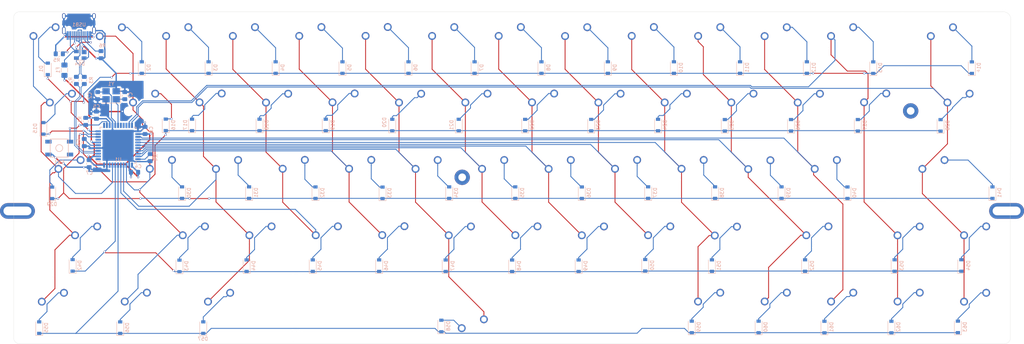
<source format=kicad_pcb>
(kicad_pcb (version 20171130) (host pcbnew "(5.1.4)-1")
  (layers (0 F.Cu signal) (31 B.Cu signal) (34 B.Paste user) (35 F.Paste user) (36 B.SilkS user) (37 F.SilkS user) (38 B.Mask user) (39 F.Mask user) (44 Edge.Cuts user))
  (net 0 "")
  (net 1 GND)
  (net 2 "Net-(C1-Pad1)")
  (net 3 "Net-(C2-Pad1)")
  (net 4 "Net-(C3-Pad1)")
  (net 5 +5V)
  (net 6 "Net-(D1-Pad2)")
  (net 7 ROW0)
  (net 8 "Net-(D2-Pad2)")
  (net 9 "Net-(D3-Pad2)")
  (net 10 "Net-(D4-Pad2)")
  (net 11 "Net-(D5-Pad2)")
  (net 12 "Net-(D6-Pad2)")
  (net 13 "Net-(D7-Pad2)")
  (net 14 "Net-(D8-Pad2)")
  (net 15 "Net-(D9-Pad2)")
  (net 16 "Net-(D10-Pad2)")
  (net 17 "Net-(D11-Pad2)")
  (net 18 "Net-(D12-Pad2)")
  (net 19 "Net-(D13-Pad2)")
  (net 20 "Net-(D14-Pad2)")
  (net 21 "Net-(D15-Pad2)")
  (net 22 ROW1)
  (net 23 "Net-(D16-Pad2)")
  (net 24 "Net-(D17-Pad2)")
  (net 25 "Net-(D18-Pad2)")
  (net 26 "Net-(D19-Pad2)")
  (net 27 "Net-(D20-Pad2)")
  (net 28 "Net-(D21-Pad2)")
  (net 29 "Net-(D22-Pad2)")
  (net 30 "Net-(D23-Pad2)")
  (net 31 "Net-(D24-Pad2)")
  (net 32 "Net-(D25-Pad2)")
  (net 33 "Net-(D26-Pad2)")
  (net 34 "Net-(D27-Pad2)")
  (net 35 "Net-(D28-Pad2)")
  (net 36 "Net-(D29-Pad2)")
  (net 37 ROW2)
  (net 38 "Net-(D30-Pad2)")
  (net 39 "Net-(D31-Pad2)")
  (net 40 "Net-(D32-Pad2)")
  (net 41 "Net-(D33-Pad2)")
  (net 42 "Net-(D34-Pad2)")
  (net 43 "Net-(D35-Pad2)")
  (net 44 "Net-(D36-Pad2)")
  (net 45 "Net-(D37-Pad2)")
  (net 46 "Net-(D38-Pad2)")
  (net 47 "Net-(D39-Pad2)")
  (net 48 "Net-(D40-Pad2)")
  (net 49 "Net-(D41-Pad2)")
  (net 50 "Net-(D42-Pad2)")
  (net 51 ROW3)
  (net 52 "Net-(D43-Pad2)")
  (net 53 "Net-(D44-Pad2)")
  (net 54 "Net-(D45-Pad2)")
  (net 55 "Net-(D46-Pad2)")
  (net 56 "Net-(D47-Pad2)")
  (net 57 "Net-(D48-Pad2)")
  (net 58 "Net-(D49-Pad2)")
  (net 59 "Net-(D50-Pad2)")
  (net 60 "Net-(D51-Pad2)")
  (net 61 "Net-(D52-Pad2)")
  (net 62 "Net-(D53-Pad2)")
  (net 63 "Net-(D54-Pad2)")
  (net 64 "Net-(D55-Pad2)")
  (net 65 ROW4)
  (net 66 "Net-(D56-Pad2)")
  (net 67 "Net-(D57-Pad2)")
  (net 68 "Net-(D58-Pad2)")
  (net 69 "Net-(D59-Pad2)")
  (net 70 "Net-(D60-Pad2)")
  (net 71 "Net-(D61-Pad2)")
  (net 72 "Net-(D62-Pad2)")
  (net 73 "Net-(D63-Pad2)")
  (net 74 VCC)
  (net 75 COL8)
  (net 76 COL9)
  (net 77 COL10)
  (net 78 COL1)
  (net 79 COL2)
  (net 80 COL3)
  (net 81 COL4)
  (net 82 COL5)
  (net 83 COL6)
  (net 84 COL7)
  (net 85 COL11)
  (net 86 COL13)
  (net 87 COL12)
  (net 88 COL0)
  (net 89 "Net-(R1-Pad2)")
  (net 90 D+)
  (net 91 D-)
  (net 92 "Net-(R4-Pad2)")
  (net 93 "Net-(R5-Pad1)")
  (net 94 "Net-(R6-Pad1)")
  (net 95 "Net-(U1-Pad42)")
  (net 96 "Net-(U1-Pad20)")
  (net 97 "Net-(U1-Pad19)")
  (net 98 "Net-(U1-Pad18)")
  (net 99 "Net-(U1-Pad12)")
  (net 100 "Net-(U1-Pad8)")
  (net 101 "Net-(U1-Pad1)")
  (net 102 "Net-(USB1-Pad3)")
  (net 103 "Net-(USB1-Pad9)")
  (net 104 "Net-(D64-Pad3)")
  (net 105 "Net-(D64-Pad2)")
  (module MountingHole:MountingHole_2.2mm_M2_Pad (layer F.Cu) (at 299.4025 73.279)
    (fp_text reference REF** hide)
    (fp_text value MountingHole_2.2mm_M2_Pad hide)
    (pad 1 thru_hole oval (at 0 0) (size 10 4.5) (drill oval 8 2.5) (layers *.Cu *.Mask))
  )
  (module MountingHole:MountingHole_2.2mm_M2_Pad (layer F.Cu) (at 15.9385 73.279)
    (fp_text reference REF** hide)
    (fp_text value MountingHole_2.2mm_M2_Pad hide)
    (pad 1 thru_hole oval (at 0 0) (size 10 4.5) (drill oval 8 2.5) (layers *.Cu *.Mask))
  )
  (module MountingHole:MountingHole_2.2mm_M2_Pad (layer F.Cu) (at 271.907 44.577)
    (fp_text reference REF** hide)
    (fp_text value MountingHole_2.2mm_M2_Pad hide)
    (pad 1 thru_hole circle (at 0 0) (size 4.4 4.4) (drill 2.2) (layers *.Cu *.Mask))
  )
  (module MX_Only:MXOnly-2.25U-NoLED (layer F.Cu) (at 36.25596 82.80654)
    (fp_text reference K_SHIFT1)
    (fp_text value MX-NoLED)
    (pad 2 thru_hole circle (at 2.54 -5.08) (size 2.25 2.25) (drill 1.47) (layers *.Cu B.Mask) (net 50 "Net-(D42-Pad2)"))
    (pad "" np_thru_hole circle (at 0 0) (size 3.9878 3.9878) (drill 3.9878) (layers *.Cu *.Mask))
    (pad 1 thru_hole circle (at -3.81 -2.54) (size 2.25 2.25) (drill 1.47) (layers *.Cu B.Mask) (net 88 COL0))
    (pad "" np_thru_hole circle (at -5.08 0 48.0996) (size 1.75 1.75) (drill 1.75) (layers *.Cu *.Mask))
    (pad "" np_thru_hole circle (at 5.08 0 48.0996) (size 1.75 1.75) (drill 1.75) (layers *.Cu *.Mask))
    (pad "" np_thru_hole circle (at -11.90625 -6.985) (size 3.048 3.048) (drill 3.048) (layers *.Cu *.Mask))
    (pad "" np_thru_hole circle (at 11.90625 -6.985) (size 3.048 3.048) (drill 3.048) (layers *.Cu *.Mask))
    (pad "" np_thru_hole circle (at -11.90625 8.255) (size 3.9878 3.9878) (drill 3.9878) (layers *.Cu *.Mask))
    (pad "" np_thru_hole circle (at 11.90625 8.255) (size 3.9878 3.9878) (drill 3.9878) (layers *.Cu *.Mask))
  )
  (module MountingHole:MountingHole_2.2mm_M2_Pad (layer F.Cu) (at 143.383 63.627)
    (fp_text reference REF** hide)
    (fp_text value MountingHole_2.2mm_M2_Pad hide)
    (pad 1 thru_hole circle (at 0 0) (size 4.4 4.4) (drill 2.2) (layers *.Cu *.Mask))
  )
  (module MX_Only:MXOnly-1U-NoLED (layer F.Cu) (at 52.88026 44.69384)
    (fp_text reference K_Q1)
    (fp_text value MX-NoLED)
    (pad 2 thru_hole circle (at 2.54 -5.08) (size 2.25 2.25) (drill 1.47) (layers *.Cu B.Mask) (net 23 "Net-(D16-Pad2)"))
    (pad "" np_thru_hole circle (at 0 0) (size 3.9878 3.9878) (drill 3.9878) (layers *.Cu *.Mask))
    (pad 1 thru_hole circle (at -3.81 -2.54) (size 2.25 2.25) (drill 1.47) (layers *.Cu B.Mask) (net 78 COL1))
    (pad "" np_thru_hole circle (at -5.08 0 48.0996) (size 1.75 1.75) (drill 1.75) (layers *.Cu *.Mask))
    (pad "" np_thru_hole circle (at 5.08 0 48.0996) (size 1.75 1.75) (drill 1.75) (layers *.Cu *.Mask))
  )
  (module MX_Only:MXOnly-2.25U-NoLED (layer F.Cu) (at 279.06726 63.75654)
    (fp_text reference K_ENTER1)
    (fp_text value MX-NoLED)
    (pad 2 thru_hole circle (at 2.54 -5.08) (size 2.25 2.25) (drill 1.47) (layers *.Cu B.Mask) (net 49 "Net-(D41-Pad2)"))
    (pad "" np_thru_hole circle (at 0 0) (size 3.9878 3.9878) (drill 3.9878) (layers *.Cu *.Mask))
    (pad 1 thru_hole circle (at -3.81 -2.54) (size 2.25 2.25) (drill 1.47) (layers *.Cu B.Mask) (net 86 COL13))
    (pad "" np_thru_hole circle (at -5.08 0 48.0996) (size 1.75 1.75) (drill 1.75) (layers *.Cu *.Mask))
    (pad "" np_thru_hole circle (at 5.08 0 48.0996) (size 1.75 1.75) (drill 1.75) (layers *.Cu *.Mask))
    (pad "" np_thru_hole circle (at -11.90625 -6.985) (size 3.048 3.048) (drill 3.048) (layers *.Cu *.Mask))
    (pad "" np_thru_hole circle (at 11.90625 -6.985) (size 3.048 3.048) (drill 3.048) (layers *.Cu *.Mask))
    (pad "" np_thru_hole circle (at -11.90625 8.255) (size 3.9878 3.9878) (drill 3.9878) (layers *.Cu *.Mask))
    (pad "" np_thru_hole circle (at 11.90625 8.255) (size 3.9878 3.9878) (drill 3.9878) (layers *.Cu *.Mask))
  )
  (module MX_Only:MXOnly-1.5U-NoLED (layer F.Cu) (at 29.01696 44.70654)
    (fp_text reference K_TAB1)
    (fp_text value MX-NoLED)
    (pad 2 thru_hole circle (at 2.54 -5.08) (size 2.25 2.25) (drill 1.47) (layers *.Cu B.Mask) (net 21 "Net-(D15-Pad2)"))
    (pad "" np_thru_hole circle (at 0 0) (size 3.9878 3.9878) (drill 3.9878) (layers *.Cu *.Mask))
    (pad 1 thru_hole circle (at -3.81 -2.54) (size 2.25 2.25) (drill 1.47) (layers *.Cu B.Mask) (net 88 COL0))
    (pad "" np_thru_hole circle (at -5.08 0 48.0996) (size 1.75 1.75) (drill 1.75) (layers *.Cu *.Mask))
    (pad "" np_thru_hole circle (at 5.08 0 48.0996) (size 1.75 1.75) (drill 1.75) (layers *.Cu *.Mask))
  )
  (module Resistor_SMD:R_0805_2012Metric_Pad1.15x1.40mm_HandSolder (layer B.Cu) (at 32.82696 35.82046 90)
    (fp_text reference R2 (at -0.04942 -1.64084 -90) (layer B.SilkS) (effects (justify mirror)))
    (fp_text value 22)
    (pad 2 smd roundrect (at 1.025 0 90) (size 1.15 1.4) (layers B.Cu B.Paste B.Mask) (roundrect_rratio 0.217391) (net 104 "Net-(D64-Pad3)"))
    (pad 1 smd roundrect (at -1.025 0 90) (size 1.15 1.4) (layers B.Cu B.Paste B.Mask) (roundrect_rratio 0.217391) (net 91 D-))
  )
  (module MX_Only:MXOnly-1U-NoLED (layer F.Cu) (at 86.21776 82.80654)
    (fp_text reference K_X1)
    (fp_text value MX-NoLED)
    (pad 2 thru_hole circle (at 2.54 -5.08) (size 2.25 2.25) (drill 1.47) (layers *.Cu B.Mask) (net 53 "Net-(D44-Pad2)"))
    (pad "" np_thru_hole circle (at 0 0) (size 3.9878 3.9878) (drill 3.9878) (layers *.Cu *.Mask))
    (pad 1 thru_hole circle (at -3.81 -2.54) (size 2.25 2.25) (drill 1.47) (layers *.Cu B.Mask) (net 79 COL2))
    (pad "" np_thru_hole circle (at -5.08 0 48.0996) (size 1.75 1.75) (drill 1.75) (layers *.Cu *.Mask))
    (pad "" np_thru_hole circle (at 5.08 0 48.0996) (size 1.75 1.75) (drill 1.75) (layers *.Cu *.Mask))
  )
  (module Diode_SMD:D_SOD-123 (layer B.Cu) (at 195.834 88.8736 90)
    (fp_text reference D50 (at 0 2 -90) (layer B.SilkS) (effects (justify mirror)))
    (fp_text value D_Small)
    (pad 2 smd rect (at 1.65 0 90) (size 0.9 1.2) (layers B.Cu B.Paste B.Mask) (net 59 "Net-(D50-Pad2)"))
    (pad 1 smd rect (at -1.65 0 90) (size 0.9 1.2) (layers B.Cu B.Paste B.Mask) (net 51 ROW3))
  )
  (module MX_Only:MXOnly-2U-NoLED (layer F.Cu) (at 281.49296 25.65654)
    (fp_text reference K_BACK1)
    (fp_text value MX-NoLED)
    (pad 2 thru_hole circle (at 2.54 -5.08) (size 2.25 2.25) (drill 1.47) (layers *.Cu B.Mask) (net 20 "Net-(D14-Pad2)"))
    (pad "" np_thru_hole circle (at 0 0) (size 3.9878 3.9878) (drill 3.9878) (layers *.Cu *.Mask))
    (pad 1 thru_hole circle (at -3.81 -2.54) (size 2.25 2.25) (drill 1.47) (layers *.Cu B.Mask) (net 86 COL13))
    (pad "" np_thru_hole circle (at -5.08 0 48.0996) (size 1.75 1.75) (drill 1.75) (layers *.Cu *.Mask))
    (pad "" np_thru_hole circle (at 5.08 0 48.0996) (size 1.75 1.75) (drill 1.75) (layers *.Cu *.Mask))
    (pad "" np_thru_hole circle (at -11.90625 -6.985) (size 3.048 3.048) (drill 3.048) (layers *.Cu *.Mask))
    (pad "" np_thru_hole circle (at 11.90625 -6.985) (size 3.048 3.048) (drill 3.048) (layers *.Cu *.Mask))
    (pad "" np_thru_hole circle (at -11.90625 8.255) (size 3.9878 3.9878) (drill 3.9878) (layers *.Cu *.Mask))
    (pad "" np_thru_hole circle (at 11.90625 8.255) (size 3.9878 3.9878) (drill 3.9878) (layers *.Cu *.Mask))
  )
  (module MX_Only:MXOnly-1.75U-NoLED (layer F.Cu) (at 31.496 63.754)
    (fp_text reference K_CAPS1)
    (fp_text value MX-NoLED)
    (pad 2 thru_hole circle (at 2.54 -5.08) (size 2.25 2.25) (drill 1.47) (layers *.Cu B.Mask) (net 36 "Net-(D29-Pad2)"))
    (pad "" np_thru_hole circle (at 0 0) (size 3.9878 3.9878) (drill 3.9878) (layers *.Cu *.Mask))
    (pad 1 thru_hole circle (at -3.81 -2.54) (size 2.25 2.25) (drill 1.47) (layers *.Cu B.Mask) (net 88 COL0))
    (pad "" np_thru_hole circle (at -5.08 0 48.0996) (size 1.75 1.75) (drill 1.75) (layers *.Cu *.Mask))
    (pad "" np_thru_hole circle (at 5.08 0 48.0996) (size 1.75 1.75) (drill 1.75) (layers *.Cu *.Mask))
  )
  (module Package_TO_SOT_SMD:SOT-143 (layer B.Cu) (at 33.9344 28.4632 180)
    (fp_text reference D64 (at 0.1016 -2.5654) (layer B.SilkS) (effects (justify mirror)))
    (fp_text value PRTR5V0U2X)
    (pad 4 smd rect (at 1.1 0.95 270) (size 1 1.4) (layers B.Cu B.Paste B.Mask) (net 74 VCC))
    (pad 3 smd rect (at 1.1 -0.95 270) (size 1 1.4) (layers B.Cu B.Paste B.Mask) (net 104 "Net-(D64-Pad3)"))
    (pad 2 smd rect (at -1.1 -0.95 270) (size 1 1.4) (layers B.Cu B.Paste B.Mask) (net 105 "Net-(D64-Pad2)"))
    (pad 1 smd rect (at -1.1 0.77 270) (size 1.2 1.4) (layers B.Cu B.Paste B.Mask) (net 1 GND))
  )
  (module Crystal:Crystal_SMD_3225-4Pin_3.2x2.5mm_HandSoldering (layer B.Cu) (at 42.7841 40.07166 180)
    (fp_text reference Y1 (at 0.0105 3.27976) (layer B.SilkS) (effects (justify mirror)))
    (fp_text value 16MHz)
    (pad 4 smd rect (at -1.45 1.15 180) (size 2.1 1.8) (layers B.Cu B.Paste B.Mask) (net 1 GND))
    (pad 3 smd rect (at 1.45 1.15 180) (size 2.1 1.8) (layers B.Cu B.Paste B.Mask) (net 3 "Net-(C2-Pad1)"))
    (pad 2 smd rect (at 1.45 -1.15 180) (size 2.1 1.8) (layers B.Cu B.Paste B.Mask) (net 1 GND))
    (pad 1 smd rect (at -1.45 -1.15 180) (size 2.1 1.8) (layers B.Cu B.Paste B.Mask) (net 2 "Net-(C1-Pad1)"))
  )
  (module Type-C:HRO-TYPE-C-31-M-12-HandSoldering (layer B.Cu) (at 33.5534 14.7447)
    (fp_text reference USB1 (at 0.0254 5.0673) (layer B.SilkS) (effects (justify mirror)))
    (fp_text value HRO-TYPE-C-31-M-12)
    (pad 12 smd rect (at 3.225 8.195) (size 0.6 2.45) (layers B.Cu B.Paste B.Mask) (net 1 GND))
    (pad 1 smd rect (at -3.225 8.195) (size 0.6 2.45) (layers B.Cu B.Paste B.Mask) (net 1 GND))
    (pad 11 smd rect (at 2.45 8.195) (size 0.6 2.45) (layers B.Cu B.Paste B.Mask) (net 74 VCC))
    (pad 2 smd rect (at -2.45 8.195) (size 0.6 2.45) (layers B.Cu B.Paste B.Mask) (net 74 VCC))
    (pad 3 smd rect (at -1.75 8.195) (size 0.3 2.45) (layers B.Cu B.Paste B.Mask) (net 102 "Net-(USB1-Pad3)"))
    (pad 10 smd rect (at 1.75 8.195) (size 0.3 2.45) (layers B.Cu B.Paste B.Mask) (net 94 "Net-(R6-Pad1)"))
    (pad 4 smd rect (at -1.25 8.195) (size 0.3 2.45) (layers B.Cu B.Paste B.Mask) (net 93 "Net-(R5-Pad1)"))
    (pad 9 smd rect (at 1.25 8.195) (size 0.3 2.45) (layers B.Cu B.Paste B.Mask) (net 103 "Net-(USB1-Pad9)"))
    (pad 5 smd rect (at -0.75 8.195) (size 0.3 2.45) (layers B.Cu B.Paste B.Mask) (net 104 "Net-(D64-Pad3)"))
    (pad 8 smd rect (at 0.75 8.195) (size 0.3 2.45) (layers B.Cu B.Paste B.Mask) (net 105 "Net-(D64-Pad2)"))
    (pad 7 smd rect (at 0.25 8.195) (size 0.3 2.45) (layers B.Cu B.Paste B.Mask) (net 104 "Net-(D64-Pad3)"))
    (pad 6 smd rect (at -0.25 8.195) (size 0.3 2.45) (layers B.Cu B.Paste B.Mask) (net 105 "Net-(D64-Pad2)"))
    (pad "" np_thru_hole circle (at 2.89 6.25) (size 0.65 0.65) (drill 0.65) (layers *.Cu *.Mask))
    (pad "" np_thru_hole circle (at -2.89 6.25) (size 0.65 0.65) (drill 0.65) (layers *.Cu *.Mask))
    (pad 13 thru_hole oval (at -4.32 6.78) (size 1 2.1) (drill oval 0.6 1.7) (layers *.Cu F.Mask) (net 1 GND))
    (pad 13 thru_hole oval (at 4.32 6.78) (size 1 2.1) (drill oval 0.6 1.7) (layers *.Cu F.Mask) (net 1 GND))
    (pad 13 thru_hole oval (at -4.32 2.6) (size 1 1.6) (drill oval 0.6 1.2) (layers *.Cu F.Mask) (net 1 GND))
    (pad 13 thru_hole oval (at 4.32 2.6) (size 1 1.6) (drill oval 0.6 1.2) (layers *.Cu F.Mask) (net 1 GND))
  )
  (module Package_QFP:TQFP-44_10x10mm_P0.8mm (layer B.Cu) (at 44.7698 54.4322)
    (fp_text reference U1 (at 0 4.0894) (layer B.SilkS) (effects (justify mirror)))
    (fp_text value ATmega32U4-AU)
    (pad 44 smd rect (at -4 5.7 270) (size 1.5 0.55) (layers B.Cu B.Paste B.Mask) (net 5 +5V))
    (pad 43 smd rect (at -3.2 5.7 270) (size 1.5 0.55) (layers B.Cu B.Paste B.Mask) (net 1 GND))
    (pad 42 smd rect (at -2.4 5.7 270) (size 1.5 0.55) (layers B.Cu B.Paste B.Mask) (net 95 "Net-(U1-Pad42)"))
    (pad 41 smd rect (at -1.6 5.7 270) (size 1.5 0.55) (layers B.Cu B.Paste B.Mask) (net 88 COL0))
    (pad 40 smd rect (at -0.8 5.7 270) (size 1.5 0.55) (layers B.Cu B.Paste B.Mask) (net 51 ROW3))
    (pad 39 smd rect (at 0 5.7 270) (size 1.5 0.55) (layers B.Cu B.Paste B.Mask) (net 65 ROW4))
    (pad 38 smd rect (at 0.8 5.7 270) (size 1.5 0.55) (layers B.Cu B.Paste B.Mask) (net 80 COL3))
    (pad 37 smd rect (at 1.6 5.7 270) (size 1.5 0.55) (layers B.Cu B.Paste B.Mask) (net 79 COL2))
    (pad 36 smd rect (at 2.4 5.7 270) (size 1.5 0.55) (layers B.Cu B.Paste B.Mask) (net 78 COL1))
    (pad 35 smd rect (at 3.2 5.7 270) (size 1.5 0.55) (layers B.Cu B.Paste B.Mask) (net 1 GND))
    (pad 34 smd rect (at 4 5.7 270) (size 1.5 0.55) (layers B.Cu B.Paste B.Mask) (net 5 +5V))
    (pad 33 smd rect (at 5.7 4) (size 1.5 0.55) (layers B.Cu B.Paste B.Mask) (net 92 "Net-(R4-Pad2)"))
    (pad 32 smd rect (at 5.7 3.2) (size 1.5 0.55) (layers B.Cu B.Paste B.Mask) (net 81 COL4))
    (pad 31 smd rect (at 5.7 2.4) (size 1.5 0.55) (layers B.Cu B.Paste B.Mask) (net 82 COL5))
    (pad 30 smd rect (at 5.7 1.6) (size 1.5 0.55) (layers B.Cu B.Paste B.Mask) (net 83 COL6))
    (pad 29 smd rect (at 5.7 0.8) (size 1.5 0.55) (layers B.Cu B.Paste B.Mask) (net 84 COL7))
    (pad 28 smd rect (at 5.7 0) (size 1.5 0.55) (layers B.Cu B.Paste B.Mask) (net 75 COL8))
    (pad 27 smd rect (at 5.7 -0.8) (size 1.5 0.55) (layers B.Cu B.Paste B.Mask) (net 76 COL9))
    (pad 26 smd rect (at 5.7 -1.6) (size 1.5 0.55) (layers B.Cu B.Paste B.Mask) (net 77 COL10))
    (pad 25 smd rect (at 5.7 -2.4) (size 1.5 0.55) (layers B.Cu B.Paste B.Mask) (net 85 COL11))
    (pad 24 smd rect (at 5.7 -3.2) (size 1.5 0.55) (layers B.Cu B.Paste B.Mask) (net 5 +5V))
    (pad 23 smd rect (at 5.7 -4) (size 1.5 0.55) (layers B.Cu B.Paste B.Mask) (net 1 GND))
    (pad 22 smd rect (at 4 -5.7 270) (size 1.5 0.55) (layers B.Cu B.Paste B.Mask) (net 86 COL13))
    (pad 21 smd rect (at 3.2 -5.7 270) (size 1.5 0.55) (layers B.Cu B.Paste B.Mask) (net 87 COL12))
    (pad 20 smd rect (at 2.4 -5.7 270) (size 1.5 0.55) (layers B.Cu B.Paste B.Mask) (net 96 "Net-(U1-Pad20)"))
    (pad 19 smd rect (at 1.6 -5.7 270) (size 1.5 0.55) (layers B.Cu B.Paste B.Mask) (net 97 "Net-(U1-Pad19)"))
    (pad 18 smd rect (at 0.8 -5.7 270) (size 1.5 0.55) (layers B.Cu B.Paste B.Mask) (net 98 "Net-(U1-Pad18)"))
    (pad 17 smd rect (at 0 -5.7 270) (size 1.5 0.55) (layers B.Cu B.Paste B.Mask) (net 2 "Net-(C1-Pad1)"))
    (pad 16 smd rect (at -0.8 -5.7 270) (size 1.5 0.55) (layers B.Cu B.Paste B.Mask) (net 3 "Net-(C2-Pad1)"))
    (pad 15 smd rect (at -1.6 -5.7 270) (size 1.5 0.55) (layers B.Cu B.Paste B.Mask) (net 1 GND))
    (pad 14 smd rect (at -2.4 -5.7 270) (size 1.5 0.55) (layers B.Cu B.Paste B.Mask) (net 5 +5V))
    (pad 13 smd rect (at -3.2 -5.7 270) (size 1.5 0.55) (layers B.Cu B.Paste B.Mask) (net 89 "Net-(R1-Pad2)"))
    (pad 12 smd rect (at -4 -5.7 270) (size 1.5 0.55) (layers B.Cu B.Paste B.Mask) (net 99 "Net-(U1-Pad12)"))
    (pad 11 smd rect (at -5.7 -4) (size 1.5 0.55) (layers B.Cu B.Paste B.Mask) (net 7 ROW0))
    (pad 10 smd rect (at -5.7 -3.2) (size 1.5 0.55) (layers B.Cu B.Paste B.Mask) (net 22 ROW1))
    (pad 9 smd rect (at -5.7 -2.4) (size 1.5 0.55) (layers B.Cu B.Paste B.Mask) (net 37 ROW2))
    (pad 8 smd rect (at -5.7 -1.6) (size 1.5 0.55) (layers B.Cu B.Paste B.Mask) (net 100 "Net-(U1-Pad8)"))
    (pad 7 smd rect (at -5.7 -0.8) (size 1.5 0.55) (layers B.Cu B.Paste B.Mask) (net 5 +5V))
    (pad 6 smd rect (at -5.7 0) (size 1.5 0.55) (layers B.Cu B.Paste B.Mask) (net 4 "Net-(C3-Pad1)"))
    (pad 5 smd rect (at -5.7 0.8) (size 1.5 0.55) (layers B.Cu B.Paste B.Mask) (net 1 GND))
    (pad 4 smd rect (at -5.7 1.6) (size 1.5 0.55) (layers B.Cu B.Paste B.Mask) (net 90 D+))
    (pad 3 smd rect (at -5.7 2.4) (size 1.5 0.55) (layers B.Cu B.Paste B.Mask) (net 91 D-))
    (pad 2 smd rect (at -5.7 3.2) (size 1.5 0.55) (layers B.Cu B.Paste B.Mask) (net 5 +5V))
    (pad 1 smd rect (at -5.7 4) (size 1.5 0.55) (layers B.Cu B.Paste B.Mask) (net 101 "Net-(U1-Pad1)"))
  )
  (module random-keyboard-parts:SKQG-1155865 (layer B.Cu) (at 27.9146 55.245 180)
    (fp_text reference SW1 (at 0 -4.064 180) (layer B.SilkS) (effects (justify mirror)))
    (fp_text value SW_Push)
    (pad 4 smd rect (at -3.1 -1.85 180) (size 1.8 1.1) (layers B.Cu B.Paste B.Mask))
    (pad 3 smd rect (at 3.1 1.85 180) (size 1.8 1.1) (layers B.Cu B.Paste B.Mask))
    (pad 2 smd rect (at -3.1 1.85 180) (size 1.8 1.1) (layers B.Cu B.Paste B.Mask) (net 89 "Net-(R1-Pad2)"))
    (pad 1 smd rect (at 3.1 -1.85 180) (size 1.8 1.1) (layers B.Cu B.Paste B.Mask) (net 1 GND))
  )
  (module Resistor_SMD:R_0805_2012Metric_Pad1.15x1.40mm_HandSolder (layer B.Cu) (at 39.90086 28.43668 270)
    (fp_text reference R6 (at -2.61758 -0.36576 180) (layer B.SilkS) (effects (justify mirror)))
    (fp_text value 5.1k)
    (pad 2 smd roundrect (at 1.025 0 270) (size 1.15 1.4) (layers B.Cu B.Paste B.Mask) (roundrect_rratio 0.217391) (net 1 GND))
    (pad 1 smd roundrect (at -1.025 0 270) (size 1.15 1.4) (layers B.Cu B.Paste B.Mask) (roundrect_rratio 0.217391) (net 94 "Net-(R6-Pad1)"))
  )
  (module Resistor_SMD:R_0805_2012Metric_Pad1.15x1.40mm_HandSolder (layer B.Cu) (at 27.931 28.194 180)
    (fp_text reference R5 (at 0.753 -1.778 180) (layer B.SilkS) (effects (justify mirror)))
    (fp_text value 5.1k)
    (pad 2 smd roundrect (at 1.025 0 180) (size 1.15 1.4) (layers B.Cu B.Paste B.Mask) (roundrect_rratio 0.217391) (net 1 GND))
    (pad 1 smd roundrect (at -1.025 0 180) (size 1.15 1.4) (layers B.Cu B.Paste B.Mask) (roundrect_rratio 0.217391) (net 93 "Net-(R5-Pad1)"))
  )
  (module Resistor_SMD:R_0805_2012Metric_Pad1.15x1.40mm_HandSolder (layer B.Cu) (at 53.975 57.9718 90)
    (fp_text reference R4 (at 0 1.65 270) (layer B.SilkS) (effects (justify mirror)))
    (fp_text value 10k)
    (pad 2 smd roundrect (at 1.025 0 90) (size 1.15 1.4) (layers B.Cu B.Paste B.Mask) (roundrect_rratio 0.217391) (net 92 "Net-(R4-Pad2)"))
    (pad 1 smd roundrect (at -1.025 0 90) (size 1.15 1.4) (layers B.Cu B.Paste B.Mask) (roundrect_rratio 0.217391) (net 1 GND))
  )
  (module Resistor_SMD:R_0805_2012Metric_Pad1.15x1.40mm_HandSolder (layer B.Cu) (at 35.09264 35.82808 90)
    (fp_text reference R3 (at 0.10044 1.98374 90) (layer B.SilkS) (effects (justify mirror)))
    (fp_text value 22)
    (pad 2 smd roundrect (at 1.025 0 90) (size 1.15 1.4) (layers B.Cu B.Paste B.Mask) (roundrect_rratio 0.217391) (net 105 "Net-(D64-Pad2)"))
    (pad 1 smd roundrect (at -1.025 0 90) (size 1.15 1.4) (layers B.Cu B.Paste B.Mask) (roundrect_rratio 0.217391) (net 90 D+))
  )
  (module Resistor_SMD:R_0805_2012Metric_Pad1.15x1.40mm_HandSolder (layer B.Cu) (at 35.4965 47.5959 270)
    (fp_text reference R1 (at -0.517 1.651 90) (layer B.SilkS) (effects (justify mirror)))
    (fp_text value 10k)
    (pad 2 smd roundrect (at 1.025 0 270) (size 1.15 1.4) (layers B.Cu B.Paste B.Mask) (roundrect_rratio 0.217391) (net 89 "Net-(R1-Pad2)"))
    (pad 1 smd roundrect (at -1.025 0 270) (size 1.15 1.4) (layers B.Cu B.Paste B.Mask) (roundrect_rratio 0.217391) (net 5 +5V))
  )
  (module MX_Only:MXOnly-1U-NoLED (layer F.Cu) (at 67.11696 82.80654)
    (fp_text reference K_Z1)
    (fp_text value MX-NoLED)
    (pad 2 thru_hole circle (at 2.54 -5.08) (size 2.25 2.25) (drill 1.47) (layers *.Cu B.Mask) (net 52 "Net-(D43-Pad2)"))
    (pad "" np_thru_hole circle (at 0 0) (size 3.9878 3.9878) (drill 3.9878) (layers *.Cu *.Mask))
    (pad 1 thru_hole circle (at -3.81 -2.54) (size 2.25 2.25) (drill 1.47) (layers *.Cu B.Mask) (net 78 COL1))
    (pad "" np_thru_hole circle (at -5.08 0 48.0996) (size 1.75 1.75) (drill 1.75) (layers *.Cu *.Mask))
    (pad "" np_thru_hole circle (at 5.08 0 48.0996) (size 1.75 1.75) (drill 1.75) (layers *.Cu *.Mask))
  )
  (module MX_Only:MXOnly-1U-NoLED (layer F.Cu) (at 148.10486 44.69384)
    (fp_text reference K_Y1)
    (fp_text value MX-NoLED)
    (pad 2 thru_hole circle (at 2.54 -5.08) (size 2.25 2.25) (drill 1.47) (layers *.Cu B.Mask) (net 28 "Net-(D21-Pad2)"))
    (pad "" np_thru_hole circle (at 0 0) (size 3.9878 3.9878) (drill 3.9878) (layers *.Cu *.Mask))
    (pad 1 thru_hole circle (at -3.81 -2.54) (size 2.25 2.25) (drill 1.47) (layers *.Cu B.Mask) (net 83 COL6))
    (pad "" np_thru_hole circle (at -5.08 0 48.0996) (size 1.75 1.75) (drill 1.75) (layers *.Cu *.Mask))
    (pad "" np_thru_hole circle (at 5.08 0 48.0996) (size 1.75 1.75) (drill 1.75) (layers *.Cu *.Mask))
  )
  (module MX_Only:MXOnly-1.25U-NoLED (layer F.Cu) (at 50.49266 101.81844)
    (fp_text reference K_WIN1)
    (fp_text value MX-NoLED)
    (pad 2 thru_hole circle (at 2.54 -5.08) (size 2.25 2.25) (drill 1.47) (layers *.Cu B.Mask) (net 66 "Net-(D56-Pad2)"))
    (pad "" np_thru_hole circle (at 0 0) (size 3.9878 3.9878) (drill 3.9878) (layers *.Cu *.Mask))
    (pad 1 thru_hole circle (at -3.81 -2.54) (size 2.25 2.25) (drill 1.47) (layers *.Cu B.Mask) (net 78 COL1))
    (pad "" np_thru_hole circle (at -5.08 0 48.0996) (size 1.75 1.75) (drill 1.75) (layers *.Cu *.Mask))
    (pad "" np_thru_hole circle (at 5.08 0 48.0996) (size 1.75 1.75) (drill 1.75) (layers *.Cu *.Mask))
  )
  (module MX_Only:MXOnly-1U-NoLED (layer F.Cu) (at 71.93026 44.65574)
    (fp_text reference K_W1)
    (fp_text value MX-NoLED)
    (pad 2 thru_hole circle (at 2.54 -5.08) (size 2.25 2.25) (drill 1.47) (layers *.Cu B.Mask) (net 24 "Net-(D17-Pad2)"))
    (pad "" np_thru_hole circle (at 0 0) (size 3.9878 3.9878) (drill 3.9878) (layers *.Cu *.Mask))
    (pad 1 thru_hole circle (at -3.81 -2.54) (size 2.25 2.25) (drill 1.47) (layers *.Cu B.Mask) (net 79 COL2))
    (pad "" np_thru_hole circle (at -5.08 0 48.0996) (size 1.75 1.75) (drill 1.75) (layers *.Cu *.Mask))
    (pad "" np_thru_hole circle (at 5.08 0 48.0996) (size 1.75 1.75) (drill 1.75) (layers *.Cu *.Mask))
  )
  (module MX_Only:MXOnly-1U-NoLED (layer F.Cu) (at 124.29236 82.75574)
    (fp_text reference K_V1)
    (fp_text value MX-NoLED)
    (pad 2 thru_hole circle (at 2.54 -5.08) (size 2.25 2.25) (drill 1.47) (layers *.Cu B.Mask) (net 55 "Net-(D46-Pad2)"))
    (pad "" np_thru_hole circle (at 0 0) (size 3.9878 3.9878) (drill 3.9878) (layers *.Cu *.Mask))
    (pad 1 thru_hole circle (at -3.81 -2.54) (size 2.25 2.25) (drill 1.47) (layers *.Cu B.Mask) (net 81 COL4))
    (pad "" np_thru_hole circle (at -5.08 0 48.0996) (size 1.75 1.75) (drill 1.75) (layers *.Cu *.Mask))
    (pad "" np_thru_hole circle (at 5.08 0 48.0996) (size 1.75 1.75) (drill 1.75) (layers *.Cu *.Mask))
  )
  (module MX_Only:MXOnly-1U-NoLED (layer F.Cu) (at 271.95526 82.83194)
    (fp_text reference K_UP1)
    (fp_text value MX-NoLED)
    (pad 2 thru_hole circle (at 2.54 -5.08) (size 2.25 2.25) (drill 1.47) (layers *.Cu B.Mask) (net 62 "Net-(D53-Pad2)"))
    (pad "" np_thru_hole circle (at 0 0) (size 3.9878 3.9878) (drill 3.9878) (layers *.Cu *.Mask))
    (pad 1 thru_hole circle (at -3.81 -2.54) (size 2.25 2.25) (drill 1.47) (layers *.Cu B.Mask) (net 87 COL12))
    (pad "" np_thru_hole circle (at -5.08 0 48.0996) (size 1.75 1.75) (drill 1.75) (layers *.Cu *.Mask))
    (pad "" np_thru_hole circle (at 5.08 0 48.0996) (size 1.75 1.75) (drill 1.75) (layers *.Cu *.Mask))
  )
  (module MX_Only:MXOnly-1U-NoLED (layer F.Cu) (at 167.20566 44.66844)
    (fp_text reference K_U1)
    (fp_text value MX-NoLED)
    (pad 2 thru_hole circle (at 2.54 -5.08) (size 2.25 2.25) (drill 1.47) (layers *.Cu B.Mask) (net 29 "Net-(D22-Pad2)"))
    (pad "" np_thru_hole circle (at 0 0) (size 3.9878 3.9878) (drill 3.9878) (layers *.Cu *.Mask))
    (pad 1 thru_hole circle (at -3.81 -2.54) (size 2.25 2.25) (drill 1.47) (layers *.Cu B.Mask) (net 84 COL7))
    (pad "" np_thru_hole circle (at -5.08 0 48.0996) (size 1.75 1.75) (drill 1.75) (layers *.Cu *.Mask))
    (pad "" np_thru_hole circle (at 5.08 0 48.0996) (size 1.75 1.75) (drill 1.75) (layers *.Cu *.Mask))
  )
  (module MX_Only:MXOnly-1U-NoLED (layer F.Cu) (at 129.09296 44.71924)
    (fp_text reference K_T1)
    (fp_text value MX-NoLED)
    (pad 2 thru_hole circle (at 2.54 -5.08) (size 2.25 2.25) (drill 1.47) (layers *.Cu B.Mask) (net 27 "Net-(D20-Pad2)"))
    (pad "" np_thru_hole circle (at 0 0) (size 3.9878 3.9878) (drill 3.9878) (layers *.Cu *.Mask))
    (pad 1 thru_hole circle (at -3.81 -2.54) (size 2.25 2.25) (drill 1.47) (layers *.Cu B.Mask) (net 82 COL5))
    (pad "" np_thru_hole circle (at -5.08 0 48.0996) (size 1.75 1.75) (drill 1.75) (layers *.Cu *.Mask))
    (pad "" np_thru_hole circle (at 5.08 0 48.0996) (size 1.75 1.75) (drill 1.75) (layers *.Cu *.Mask))
  )
  (module MX_Only:MXOnly-6.25U-NoLED (layer F.Cu) (at 145.796 101.854 180)
    (fp_text reference K_SPACE1)
    (fp_text value MX-NoLED)
    (pad 2 thru_hole circle (at 2.54 -5.08 180) (size 2.25 2.25) (drill 1.47) (layers *.Cu B.Mask) (net 68 "Net-(D58-Pad2)"))
    (pad "" np_thru_hole circle (at 0 0 180) (size 3.9878 3.9878) (drill 3.9878) (layers *.Cu *.Mask))
    (pad 1 thru_hole circle (at -3.81 -2.54 180) (size 2.25 2.25) (drill 1.47) (layers *.Cu B.Mask) (net 82 COL5))
    (pad "" np_thru_hole circle (at -5.08 0 228.0996) (size 1.75 1.75) (drill 1.75) (layers *.Cu *.Mask))
    (pad "" np_thru_hole circle (at 5.08 0 228.0996) (size 1.75 1.75) (drill 1.75) (layers *.Cu *.Mask))
    (pad "" np_thru_hole circle (at -49.9999 -6.985 180) (size 3.048 3.048) (drill 3.048) (layers *.Cu *.Mask))
    (pad "" np_thru_hole circle (at 49.9999 -6.985 180) (size 3.048 3.048) (drill 3.048) (layers *.Cu *.Mask))
    (pad "" np_thru_hole circle (at -49.9999 8.255 180) (size 3.9878 3.9878) (drill 3.9878) (layers *.Cu *.Mask))
    (pad "" np_thru_hole circle (at 49.9999 8.255 180) (size 3.9878 3.9878) (drill 3.9878) (layers *.Cu *.Mask))
  )
  (module MX_Only:MXOnly-1U-NoLED (layer F.Cu) (at 76.64196 63.75654)
    (fp_text reference K_S1)
    (fp_text value MX-NoLED)
    (pad 2 thru_hole circle (at 2.54 -5.08) (size 2.25 2.25) (drill 1.47) (layers *.Cu B.Mask) (net 39 "Net-(D31-Pad2)"))
    (pad "" np_thru_hole circle (at 0 0) (size 3.9878 3.9878) (drill 3.9878) (layers *.Cu *.Mask))
    (pad 1 thru_hole circle (at -3.81 -2.54) (size 2.25 2.25) (drill 1.47) (layers *.Cu B.Mask) (net 79 COL2))
    (pad "" np_thru_hole circle (at -5.08 0 48.0996) (size 1.75 1.75) (drill 1.75) (layers *.Cu *.Mask))
    (pad "" np_thru_hole circle (at 5.08 0 48.0996) (size 1.75 1.75) (drill 1.75) (layers *.Cu *.Mask))
  )
  (module MX_Only:MXOnly-1.75U-NoLED (layer F.Cu) (at 245.80596 82.80654)
    (fp_text reference K_RSHIFT1)
    (fp_text value MX-NoLED)
    (pad 2 thru_hole circle (at 2.54 -5.08) (size 2.25 2.25) (drill 1.47) (layers *.Cu B.Mask) (net 61 "Net-(D52-Pad2)"))
    (pad "" np_thru_hole circle (at 0 0) (size 3.9878 3.9878) (drill 3.9878) (layers *.Cu *.Mask))
    (pad 1 thru_hole circle (at -3.81 -2.54) (size 2.25 2.25) (drill 1.47) (layers *.Cu B.Mask) (net 77 COL10))
    (pad "" np_thru_hole circle (at -5.08 0 48.0996) (size 1.75 1.75) (drill 1.75) (layers *.Cu *.Mask))
    (pad "" np_thru_hole circle (at 5.08 0 48.0996) (size 1.75 1.75) (drill 1.75) (layers *.Cu *.Mask))
  )
  (module MX_Only:MXOnly-1U-NoLED (layer F.Cu) (at 291.01796 101.85654)
    (fp_text reference K_RIGHT1)
    (fp_text value MX-NoLED)
    (pad 2 thru_hole circle (at 2.54 -5.08) (size 2.25 2.25) (drill 1.47) (layers *.Cu B.Mask) (net 73 "Net-(D63-Pad2)"))
    (pad "" np_thru_hole circle (at 0 0) (size 3.9878 3.9878) (drill 3.9878) (layers *.Cu *.Mask))
    (pad 1 thru_hole circle (at -3.81 -2.54) (size 2.25 2.25) (drill 1.47) (layers *.Cu B.Mask) (net 86 COL13))
    (pad "" np_thru_hole circle (at -5.08 0 48.0996) (size 1.75 1.75) (drill 1.75) (layers *.Cu *.Mask))
    (pad "" np_thru_hole circle (at 5.08 0 48.0996) (size 1.75 1.75) (drill 1.75) (layers *.Cu *.Mask))
  )
  (module MX_Only:MXOnly-1U-NoLED (layer F.Cu) (at 214.79256 101.81844)
    (fp_text reference K_RALT1)
    (fp_text value MX-NoLED)
    (pad 2 thru_hole circle (at 2.54 -5.08) (size 2.25 2.25) (drill 1.47) (layers *.Cu B.Mask) (net 69 "Net-(D59-Pad2)"))
    (pad "" np_thru_hole circle (at 0 0) (size 3.9878 3.9878) (drill 3.9878) (layers *.Cu *.Mask))
    (pad 1 thru_hole circle (at -3.81 -2.54) (size 2.25 2.25) (drill 1.47) (layers *.Cu B.Mask) (net 76 COL9))
    (pad "" np_thru_hole circle (at -5.08 0 48.0996) (size 1.75 1.75) (drill 1.75) (layers *.Cu *.Mask))
    (pad "" np_thru_hole circle (at 5.08 0 48.0996) (size 1.75 1.75) (drill 1.75) (layers *.Cu *.Mask))
  )
  (module MX_Only:MXOnly-1U-NoLED (layer F.Cu) (at 110.03026 44.65574)
    (fp_text reference K_R1)
    (fp_text value MX-NoLED)
    (pad 2 thru_hole circle (at 2.54 -5.08) (size 2.25 2.25) (drill 1.47) (layers *.Cu B.Mask) (net 26 "Net-(D19-Pad2)"))
    (pad "" np_thru_hole circle (at 0 0) (size 3.9878 3.9878) (drill 3.9878) (layers *.Cu *.Mask))
    (pad 1 thru_hole circle (at -3.81 -2.54) (size 2.25 2.25) (drill 1.47) (layers *.Cu B.Mask) (net 81 COL4))
    (pad "" np_thru_hole circle (at -5.08 0 48.0996) (size 1.75 1.75) (drill 1.75) (layers *.Cu *.Mask))
    (pad "" np_thru_hole circle (at 5.08 0 48.0996) (size 1.75 1.75) (drill 1.75) (layers *.Cu *.Mask))
  )
  (module MX_Only:MXOnly-1U-NoLED (layer F.Cu) (at 224.31756 44.69384)
    (fp_text reference K_P1)
    (fp_text value MX-NoLED)
    (pad 2 thru_hole circle (at 2.54 -5.08) (size 2.25 2.25) (drill 1.47) (layers *.Cu B.Mask) (net 32 "Net-(D25-Pad2)"))
    (pad "" np_thru_hole circle (at 0 0) (size 3.9878 3.9878) (drill 3.9878) (layers *.Cu *.Mask))
    (pad 1 thru_hole circle (at -3.81 -2.54) (size 2.25 2.25) (drill 1.47) (layers *.Cu B.Mask) (net 77 COL10))
    (pad "" np_thru_hole circle (at -5.08 0 48.0996) (size 1.75 1.75) (drill 1.75) (layers *.Cu *.Mask))
    (pad "" np_thru_hole circle (at 5.08 0 48.0996) (size 1.75 1.75) (drill 1.75) (layers *.Cu *.Mask))
  )
  (module MX_Only:MXOnly-1U-NoLED (layer F.Cu) (at 205.22946 44.69384)
    (fp_text reference K_O1)
    (fp_text value MX-NoLED)
    (pad 2 thru_hole circle (at 2.54 -5.08) (size 2.25 2.25) (drill 1.47) (layers *.Cu B.Mask) (net 31 "Net-(D24-Pad2)"))
    (pad "" np_thru_hole circle (at 0 0) (size 3.9878 3.9878) (drill 3.9878) (layers *.Cu *.Mask))
    (pad 1 thru_hole circle (at -3.81 -2.54) (size 2.25 2.25) (drill 1.47) (layers *.Cu B.Mask) (net 76 COL9))
    (pad "" np_thru_hole circle (at -5.08 0 48.0996) (size 1.75 1.75) (drill 1.75) (layers *.Cu *.Mask))
    (pad "" np_thru_hole circle (at 5.08 0 48.0996) (size 1.75 1.75) (drill 1.75) (layers *.Cu *.Mask))
  )
  (module MX_Only:MXOnly-1U-NoLED (layer F.Cu) (at 162.43046 82.79384)
    (fp_text reference K_N1)
    (fp_text value MX-NoLED)
    (pad 2 thru_hole circle (at 2.54 -5.08) (size 2.25 2.25) (drill 1.47) (layers *.Cu B.Mask) (net 57 "Net-(D48-Pad2)"))
    (pad "" np_thru_hole circle (at 0 0) (size 3.9878 3.9878) (drill 3.9878) (layers *.Cu *.Mask))
    (pad 1 thru_hole circle (at -3.81 -2.54) (size 2.25 2.25) (drill 1.47) (layers *.Cu B.Mask) (net 83 COL6))
    (pad "" np_thru_hole circle (at -5.08 0 48.0996) (size 1.75 1.75) (drill 1.75) (layers *.Cu *.Mask))
    (pad "" np_thru_hole circle (at 5.08 0 48.0996) (size 1.75 1.75) (drill 1.75) (layers *.Cu *.Mask))
  )
  (module MX_Only:MXOnly-1U-NoLED (layer F.Cu) (at 181.48046 82.81924)
    (fp_text reference K_M1)
    (fp_text value MX-NoLED)
    (pad 2 thru_hole circle (at 2.54 -5.08) (size 2.25 2.25) (drill 1.47) (layers *.Cu B.Mask) (net 58 "Net-(D49-Pad2)"))
    (pad "" np_thru_hole circle (at 0 0) (size 3.9878 3.9878) (drill 3.9878) (layers *.Cu *.Mask))
    (pad 1 thru_hole circle (at -3.81 -2.54) (size 2.25 2.25) (drill 1.47) (layers *.Cu B.Mask) (net 84 COL7))
    (pad "" np_thru_hole circle (at -5.08 0 48.0996) (size 1.75 1.75) (drill 1.75) (layers *.Cu *.Mask))
    (pad "" np_thru_hole circle (at 5.08 0 48.0996) (size 1.75 1.75) (drill 1.75) (layers *.Cu *.Mask))
  )
  (module MX_Only:MXOnly-1U-NoLED (layer F.Cu) (at 252.91796 101.81844)
    (fp_text reference K_LEFT1)
    (fp_text value MX-NoLED)
    (pad 2 thru_hole circle (at 2.54 -5.08) (size 2.25 2.25) (drill 1.47) (layers *.Cu B.Mask) (net 71 "Net-(D61-Pad2)"))
    (pad "" np_thru_hole circle (at 0 0) (size 3.9878 3.9878) (drill 3.9878) (layers *.Cu *.Mask))
    (pad 1 thru_hole circle (at -3.81 -2.54) (size 2.25 2.25) (drill 1.47) (layers *.Cu B.Mask) (net 85 COL11))
    (pad "" np_thru_hole circle (at -5.08 0 48.0996) (size 1.75 1.75) (drill 1.75) (layers *.Cu *.Mask))
    (pad "" np_thru_hole circle (at 5.08 0 48.0996) (size 1.75 1.75) (drill 1.75) (layers *.Cu *.Mask))
  )
  (module MX_Only:MXOnly-1U-NoLED (layer F.Cu) (at 210.05546 63.73114)
    (fp_text reference K_L1)
    (fp_text value MX-NoLED)
    (pad 2 thru_hole circle (at 2.54 -5.08) (size 2.25 2.25) (drill 1.47) (layers *.Cu B.Mask) (net 46 "Net-(D38-Pad2)"))
    (pad "" np_thru_hole circle (at 0 0) (size 3.9878 3.9878) (drill 3.9878) (layers *.Cu *.Mask))
    (pad 1 thru_hole circle (at -3.81 -2.54) (size 2.25 2.25) (drill 1.47) (layers *.Cu B.Mask) (net 76 COL9))
    (pad "" np_thru_hole circle (at -5.08 0 48.0996) (size 1.75 1.75) (drill 1.75) (layers *.Cu *.Mask))
    (pad "" np_thru_hole circle (at 5.08 0 48.0996) (size 1.75 1.75) (drill 1.75) (layers *.Cu *.Mask))
  )
  (module MX_Only:MXOnly-1U-NoLED (layer F.Cu) (at 190.99276 63.73114)
    (fp_text reference K_K1)
    (fp_text value MX-NoLED)
    (pad 2 thru_hole circle (at 2.54 -5.08) (size 2.25 2.25) (drill 1.47) (layers *.Cu B.Mask) (net 45 "Net-(D37-Pad2)"))
    (pad "" np_thru_hole circle (at 0 0) (size 3.9878 3.9878) (drill 3.9878) (layers *.Cu *.Mask))
    (pad 1 thru_hole circle (at -3.81 -2.54) (size 2.25 2.25) (drill 1.47) (layers *.Cu B.Mask) (net 75 COL8))
    (pad "" np_thru_hole circle (at -5.08 0 48.0996) (size 1.75 1.75) (drill 1.75) (layers *.Cu *.Mask))
    (pad "" np_thru_hole circle (at 5.08 0 48.0996) (size 1.75 1.75) (drill 1.75) (layers *.Cu *.Mask))
  )
  (module MX_Only:MXOnly-1U-NoLED (layer F.Cu) (at 171.96816 63.75654)
    (fp_text reference K_J1)
    (fp_text value MX-NoLED)
    (pad 2 thru_hole circle (at 2.54 -5.08) (size 2.25 2.25) (drill 1.47) (layers *.Cu B.Mask) (net 44 "Net-(D36-Pad2)"))
    (pad "" np_thru_hole circle (at 0 0) (size 3.9878 3.9878) (drill 3.9878) (layers *.Cu *.Mask))
    (pad 1 thru_hole circle (at -3.81 -2.54) (size 2.25 2.25) (drill 1.47) (layers *.Cu B.Mask) (net 84 COL7))
    (pad "" np_thru_hole circle (at -5.08 0 48.0996) (size 1.75 1.75) (drill 1.75) (layers *.Cu *.Mask))
    (pad "" np_thru_hole circle (at 5.08 0 48.0996) (size 1.75 1.75) (drill 1.75) (layers *.Cu *.Mask))
  )
  (module MX_Only:MXOnly-1U-NoLED (layer F.Cu) (at 186.2328 44.70908)
    (fp_text reference K_I1)
    (fp_text value MX-NoLED)
    (pad 2 thru_hole circle (at 2.54 -5.08) (size 2.25 2.25) (drill 1.47) (layers *.Cu B.Mask) (net 30 "Net-(D23-Pad2)"))
    (pad "" np_thru_hole circle (at 0 0) (size 3.9878 3.9878) (drill 3.9878) (layers *.Cu *.Mask))
    (pad 1 thru_hole circle (at -3.81 -2.54) (size 2.25 2.25) (drill 1.47) (layers *.Cu B.Mask) (net 75 COL8))
    (pad "" np_thru_hole circle (at -5.08 0 48.0996) (size 1.75 1.75) (drill 1.75) (layers *.Cu *.Mask))
    (pad "" np_thru_hole circle (at 5.08 0 48.0996) (size 1.75 1.75) (drill 1.75) (layers *.Cu *.Mask))
  )
  (module MX_Only:MXOnly-1U-NoLED (layer F.Cu) (at 152.89276 63.75654)
    (fp_text reference K_H1)
    (fp_text value MX-NoLED)
    (pad 2 thru_hole circle (at 2.54 -5.08) (size 2.25 2.25) (drill 1.47) (layers *.Cu B.Mask) (net 43 "Net-(D35-Pad2)"))
    (pad "" np_thru_hole circle (at 0 0) (size 3.9878 3.9878) (drill 3.9878) (layers *.Cu *.Mask))
    (pad 1 thru_hole circle (at -3.81 -2.54) (size 2.25 2.25) (drill 1.47) (layers *.Cu B.Mask) (net 83 COL6))
    (pad "" np_thru_hole circle (at -5.08 0 48.0996) (size 1.75 1.75) (drill 1.75) (layers *.Cu *.Mask))
    (pad "" np_thru_hole circle (at 5.08 0 48.0996) (size 1.75 1.75) (drill 1.75) (layers *.Cu *.Mask))
  )
  (module MX_Only:MXOnly-1U-NoLED (layer F.Cu) (at 133.83006 63.75654)
    (fp_text reference K_G1)
    (fp_text value MX-NoLED)
    (pad 2 thru_hole circle (at 2.54 -5.08) (size 2.25 2.25) (drill 1.47) (layers *.Cu B.Mask) (net 42 "Net-(D34-Pad2)"))
    (pad "" np_thru_hole circle (at 0 0) (size 3.9878 3.9878) (drill 3.9878) (layers *.Cu *.Mask))
    (pad 1 thru_hole circle (at -3.81 -2.54) (size 2.25 2.25) (drill 1.47) (layers *.Cu B.Mask) (net 82 COL5))
    (pad "" np_thru_hole circle (at -5.08 0 48.0996) (size 1.75 1.75) (drill 1.75) (layers *.Cu *.Mask))
    (pad "" np_thru_hole circle (at 5.08 0 48.0996) (size 1.75 1.75) (drill 1.75) (layers *.Cu *.Mask))
  )
  (module MX_Only:MXOnly-1U-NoLED (layer F.Cu) (at 233.88066 101.80574)
    (fp_text reference K_FN1)
    (fp_text value MX-NoLED)
    (pad 2 thru_hole circle (at 2.54 -5.08) (size 2.25 2.25) (drill 1.47) (layers *.Cu B.Mask) (net 70 "Net-(D60-Pad2)"))
    (pad "" np_thru_hole circle (at 0 0) (size 3.9878 3.9878) (drill 3.9878) (layers *.Cu *.Mask))
    (pad 1 thru_hole circle (at -3.81 -2.54) (size 2.25 2.25) (drill 1.47) (layers *.Cu B.Mask) (net 77 COL10))
    (pad "" np_thru_hole circle (at -5.08 0 48.0996) (size 1.75 1.75) (drill 1.75) (layers *.Cu *.Mask))
    (pad "" np_thru_hole circle (at 5.08 0 48.0996) (size 1.75 1.75) (drill 1.75) (layers *.Cu *.Mask))
  )
  (module MX_Only:MXOnly-1U-NoLED (layer F.Cu) (at 114.79276 63.71844)
    (fp_text reference K_F1)
    (fp_text value MX-NoLED)
    (pad 2 thru_hole circle (at 2.54 -5.08) (size 2.25 2.25) (drill 1.47) (layers *.Cu B.Mask) (net 41 "Net-(D33-Pad2)"))
    (pad "" np_thru_hole circle (at 0 0) (size 3.9878 3.9878) (drill 3.9878) (layers *.Cu *.Mask))
    (pad 1 thru_hole circle (at -3.81 -2.54) (size 2.25 2.25) (drill 1.47) (layers *.Cu B.Mask) (net 81 COL4))
    (pad "" np_thru_hole circle (at -5.08 0 48.0996) (size 1.75 1.75) (drill 1.75) (layers *.Cu *.Mask))
    (pad "" np_thru_hole circle (at 5.08 0 48.0996) (size 1.75 1.75) (drill 1.75) (layers *.Cu *.Mask))
  )
  (module MX_Only:MXOnly-1U-NoLED (layer F.Cu) (at 24.33066 25.63114)
    (fp_text reference K_ESC1)
    (fp_text value MX-NoLED)
    (pad 2 thru_hole circle (at 2.54 -5.08) (size 2.25 2.25) (drill 1.47) (layers *.Cu B.Mask) (net 6 "Net-(D1-Pad2)"))
    (pad "" np_thru_hole circle (at 0 0) (size 3.9878 3.9878) (drill 3.9878) (layers *.Cu *.Mask))
    (pad 1 thru_hole circle (at -3.81 -2.54) (size 2.25 2.25) (drill 1.47) (layers *.Cu B.Mask) (net 88 COL0))
    (pad "" np_thru_hole circle (at -5.08 0 48.0996) (size 1.75 1.75) (drill 1.75) (layers *.Cu *.Mask))
    (pad "" np_thru_hole circle (at 5.08 0 48.0996) (size 1.75 1.75) (drill 1.75) (layers *.Cu *.Mask))
  )
  (module MX_Only:MXOnly-1U-NoLED (layer F.Cu) (at 90.98026 44.71924)
    (fp_text reference K_E1)
    (fp_text value MX-NoLED)
    (pad 2 thru_hole circle (at 2.54 -5.08) (size 2.25 2.25) (drill 1.47) (layers *.Cu B.Mask) (net 25 "Net-(D18-Pad2)"))
    (pad "" np_thru_hole circle (at 0 0) (size 3.9878 3.9878) (drill 3.9878) (layers *.Cu *.Mask))
    (pad 1 thru_hole circle (at -3.81 -2.54) (size 2.25 2.25) (drill 1.47) (layers *.Cu B.Mask) (net 80 COL3))
    (pad "" np_thru_hole circle (at -5.08 0 48.0996) (size 1.75 1.75) (drill 1.75) (layers *.Cu *.Mask))
    (pad "" np_thru_hole circle (at 5.08 0 48.0996) (size 1.75 1.75) (drill 1.75) (layers *.Cu *.Mask))
  )
  (module MX_Only:MXOnly-1U-NoLED (layer F.Cu) (at 271.96796 101.80574)
    (fp_text reference K_DOWN1)
    (fp_text value MX-NoLED)
    (pad 2 thru_hole circle (at 2.54 -5.08) (size 2.25 2.25) (drill 1.47) (layers *.Cu B.Mask) (net 72 "Net-(D62-Pad2)"))
    (pad "" np_thru_hole circle (at 0 0) (size 3.9878 3.9878) (drill 3.9878) (layers *.Cu *.Mask))
    (pad 1 thru_hole circle (at -3.81 -2.54) (size 2.25 2.25) (drill 1.47) (layers *.Cu B.Mask) (net 87 COL12))
    (pad "" np_thru_hole circle (at -5.08 0 48.0996) (size 1.75 1.75) (drill 1.75) (layers *.Cu *.Mask))
    (pad "" np_thru_hole circle (at 5.08 0 48.0996) (size 1.75 1.75) (drill 1.75) (layers *.Cu *.Mask))
  )
  (module MX_Only:MXOnly-1U-NoLED (layer F.Cu) (at 95.75546 63.71844)
    (fp_text reference K_D1)
    (fp_text value MX-NoLED)
    (pad 2 thru_hole circle (at 2.54 -5.08) (size 2.25 2.25) (drill 1.47) (layers *.Cu B.Mask) (net 40 "Net-(D32-Pad2)"))
    (pad "" np_thru_hole circle (at 0 0) (size 3.9878 3.9878) (drill 3.9878) (layers *.Cu *.Mask))
    (pad 1 thru_hole circle (at -3.81 -2.54) (size 2.25 2.25) (drill 1.47) (layers *.Cu B.Mask) (net 80 COL3))
    (pad "" np_thru_hole circle (at -5.08 0 48.0996) (size 1.75 1.75) (drill 1.75) (layers *.Cu *.Mask))
    (pad "" np_thru_hole circle (at 5.08 0 48.0996) (size 1.75 1.75) (drill 1.75) (layers *.Cu *.Mask))
  )
  (module MX_Only:MXOnly-1.25U-NoLED (layer F.Cu) (at 26.73096 101.85654)
    (fp_text reference K_CTRL1)
    (fp_text value MX-NoLED)
    (pad 2 thru_hole circle (at 2.54 -5.08) (size 2.25 2.25) (drill 1.47) (layers *.Cu B.Mask) (net 64 "Net-(D55-Pad2)"))
    (pad "" np_thru_hole circle (at 0 0) (size 3.9878 3.9878) (drill 3.9878) (layers *.Cu *.Mask))
    (pad 1 thru_hole circle (at -3.81 -2.54) (size 2.25 2.25) (drill 1.47) (layers *.Cu B.Mask) (net 88 COL0))
    (pad "" np_thru_hole circle (at -5.08 0 48.0996) (size 1.75 1.75) (drill 1.75) (layers *.Cu *.Mask))
    (pad "" np_thru_hole circle (at 5.08 0 48.0996) (size 1.75 1.75) (drill 1.75) (layers *.Cu *.Mask))
  )
  (module MX_Only:MXOnly-1U-NoLED (layer F.Cu) (at 105.22966 82.79384)
    (fp_text reference K_C1)
    (fp_text value MX-NoLED)
    (pad 2 thru_hole circle (at 2.54 -5.08) (size 2.25 2.25) (drill 1.47) (layers *.Cu B.Mask) (net 54 "Net-(D45-Pad2)"))
    (pad "" np_thru_hole circle (at 0 0) (size 3.9878 3.9878) (drill 3.9878) (layers *.Cu *.Mask))
    (pad 1 thru_hole circle (at -3.81 -2.54) (size 2.25 2.25) (drill 1.47) (layers *.Cu B.Mask) (net 80 COL3))
    (pad "" np_thru_hole circle (at -5.08 0 48.0996) (size 1.75 1.75) (drill 1.75) (layers *.Cu *.Mask))
    (pad "" np_thru_hole circle (at 5.08 0 48.0996) (size 1.75 1.75) (drill 1.75) (layers *.Cu *.Mask))
  )
  (module MX_Only:MXOnly-1U-NoLED (layer F.Cu) (at 143.34236 82.81924)
    (fp_text reference K_B1)
    (fp_text value MX-NoLED)
    (pad 2 thru_hole circle (at 2.54 -5.08) (size 2.25 2.25) (drill 1.47) (layers *.Cu B.Mask) (net 56 "Net-(D47-Pad2)"))
    (pad "" np_thru_hole circle (at 0 0) (size 3.9878 3.9878) (drill 3.9878) (layers *.Cu *.Mask))
    (pad 1 thru_hole circle (at -3.81 -2.54) (size 2.25 2.25) (drill 1.47) (layers *.Cu B.Mask) (net 82 COL5))
    (pad "" np_thru_hole circle (at -5.08 0 48.0996) (size 1.75 1.75) (drill 1.75) (layers *.Cu *.Mask))
    (pad "" np_thru_hole circle (at 5.08 0 48.0996) (size 1.75 1.75) (drill 1.75) (layers *.Cu *.Mask))
  )
  (module MX_Only:MXOnly-1.25U-NoLED (layer F.Cu) (at 74.35596 101.85654)
    (fp_text reference K_ALT1)
    (fp_text value MX-NoLED)
    (pad 2 thru_hole circle (at 2.54 -5.08) (size 2.25 2.25) (drill 1.47) (layers *.Cu B.Mask) (net 67 "Net-(D57-Pad2)"))
    (pad "" np_thru_hole circle (at 0 0) (size 3.9878 3.9878) (drill 3.9878) (layers *.Cu *.Mask))
    (pad 1 thru_hole circle (at -3.81 -2.54) (size 2.25 2.25) (drill 1.47) (layers *.Cu B.Mask) (net 79 COL2))
    (pad "" np_thru_hole circle (at -5.08 0 48.0996) (size 1.75 1.75) (drill 1.75) (layers *.Cu *.Mask))
    (pad "" np_thru_hole circle (at 5.08 0 48.0996) (size 1.75 1.75) (drill 1.75) (layers *.Cu *.Mask))
  )
  (module MX_Only:MXOnly-1U-NoLED (layer F.Cu) (at 57.68086 63.73114)
    (fp_text reference K_A1)
    (fp_text value MX-NoLED)
    (pad 2 thru_hole circle (at 2.54 -5.08) (size 2.25 2.25) (drill 1.47) (layers *.Cu B.Mask) (net 38 "Net-(D30-Pad2)"))
    (pad "" np_thru_hole circle (at 0 0) (size 3.9878 3.9878) (drill 3.9878) (layers *.Cu *.Mask))
    (pad 1 thru_hole circle (at -3.81 -2.54) (size 2.25 2.25) (drill 1.47) (layers *.Cu B.Mask) (net 78 COL1))
    (pad "" np_thru_hole circle (at -5.08 0 48.0996) (size 1.75 1.75) (drill 1.75) (layers *.Cu *.Mask))
    (pad "" np_thru_hole circle (at 5.08 0 48.0996) (size 1.75 1.75) (drill 1.75) (layers *.Cu *.Mask))
  )
  (module MX_Only:MXOnly-1U-NoLED (layer F.Cu) (at 262.37946 44.64304)
    (fp_text reference K_]1)
    (fp_text value MX-NoLED)
    (pad 2 thru_hole circle (at 2.54 -5.08) (size 2.25 2.25) (drill 1.47) (layers *.Cu B.Mask) (net 34 "Net-(D27-Pad2)"))
    (pad "" np_thru_hole circle (at 0 0) (size 3.9878 3.9878) (drill 3.9878) (layers *.Cu *.Mask))
    (pad 1 thru_hole circle (at -3.81 -2.54) (size 2.25 2.25) (drill 1.47) (layers *.Cu B.Mask) (net 87 COL12))
    (pad "" np_thru_hole circle (at -5.08 0 48.0996) (size 1.75 1.75) (drill 1.75) (layers *.Cu *.Mask))
    (pad "" np_thru_hole circle (at 5.08 0 48.0996) (size 1.75 1.75) (drill 1.75) (layers *.Cu *.Mask))
  )
  (module MX_Only:MXOnly-1.5U-NoLED (layer F.Cu) (at 286.258 44.704)
    (fp_text reference K_\1)
    (fp_text value MX-NoLED)
    (pad 2 thru_hole circle (at 2.54 -5.08) (size 2.25 2.25) (drill 1.47) (layers *.Cu B.Mask) (net 35 "Net-(D28-Pad2)"))
    (pad "" np_thru_hole circle (at 0 0) (size 3.9878 3.9878) (drill 3.9878) (layers *.Cu *.Mask))
    (pad 1 thru_hole circle (at -3.81 -2.54) (size 2.25 2.25) (drill 1.47) (layers *.Cu B.Mask) (net 86 COL13))
    (pad "" np_thru_hole circle (at -5.08 0 48.0996) (size 1.75 1.75) (drill 1.75) (layers *.Cu *.Mask))
    (pad "" np_thru_hole circle (at 5.08 0 48.0996) (size 1.75 1.75) (drill 1.75) (layers *.Cu *.Mask))
  )
  (module MX_Only:MXOnly-1U-NoLED (layer F.Cu) (at 243.35486 44.71924)
    (fp_text reference K_[1)
    (fp_text value MX-NoLED)
    (pad 2 thru_hole circle (at 2.54 -5.08) (size 2.25 2.25) (drill 1.47) (layers *.Cu B.Mask) (net 33 "Net-(D26-Pad2)"))
    (pad "" np_thru_hole circle (at 0 0) (size 3.9878 3.9878) (drill 3.9878) (layers *.Cu *.Mask))
    (pad 1 thru_hole circle (at -3.81 -2.54) (size 2.25 2.25) (drill 1.47) (layers *.Cu B.Mask) (net 85 COL11))
    (pad "" np_thru_hole circle (at -5.08 0 48.0996) (size 1.75 1.75) (drill 1.75) (layers *.Cu *.Mask))
    (pad "" np_thru_hole circle (at 5.08 0 48.0996) (size 1.75 1.75) (drill 1.75) (layers *.Cu *.Mask))
  )
  (module MX_Only:MXOnly-1U-NoLED (layer F.Cu) (at 252.90526 25.64384)
    (fp_text reference K_=1)
    (fp_text value MX-NoLED)
    (pad 2 thru_hole circle (at 2.54 -5.08) (size 2.25 2.25) (drill 1.47) (layers *.Cu B.Mask) (net 19 "Net-(D13-Pad2)"))
    (pad "" np_thru_hole circle (at 0 0) (size 3.9878 3.9878) (drill 3.9878) (layers *.Cu *.Mask))
    (pad 1 thru_hole circle (at -3.81 -2.54) (size 2.25 2.25) (drill 1.47) (layers *.Cu B.Mask) (net 87 COL12))
    (pad "" np_thru_hole circle (at -5.08 0 48.0996) (size 1.75 1.75) (drill 1.75) (layers *.Cu *.Mask))
    (pad "" np_thru_hole circle (at 5.08 0 48.0996) (size 1.75 1.75) (drill 1.75) (layers *.Cu *.Mask))
  )
  (module MX_Only:MXOnly-1U-NoLED (layer F.Cu) (at 229.16896 63.82004)
    (fp_text reference K_;1)
    (fp_text value MX-NoLED)
    (pad 2 thru_hole circle (at 2.54 -5.08) (size 2.25 2.25) (drill 1.47) (layers *.Cu B.Mask) (net 47 "Net-(D39-Pad2)"))
    (pad "" np_thru_hole circle (at 0 0) (size 3.9878 3.9878) (drill 3.9878) (layers *.Cu *.Mask))
    (pad 1 thru_hole circle (at -3.81 -2.54) (size 2.25 2.25) (drill 1.47) (layers *.Cu B.Mask) (net 77 COL10))
    (pad "" np_thru_hole circle (at -5.08 0 48.0996) (size 1.75 1.75) (drill 1.75) (layers *.Cu *.Mask))
    (pad "" np_thru_hole circle (at 5.08 0 48.0996) (size 1.75 1.75) (drill 1.75) (layers *.Cu *.Mask))
  )
  (module MX_Only:MXOnly-1U-NoLED (layer F.Cu) (at 291.01796 82.804)
    (fp_text reference K_/1)
    (fp_text value MX-NoLED)
    (pad 2 thru_hole circle (at 2.54 -5.08) (size 2.25 2.25) (drill 1.47) (layers *.Cu B.Mask) (net 63 "Net-(D54-Pad2)"))
    (pad "" np_thru_hole circle (at 0 0) (size 3.9878 3.9878) (drill 3.9878) (layers *.Cu *.Mask))
    (pad 1 thru_hole circle (at -3.81 -2.54) (size 2.25 2.25) (drill 1.47) (layers *.Cu B.Mask) (net 86 COL13))
    (pad "" np_thru_hole circle (at -5.08 0 48.0996) (size 1.75 1.75) (drill 1.75) (layers *.Cu *.Mask))
    (pad "" np_thru_hole circle (at 5.08 0 48.0996) (size 1.75 1.75) (drill 1.75) (layers *.Cu *.Mask))
  )
  (module MX_Only:MXOnly-1U-NoLED (layer F.Cu) (at 233.86796 25.65654)
    (fp_text reference K_-1)
    (fp_text value MX-NoLED)
    (pad 2 thru_hole circle (at 2.54 -5.08) (size 2.25 2.25) (drill 1.47) (layers *.Cu B.Mask) (net 18 "Net-(D12-Pad2)"))
    (pad "" np_thru_hole circle (at 0 0) (size 3.9878 3.9878) (drill 3.9878) (layers *.Cu *.Mask))
    (pad 1 thru_hole circle (at -3.81 -2.54) (size 2.25 2.25) (drill 1.47) (layers *.Cu B.Mask) (net 85 COL11))
    (pad "" np_thru_hole circle (at -5.08 0 48.0996) (size 1.75 1.75) (drill 1.75) (layers *.Cu *.Mask))
    (pad "" np_thru_hole circle (at 5.08 0 48.0996) (size 1.75 1.75) (drill 1.75) (layers *.Cu *.Mask))
  )
  (module MX_Only:MXOnly-1U-NoLED (layer F.Cu) (at 248.21896 63.75654)
    (fp_text reference K_'1)
    (fp_text value MX-NoLED)
    (pad 2 thru_hole circle (at 2.54 -5.08) (size 2.25 2.25) (drill 1.47) (layers *.Cu B.Mask) (net 48 "Net-(D40-Pad2)"))
    (pad "" np_thru_hole circle (at 0 0) (size 3.9878 3.9878) (drill 3.9878) (layers *.Cu *.Mask))
    (pad 1 thru_hole circle (at -3.81 -2.54) (size 2.25 2.25) (drill 1.47) (layers *.Cu B.Mask) (net 85 COL11))
    (pad "" np_thru_hole circle (at -5.08 0 48.0996) (size 1.75 1.75) (drill 1.75) (layers *.Cu *.Mask))
    (pad "" np_thru_hole circle (at 5.08 0 48.0996) (size 1.75 1.75) (drill 1.75) (layers *.Cu *.Mask))
  )
  (module MX_Only:MXOnly-1U-NoLED (layer F.Cu) (at 195.77812 25.60066)
    (fp_text reference K_#9)
    (fp_text value MX-NoLED)
    (pad 2 thru_hole circle (at 2.54 -5.08) (size 2.25 2.25) (drill 1.47) (layers *.Cu B.Mask) (net 16 "Net-(D10-Pad2)"))
    (pad "" np_thru_hole circle (at 0 0) (size 3.9878 3.9878) (drill 3.9878) (layers *.Cu *.Mask))
    (pad 1 thru_hole circle (at -3.81 -2.54) (size 2.25 2.25) (drill 1.47) (layers *.Cu B.Mask) (net 76 COL9))
    (pad "" np_thru_hole circle (at -5.08 0 48.0996) (size 1.75 1.75) (drill 1.75) (layers *.Cu *.Mask))
    (pad "" np_thru_hole circle (at 5.08 0 48.0996) (size 1.75 1.75) (drill 1.75) (layers *.Cu *.Mask))
  )
  (module MX_Only:MXOnly-1U-NoLED (layer F.Cu) (at 176.69002 25.64638)
    (fp_text reference K_#8)
    (fp_text value MX-NoLED)
    (pad 2 thru_hole circle (at 2.54 -5.08) (size 2.25 2.25) (drill 1.47) (layers *.Cu B.Mask) (net 15 "Net-(D9-Pad2)"))
    (pad "" np_thru_hole circle (at 0 0) (size 3.9878 3.9878) (drill 3.9878) (layers *.Cu *.Mask))
    (pad 1 thru_hole circle (at -3.81 -2.54) (size 2.25 2.25) (drill 1.47) (layers *.Cu B.Mask) (net 75 COL8))
    (pad "" np_thru_hole circle (at -5.08 0 48.0996) (size 1.75 1.75) (drill 1.75) (layers *.Cu *.Mask))
    (pad "" np_thru_hole circle (at 5.08 0 48.0996) (size 1.75 1.75) (drill 1.75) (layers *.Cu *.Mask))
  )
  (module MX_Only:MXOnly-1U-NoLED (layer F.Cu) (at 157.65526 25.60574)
    (fp_text reference K_#7)
    (fp_text value MX-NoLED)
    (pad 2 thru_hole circle (at 2.54 -5.08) (size 2.25 2.25) (drill 1.47) (layers *.Cu B.Mask) (net 14 "Net-(D8-Pad2)"))
    (pad "" np_thru_hole circle (at 0 0) (size 3.9878 3.9878) (drill 3.9878) (layers *.Cu *.Mask))
    (pad 1 thru_hole circle (at -3.81 -2.54) (size 2.25 2.25) (drill 1.47) (layers *.Cu B.Mask) (net 84 COL7))
    (pad "" np_thru_hole circle (at -5.08 0 48.0996) (size 1.75 1.75) (drill 1.75) (layers *.Cu *.Mask))
    (pad "" np_thru_hole circle (at 5.08 0 48.0996) (size 1.75 1.75) (drill 1.75) (layers *.Cu *.Mask))
  )
  (module MX_Only:MXOnly-1U-NoLED (layer F.Cu) (at 138.57986 25.61844)
    (fp_text reference K_#6)
    (fp_text value MX-NoLED)
    (pad 2 thru_hole circle (at 2.54 -5.08) (size 2.25 2.25) (drill 1.47) (layers *.Cu B.Mask) (net 13 "Net-(D7-Pad2)"))
    (pad "" np_thru_hole circle (at 0 0) (size 3.9878 3.9878) (drill 3.9878) (layers *.Cu *.Mask))
    (pad 1 thru_hole circle (at -3.81 -2.54) (size 2.25 2.25) (drill 1.47) (layers *.Cu B.Mask) (net 83 COL6))
    (pad "" np_thru_hole circle (at -5.08 0 48.0996) (size 1.75 1.75) (drill 1.75) (layers *.Cu *.Mask))
    (pad "" np_thru_hole circle (at 5.08 0 48.0996) (size 1.75 1.75) (drill 1.75) (layers *.Cu *.Mask))
  )
  (module MX_Only:MXOnly-1U-NoLED (layer F.Cu) (at 119.51716 25.58034)
    (fp_text reference K_#5)
    (fp_text value MX-NoLED)
    (pad 2 thru_hole circle (at 2.54 -5.08) (size 2.25 2.25) (drill 1.47) (layers *.Cu B.Mask) (net 12 "Net-(D6-Pad2)"))
    (pad "" np_thru_hole circle (at 0 0) (size 3.9878 3.9878) (drill 3.9878) (layers *.Cu *.Mask))
    (pad 1 thru_hole circle (at -3.81 -2.54) (size 2.25 2.25) (drill 1.47) (layers *.Cu B.Mask) (net 82 COL5))
    (pad "" np_thru_hole circle (at -5.08 0 48.0996) (size 1.75 1.75) (drill 1.75) (layers *.Cu *.Mask))
    (pad "" np_thru_hole circle (at 5.08 0 48.0996) (size 1.75 1.75) (drill 1.75) (layers *.Cu *.Mask))
  )
  (module MX_Only:MXOnly-1U-NoLED (layer F.Cu) (at 100.50526 25.60574)
    (fp_text reference K_#4)
    (fp_text value MX-NoLED)
    (pad 2 thru_hole circle (at 2.54 -5.08) (size 2.25 2.25) (drill 1.47) (layers *.Cu B.Mask) (net 11 "Net-(D5-Pad2)"))
    (pad "" np_thru_hole circle (at 0 0) (size 3.9878 3.9878) (drill 3.9878) (layers *.Cu *.Mask))
    (pad 1 thru_hole circle (at -3.81 -2.54) (size 2.25 2.25) (drill 1.47) (layers *.Cu B.Mask) (net 81 COL4))
    (pad "" np_thru_hole circle (at -5.08 0 48.0996) (size 1.75 1.75) (drill 1.75) (layers *.Cu *.Mask))
    (pad "" np_thru_hole circle (at 5.08 0 48.0996) (size 1.75 1.75) (drill 1.75) (layers *.Cu *.Mask))
  )
  (module MX_Only:MXOnly-1U-NoLED (layer F.Cu) (at 81.47304 25.62606)
    (fp_text reference K_#3)
    (fp_text value MX-NoLED)
    (pad 2 thru_hole circle (at 2.54 -5.08) (size 2.25 2.25) (drill 1.47) (layers *.Cu B.Mask) (net 10 "Net-(D4-Pad2)"))
    (pad "" np_thru_hole circle (at 0 0) (size 3.9878 3.9878) (drill 3.9878) (layers *.Cu *.Mask))
    (pad 1 thru_hole circle (at -3.81 -2.54) (size 2.25 2.25) (drill 1.47) (layers *.Cu B.Mask) (net 80 COL3))
    (pad "" np_thru_hole circle (at -5.08 0 48.0996) (size 1.75 1.75) (drill 1.75) (layers *.Cu *.Mask))
    (pad "" np_thru_hole circle (at 5.08 0 48.0996) (size 1.75 1.75) (drill 1.75) (layers *.Cu *.Mask))
  )
  (module MX_Only:MXOnly-1U-NoLED (layer F.Cu) (at 62.36716 25.63114)
    (fp_text reference K_#2)
    (fp_text value MX-NoLED)
    (pad 2 thru_hole circle (at 2.54 -5.08) (size 2.25 2.25) (drill 1.47) (layers *.Cu B.Mask) (net 9 "Net-(D3-Pad2)"))
    (pad "" np_thru_hole circle (at 0 0) (size 3.9878 3.9878) (drill 3.9878) (layers *.Cu *.Mask))
    (pad 1 thru_hole circle (at -3.81 -2.54) (size 2.25 2.25) (drill 1.47) (layers *.Cu B.Mask) (net 79 COL2))
    (pad "" np_thru_hole circle (at -5.08 0 48.0996) (size 1.75 1.75) (drill 1.75) (layers *.Cu *.Mask))
    (pad "" np_thru_hole circle (at 5.08 0 48.0996) (size 1.75 1.75) (drill 1.75) (layers *.Cu *.Mask))
  )
  (module MX_Only:MXOnly-1U-NoLED (layer F.Cu) (at 43.32986 25.66924)
    (fp_text reference K_#1)
    (fp_text value MX-NoLED)
    (pad 2 thru_hole circle (at 2.54 -5.08) (size 2.25 2.25) (drill 1.47) (layers *.Cu B.Mask) (net 8 "Net-(D2-Pad2)"))
    (pad "" np_thru_hole circle (at 0 0) (size 3.9878 3.9878) (drill 3.9878) (layers *.Cu *.Mask))
    (pad 1 thru_hole circle (at -3.81 -2.54) (size 2.25 2.25) (drill 1.47) (layers *.Cu B.Mask) (net 78 COL1))
    (pad "" np_thru_hole circle (at -5.08 0 48.0996) (size 1.75 1.75) (drill 1.75) (layers *.Cu *.Mask))
    (pad "" np_thru_hole circle (at 5.08 0 48.0996) (size 1.75 1.75) (drill 1.75) (layers *.Cu *.Mask))
  )
  (module MX_Only:MXOnly-1U-NoLED (layer F.Cu) (at 214.81796 25.63114)
    (fp_text reference K_#0)
    (fp_text value MX-NoLED)
    (pad 2 thru_hole circle (at 2.54 -5.08) (size 2.25 2.25) (drill 1.47) (layers *.Cu B.Mask) (net 17 "Net-(D11-Pad2)"))
    (pad "" np_thru_hole circle (at 0 0) (size 3.9878 3.9878) (drill 3.9878) (layers *.Cu *.Mask))
    (pad 1 thru_hole circle (at -3.81 -2.54) (size 2.25 2.25) (drill 1.47) (layers *.Cu B.Mask) (net 77 COL10))
    (pad "" np_thru_hole circle (at -5.08 0 48.0996) (size 1.75 1.75) (drill 1.75) (layers *.Cu *.Mask))
    (pad "" np_thru_hole circle (at 5.08 0 48.0996) (size 1.75 1.75) (drill 1.75) (layers *.Cu *.Mask))
  )
  (module MX_Only:MXOnly-1U-NoLED (layer F.Cu) (at 219.58046 82.87004)
    (fp_text reference K_.1)
    (fp_text value MX-NoLED)
    (pad 2 thru_hole circle (at 2.54 -5.08) (size 2.25 2.25) (drill 1.47) (layers *.Cu B.Mask) (net 60 "Net-(D51-Pad2)"))
    (pad "" np_thru_hole circle (at 0 0) (size 3.9878 3.9878) (drill 3.9878) (layers *.Cu *.Mask))
    (pad 1 thru_hole circle (at -3.81 -2.54) (size 2.25 2.25) (drill 1.47) (layers *.Cu B.Mask) (net 76 COL9))
    (pad "" np_thru_hole circle (at -5.08 0 48.0996) (size 1.75 1.75) (drill 1.75) (layers *.Cu *.Mask))
    (pad "" np_thru_hole circle (at 5.08 0 48.0996) (size 1.75 1.75) (drill 1.75) (layers *.Cu *.Mask))
  )
  (module MX_Only:MXOnly-1U-NoLED (layer F.Cu) (at 200.47966 82.79384)
    (fp_text reference K_,1)
    (fp_text value MX-NoLED)
    (pad 2 thru_hole circle (at 2.54 -5.08) (size 2.25 2.25) (drill 1.47) (layers *.Cu B.Mask) (net 59 "Net-(D50-Pad2)"))
    (pad "" np_thru_hole circle (at 0 0) (size 3.9878 3.9878) (drill 3.9878) (layers *.Cu *.Mask))
    (pad 1 thru_hole circle (at -3.81 -2.54) (size 2.25 2.25) (drill 1.47) (layers *.Cu B.Mask) (net 75 COL8))
    (pad "" np_thru_hole circle (at -5.08 0 48.0996) (size 1.75 1.75) (drill 1.75) (layers *.Cu *.Mask))
    (pad "" np_thru_hole circle (at 5.08 0 48.0996) (size 1.75 1.75) (drill 1.75) (layers *.Cu *.Mask))
  )
  (module Fuse:Fuse_1206_3216Metric_Pad1.42x1.75mm_HandSolder (layer B.Cu) (at 29.40812 32.89206 90)
    (fp_text reference F1 (at -0.00094 -1.84912 270) (layer B.SilkS) (effects (justify mirror)))
    (fp_text value 500mA)
    (pad 2 smd roundrect (at 1.4875 0 90) (size 1.425 1.75) (layers B.Cu B.Paste B.Mask) (roundrect_rratio 0.175439) (net 74 VCC))
    (pad 1 smd roundrect (at -1.4875 0 90) (size 1.425 1.75) (layers B.Cu B.Paste B.Mask) (roundrect_rratio 0.175439) (net 5 +5V))
  )
  (module Diode_SMD:D_SOD-123 (layer B.Cu) (at 285.4452 106.55808 90)
    (fp_text reference D63 (at 0 2 -90) (layer B.SilkS) (effects (justify mirror)))
    (fp_text value D_Small)
    (pad 2 smd rect (at 1.65 0 90) (size 0.9 1.2) (layers B.Cu B.Paste B.Mask) (net 73 "Net-(D63-Pad2)"))
    (pad 1 smd rect (at -1.65 0 90) (size 0.9 1.2) (layers B.Cu B.Paste B.Mask) (net 65 ROW4))
  )
  (module Diode_SMD:D_SOD-123 (layer B.Cu) (at 266.39012 106.60126 90)
    (fp_text reference D62 (at 0 2 -90) (layer B.SilkS) (effects (justify mirror)))
    (fp_text value D_Small)
    (pad 2 smd rect (at 1.65 0 90) (size 0.9 1.2) (layers B.Cu B.Paste B.Mask) (net 72 "Net-(D62-Pad2)"))
    (pad 1 smd rect (at -1.65 0 90) (size 0.9 1.2) (layers B.Cu B.Paste B.Mask) (net 65 ROW4))
  )
  (module Diode_SMD:D_SOD-123 (layer B.Cu) (at 247.20042 106.60126 90)
    (fp_text reference D61 (at 0 2 -90) (layer B.SilkS) (effects (justify mirror)))
    (fp_text value D_Small)
    (pad 2 smd rect (at 1.65 0 90) (size 0.9 1.2) (layers B.Cu B.Paste B.Mask) (net 71 "Net-(D61-Pad2)"))
    (pad 1 smd rect (at -1.65 0 90) (size 0.9 1.2) (layers B.Cu B.Paste B.Mask) (net 65 ROW4))
  )
  (module Diode_SMD:D_SOD-123 (layer B.Cu) (at 228.3333 106.57586 90)
    (fp_text reference D60 (at 0 2 -90) (layer B.SilkS) (effects (justify mirror)))
    (fp_text value D_Small)
    (pad 2 smd rect (at 1.65 0 90) (size 0.9 1.2) (layers B.Cu B.Paste B.Mask) (net 70 "Net-(D60-Pad2)"))
    (pad 1 smd rect (at -1.65 0 90) (size 0.9 1.2) (layers B.Cu B.Paste B.Mask) (net 65 ROW4))
  )
  (module Diode_SMD:D_SOD-123 (layer B.Cu) (at 209.17916 106.56824 90)
    (fp_text reference D59 (at 0 2 -90) (layer B.SilkS) (effects (justify mirror)))
    (fp_text value D_Small)
    (pad 2 smd rect (at 1.65 0 90) (size 0.9 1.2) (layers B.Cu B.Paste B.Mask) (net 69 "Net-(D59-Pad2)"))
    (pad 1 smd rect (at -1.65 0 90) (size 0.9 1.2) (layers B.Cu B.Paste B.Mask) (net 65 ROW4))
  )
  (module Diode_SMD:D_SOD-123 (layer B.Cu) (at 137.414 106.298 90)
    (fp_text reference D58 (at 0 2 -90) (layer B.SilkS) (effects (justify mirror)))
    (fp_text value D_Small)
    (pad 2 smd rect (at 1.65 0 90) (size 0.9 1.2) (layers B.Cu B.Paste B.Mask) (net 68 "Net-(D58-Pad2)"))
    (pad 1 smd rect (at -1.65 0 90) (size 0.9 1.2) (layers B.Cu B.Paste B.Mask) (net 65 ROW4))
  )
  (module Diode_SMD:D_SOD-123 (layer B.Cu) (at 69.19468 106.76028 90)
    (fp_text reference D57 (at -3.22172 -0.10668) (layer B.SilkS) (effects (justify mirror)))
    (fp_text value D_Small)
    (pad 2 smd rect (at 1.65 0 90) (size 0.9 1.2) (layers B.Cu B.Paste B.Mask) (net 67 "Net-(D57-Pad2)"))
    (pad 1 smd rect (at -1.65 0 90) (size 0.9 1.2) (layers B.Cu B.Paste B.Mask) (net 65 ROW4))
  )
  (module Diode_SMD:D_SOD-123 (layer B.Cu) (at 45.38472 106.77144 90)
    (fp_text reference D56 (at 0 2 270) (layer B.SilkS) (effects (justify mirror)))
    (fp_text value D_Small)
    (pad 2 smd rect (at 1.65 0 90) (size 0.9 1.2) (layers B.Cu B.Paste B.Mask) (net 66 "Net-(D56-Pad2)"))
    (pad 1 smd rect (at -1.65 0 90) (size 0.9 1.2) (layers B.Cu B.Paste B.Mask) (net 65 ROW4))
  )
  (module Diode_SMD:D_SOD-123 (layer B.Cu) (at 22.17166 106.76536 90)
    (fp_text reference D55 (at 0 2 270) (layer B.SilkS) (effects (justify mirror)))
    (fp_text value D_Small)
    (pad 2 smd rect (at 1.65 0 90) (size 0.9 1.2) (layers B.Cu B.Paste B.Mask) (net 64 "Net-(D55-Pad2)"))
    (pad 1 smd rect (at -1.65 0 90) (size 0.9 1.2) (layers B.Cu B.Paste B.Mask) (net 65 ROW4))
  )
  (module Diode_SMD:D_SOD-123 (layer B.Cu) (at 286.42564 88.94064 90)
    (fp_text reference D54 (at 0 2 -90) (layer B.SilkS) (effects (justify mirror)))
    (fp_text value D_Small)
    (pad 2 smd rect (at 1.65 0 90) (size 0.9 1.2) (layers B.Cu B.Paste B.Mask) (net 63 "Net-(D54-Pad2)"))
    (pad 1 smd rect (at -1.65 0 90) (size 0.9 1.2) (layers B.Cu B.Paste B.Mask) (net 51 ROW3))
  )
  (module Diode_SMD:D_SOD-123 (layer B.Cu) (at 267.30452 88.95334 90)
    (fp_text reference D53 (at 0 2 -90) (layer B.SilkS) (effects (justify mirror)))
    (fp_text value D_Small)
    (pad 2 smd rect (at 1.65 0 90) (size 0.9 1.2) (layers B.Cu B.Paste B.Mask) (net 62 "Net-(D53-Pad2)"))
    (pad 1 smd rect (at -1.65 0 90) (size 0.9 1.2) (layers B.Cu B.Paste B.Mask) (net 51 ROW3))
  )
  (module Diode_SMD:D_SOD-123 (layer B.Cu) (at 241.6429 88.95588 90)
    (fp_text reference D52 (at 0 2 -90) (layer B.SilkS) (effects (justify mirror)))
    (fp_text value D_Small)
    (pad 2 smd rect (at 1.65 0 90) (size 0.9 1.2) (layers B.Cu B.Paste B.Mask) (net 61 "Net-(D52-Pad2)"))
    (pad 1 smd rect (at -1.65 0 90) (size 0.9 1.2) (layers B.Cu B.Paste B.Mask) (net 51 ROW3))
  )
  (module Diode_SMD:D_SOD-123 (layer B.Cu) (at 214.95512 88.97112 90)
    (fp_text reference D51 (at 0 2 -90) (layer B.SilkS) (effects (justify mirror)))
    (fp_text value D_Small)
    (pad 2 smd rect (at 1.65 0 90) (size 0.9 1.2) (layers B.Cu B.Paste B.Mask) (net 60 "Net-(D51-Pad2)"))
    (pad 1 smd rect (at -1.65 0 90) (size 0.9 1.2) (layers B.Cu B.Paste B.Mask) (net 51 ROW3))
  )
  (module Diode_SMD:D_SOD-123 (layer B.Cu) (at 176.7586 88.99906 90)
    (fp_text reference D49 (at 0 2 -90) (layer B.SilkS) (effects (justify mirror)))
    (fp_text value D_Small)
    (pad 2 smd rect (at 1.65 0 90) (size 0.9 1.2) (layers B.Cu B.Paste B.Mask) (net 58 "Net-(D49-Pad2)"))
    (pad 1 smd rect (at -1.65 0 90) (size 0.9 1.2) (layers B.Cu B.Paste B.Mask) (net 51 ROW3))
  )
  (module Diode_SMD:D_SOD-123 (layer B.Cu) (at 157.69336 89.0133 90)
    (fp_text reference D48 (at 0 2 -90) (layer B.SilkS) (effects (justify mirror)))
    (fp_text value D_Small)
    (pad 2 smd rect (at 1.65 0 90) (size 0.9 1.2) (layers B.Cu B.Paste B.Mask) (net 57 "Net-(D48-Pad2)"))
    (pad 1 smd rect (at -1.65 0 90) (size 0.9 1.2) (layers B.Cu B.Paste B.Mask) (net 51 ROW3))
  )
  (module Diode_SMD:D_SOD-123 (layer B.Cu) (at 138.6586 89.0006 90)
    (fp_text reference D47 (at 0 2 -90) (layer B.SilkS) (effects (justify mirror)))
    (fp_text value D_Small)
    (pad 2 smd rect (at 1.65 0 90) (size 0.9 1.2) (layers B.Cu B.Paste B.Mask) (net 56 "Net-(D47-Pad2)"))
    (pad 1 smd rect (at -1.65 0 90) (size 0.9 1.2) (layers B.Cu B.Paste B.Mask) (net 51 ROW3))
  )
  (module Diode_SMD:D_SOD-123 (layer B.Cu) (at 119.58828 88.98028 90)
    (fp_text reference D46 (at 0 2 -90) (layer B.SilkS) (effects (justify mirror)))
    (fp_text value D_Small)
    (pad 2 smd rect (at 1.65 0 90) (size 0.9 1.2) (layers B.Cu B.Paste B.Mask) (net 55 "Net-(D46-Pad2)"))
    (pad 1 smd rect (at -1.65 0 90) (size 0.9 1.2) (layers B.Cu B.Paste B.Mask) (net 51 ROW3))
  )
  (module Diode_SMD:D_SOD-123 (layer B.Cu) (at 100.56876 88.9762 90)
    (fp_text reference D45 (at 0 2 -90) (layer B.SilkS) (effects (justify mirror)))
    (fp_text value D_Small)
    (pad 2 smd rect (at 1.65 0 90) (size 0.9 1.2) (layers B.Cu B.Paste B.Mask) (net 54 "Net-(D45-Pad2)"))
    (pad 1 smd rect (at -1.65 0 90) (size 0.9 1.2) (layers B.Cu B.Paste B.Mask) (net 51 ROW3))
  )
  (module Diode_SMD:D_SOD-123 (layer B.Cu) (at 81.6102 88.9879 90)
    (fp_text reference D44 (at 0 2 -90) (layer B.SilkS) (effects (justify mirror)))
    (fp_text value D_Small)
    (pad 2 smd rect (at 1.65 0 90) (size 0.9 1.2) (layers B.Cu B.Paste B.Mask) (net 53 "Net-(D44-Pad2)"))
    (pad 1 smd rect (at -1.65 0 90) (size 0.9 1.2) (layers B.Cu B.Paste B.Mask) (net 51 ROW3))
  )
  (module Diode_SMD:D_SOD-123 (layer B.Cu) (at 62.3697 89.0524 90)
    (fp_text reference D43 (at 0 2 -90) (layer B.SilkS) (effects (justify mirror)))
    (fp_text value D_Small)
    (pad 2 smd rect (at 1.65 0 90) (size 0.9 1.2) (layers B.Cu B.Paste B.Mask) (net 52 "Net-(D43-Pad2)"))
    (pad 1 smd rect (at -1.65 0 90) (size 0.9 1.2) (layers B.Cu B.Paste B.Mask) (net 51 ROW3))
  )
  (module Diode_SMD:D_SOD-123 (layer B.Cu) (at 31.75 88.9 90)
    (fp_text reference D42 (at 0 2 -90) (layer B.SilkS) (effects (justify mirror)))
    (fp_text value D_Small)
    (pad 2 smd rect (at 1.65 0 90) (size 0.9 1.2) (layers B.Cu B.Paste B.Mask) (net 50 "Net-(D42-Pad2)"))
    (pad 1 smd rect (at -1.65 0 90) (size 0.9 1.2) (layers B.Cu B.Paste B.Mask) (net 51 ROW3))
  )
  (module Diode_SMD:D_SOD-123 (layer B.Cu) (at 295.3512 68.0339 90)
    (fp_text reference D41 (at 0 2 -90) (layer B.SilkS) (effects (justify mirror)))
    (fp_text value D_Small)
    (pad 2 smd rect (at 1.65 0 90) (size 0.9 1.2) (layers B.Cu B.Paste B.Mask) (net 49 "Net-(D41-Pad2)"))
    (pad 1 smd rect (at -1.65 0 90) (size 0.9 1.2) (layers B.Cu B.Paste B.Mask) (net 37 ROW2))
  )
  (module Diode_SMD:D_SOD-123 (layer B.Cu) (at 253.79172 68.05168 90)
    (fp_text reference D40 (at 0 2 -90) (layer B.SilkS) (effects (justify mirror)))
    (fp_text value D_Small)
    (pad 2 smd rect (at 1.65 0 90) (size 0.9 1.2) (layers B.Cu B.Paste B.Mask) (net 48 "Net-(D40-Pad2)"))
    (pad 1 smd rect (at -1.65 0 90) (size 0.9 1.2) (layers B.Cu B.Paste B.Mask) (net 37 ROW2))
  )
  (module Diode_SMD:D_SOD-123 (layer B.Cu) (at 234.8992 68.02374 90)
    (fp_text reference D39 (at 0 2 -90) (layer B.SilkS) (effects (justify mirror)))
    (fp_text value D_Small)
    (pad 2 smd rect (at 1.65 0 90) (size 0.9 1.2) (layers B.Cu B.Paste B.Mask) (net 47 "Net-(D39-Pad2)"))
    (pad 1 smd rect (at -1.65 0 90) (size 0.9 1.2) (layers B.Cu B.Paste B.Mask) (net 37 ROW2))
  )
  (module Diode_SMD:D_SOD-123 (layer B.Cu) (at 215.85682 68.02374 90)
    (fp_text reference D38 (at 0 2 -90) (layer B.SilkS) (effects (justify mirror)))
    (fp_text value D_Small)
    (pad 2 smd rect (at 1.65 0 90) (size 0.9 1.2) (layers B.Cu B.Paste B.Mask) (net 46 "Net-(D38-Pad2)"))
    (pad 1 smd rect (at -1.65 0 90) (size 0.9 1.2) (layers B.Cu B.Paste B.Mask) (net 37 ROW2))
  )
  (module Diode_SMD:D_SOD-123 (layer B.Cu) (at 196.6722 68.01612 90)
    (fp_text reference D37 (at 0 2 -90) (layer B.SilkS) (effects (justify mirror)))
    (fp_text value D_Small)
    (pad 2 smd rect (at 1.65 0 90) (size 0.9 1.2) (layers B.Cu B.Paste B.Mask) (net 45 "Net-(D37-Pad2)"))
    (pad 1 smd rect (at -1.65 0 90) (size 0.9 1.2) (layers B.Cu B.Paste B.Mask) (net 37 ROW2))
  )
  (module Diode_SMD:D_SOD-123 (layer B.Cu) (at 177.673 68.04914 90)
    (fp_text reference D36 (at 0 2 -90) (layer B.SilkS) (effects (justify mirror)))
    (fp_text value D_Small)
    (pad 2 smd rect (at 1.65 0 90) (size 0.9 1.2) (layers B.Cu B.Paste B.Mask) (net 44 "Net-(D36-Pad2)"))
    (pad 1 smd rect (at -1.65 0 90) (size 0.9 1.2) (layers B.Cu B.Paste B.Mask) (net 37 ROW2))
  )
  (module Diode_SMD:D_SOD-123 (layer B.Cu) (at 158.5976 68.02882 90)
    (fp_text reference D35 (at 0 2 -90) (layer B.SilkS) (effects (justify mirror)))
    (fp_text value D_Small)
    (pad 2 smd rect (at 1.65 0 90) (size 0.9 1.2) (layers B.Cu B.Paste B.Mask) (net 43 "Net-(D35-Pad2)"))
    (pad 1 smd rect (at -1.65 0 90) (size 0.9 1.2) (layers B.Cu B.Paste B.Mask) (net 37 ROW2))
  )
  (module Diode_SMD:D_SOD-123 (layer B.Cu) (at 139.6619 68.03136 90)
    (fp_text reference D34 (at 0 2 -90) (layer B.SilkS) (effects (justify mirror)))
    (fp_text value D_Small)
    (pad 2 smd rect (at 1.65 0 90) (size 0.9 1.2) (layers B.Cu B.Paste B.Mask) (net 42 "Net-(D34-Pad2)"))
    (pad 1 smd rect (at -1.65 0 90) (size 0.9 1.2) (layers B.Cu B.Paste B.Mask) (net 37 ROW2))
  )
  (module Diode_SMD:D_SOD-123 (layer B.Cu) (at 120.5611 68.08216 90)
    (fp_text reference D33 (at 0 2 -90) (layer B.SilkS) (effects (justify mirror)))
    (fp_text value D_Small)
    (pad 2 smd rect (at 1.65 0 90) (size 0.9 1.2) (layers B.Cu B.Paste B.Mask) (net 41 "Net-(D33-Pad2)"))
    (pad 1 smd rect (at -1.65 0 90) (size 0.9 1.2) (layers B.Cu B.Paste B.Mask) (net 37 ROW2))
  )
  (module Diode_SMD:D_SOD-123 (layer B.Cu) (at 101.346 68.04406 90)
    (fp_text reference D32 (at 0 2 -90) (layer B.SilkS) (effects (justify mirror)))
    (fp_text value D_Small)
    (pad 2 smd rect (at 1.65 0 90) (size 0.9 1.2) (layers B.Cu B.Paste B.Mask) (net 40 "Net-(D32-Pad2)"))
    (pad 1 smd rect (at -1.65 0 90) (size 0.9 1.2) (layers B.Cu B.Paste B.Mask) (net 37 ROW2))
  )
  (module Diode_SMD:D_SOD-123 (layer B.Cu) (at 82.31632 68.02628 90)
    (fp_text reference D31 (at 0 2 -90) (layer B.SilkS) (effects (justify mirror)))
    (fp_text value D_Small)
    (pad 2 smd rect (at 1.65 0 90) (size 0.9 1.2) (layers B.Cu B.Paste B.Mask) (net 39 "Net-(D31-Pad2)"))
    (pad 1 smd rect (at -1.65 0 90) (size 0.9 1.2) (layers B.Cu B.Paste B.Mask) (net 37 ROW2))
  )
  (module Diode_SMD:D_SOD-123 (layer B.Cu) (at 63.1063 68.02628 90)
    (fp_text reference D30 (at 0 2 -90) (layer B.SilkS) (effects (justify mirror)))
    (fp_text value D_Small)
    (pad 2 smd rect (at 1.65 0 90) (size 0.9 1.2) (layers B.Cu B.Paste B.Mask) (net 38 "Net-(D30-Pad2)"))
    (pad 1 smd rect (at -1.65 0 90) (size 0.9 1.2) (layers B.Cu B.Paste B.Mask) (net 37 ROW2))
  )
  (module Diode_SMD:D_SOD-123 (layer B.Cu) (at 25.8826 68.0847 90)
    (fp_text reference D29 (at -3.2385 -0.0508) (layer B.SilkS) (effects (justify mirror)))
    (fp_text value D_Small)
    (pad 2 smd rect (at 1.65 0 90) (size 0.9 1.2) (layers B.Cu B.Paste B.Mask) (net 36 "Net-(D29-Pad2)"))
    (pad 1 smd rect (at -1.65 0 90) (size 0.9 1.2) (layers B.Cu B.Paste B.Mask) (net 37 ROW2))
  )
  (module Diode_SMD:D_SOD-123 (layer B.Cu) (at 280.4795 48.7289 90)
    (fp_text reference D28 (at 0 2 -90) (layer B.SilkS) (effects (justify mirror)))
    (fp_text value D_Small)
    (pad 2 smd rect (at 1.65 0 90) (size 0.9 1.2) (layers B.Cu B.Paste B.Mask) (net 35 "Net-(D28-Pad2)"))
    (pad 1 smd rect (at -1.65 0 90) (size 0.9 1.2) (layers B.Cu B.Paste B.Mask) (net 22 ROW1))
  )
  (module Diode_SMD:D_SOD-123 (layer B.Cu) (at 256.7686 48.7045 90)
    (fp_text reference D27 (at 0 2 -90) (layer B.SilkS) (effects (justify mirror)))
    (fp_text value D_Small)
    (pad 2 smd rect (at 1.65 0 90) (size 0.9 1.2) (layers B.Cu B.Paste B.Mask) (net 34 "Net-(D27-Pad2)"))
    (pad 1 smd rect (at -1.65 0 90) (size 0.9 1.2) (layers B.Cu B.Paste B.Mask) (net 22 ROW1))
  )
  (module Diode_SMD:D_SOD-123 (layer B.Cu) (at 237.617 48.7045 90)
    (fp_text reference D26 (at 0 2 -90) (layer B.SilkS) (effects (justify mirror)))
    (fp_text value D_Small)
    (pad 2 smd rect (at 1.65 0 90) (size 0.9 1.2) (layers B.Cu B.Paste B.Mask) (net 33 "Net-(D26-Pad2)"))
    (pad 1 smd rect (at -1.65 0 90) (size 0.9 1.2) (layers B.Cu B.Paste B.Mask) (net 22 ROW1))
  )
  (module Diode_SMD:D_SOD-123 (layer B.Cu) (at 218.6432 48.7055 90)
    (fp_text reference D25 (at 0 2 -90) (layer B.SilkS) (effects (justify mirror)))
    (fp_text value D_Small)
    (pad 2 smd rect (at 1.65 0 90) (size 0.9 1.2) (layers B.Cu B.Paste B.Mask) (net 32 "Net-(D25-Pad2)"))
    (pad 1 smd rect (at -1.65 0 90) (size 0.9 1.2) (layers B.Cu B.Paste B.Mask) (net 22 ROW1))
  )
  (module Diode_SMD:D_SOD-123 (layer B.Cu) (at 199.51192 48.62576 90)
    (fp_text reference D24 (at 0 2 -90) (layer B.SilkS) (effects (justify mirror)))
    (fp_text value D_Small)
    (pad 2 smd rect (at 1.65 0 90) (size 0.9 1.2) (layers B.Cu B.Paste B.Mask) (net 31 "Net-(D24-Pad2)"))
    (pad 1 smd rect (at -1.65 0 90) (size 0.9 1.2) (layers B.Cu B.Paste B.Mask) (net 22 ROW1))
  )
  (module Diode_SMD:D_SOD-123 (layer B.Cu) (at 180.3654 48.6527 90)
    (fp_text reference D23 (at 0 2 -90) (layer B.SilkS) (effects (justify mirror)))
    (fp_text value D_Small)
    (pad 2 smd rect (at 1.65 0 90) (size 0.9 1.2) (layers B.Cu B.Paste B.Mask) (net 30 "Net-(D23-Pad2)"))
    (pad 1 smd rect (at -1.65 0 90) (size 0.9 1.2) (layers B.Cu B.Paste B.Mask) (net 22 ROW1))
  )
  (module Diode_SMD:D_SOD-123 (layer B.Cu) (at 161.43224 48.64354 90)
    (fp_text reference D22 (at 0 2 -90) (layer B.SilkS) (effects (justify mirror)))
    (fp_text value D_Small)
    (pad 2 smd rect (at 1.65 0 90) (size 0.9 1.2) (layers B.Cu B.Paste B.Mask) (net 29 "Net-(D22-Pad2)"))
    (pad 1 smd rect (at -1.65 0 90) (size 0.9 1.2) (layers B.Cu B.Paste B.Mask) (net 22 ROW1))
  )
  (module Diode_SMD:D_SOD-123 (layer B.Cu) (at 142.39748 48.6283 90)
    (fp_text reference D21 (at 0 -2.06248 -90) (layer B.SilkS) (effects (justify mirror)))
    (fp_text value D_Small)
    (pad 2 smd rect (at 1.65 0 90) (size 0.9 1.2) (layers B.Cu B.Paste B.Mask) (net 28 "Net-(D21-Pad2)"))
    (pad 1 smd rect (at -1.65 0 90) (size 0.9 1.2) (layers B.Cu B.Paste B.Mask) (net 22 ROW1))
  )
  (module Diode_SMD:D_SOD-123 (layer B.Cu) (at 123.35764 48.6283 90)
    (fp_text reference D20 (at 0.7747 -2.27584 -90) (layer B.SilkS) (effects (justify mirror)))
    (fp_text value D_Small)
    (pad 2 smd rect (at 1.65 0 90) (size 0.9 1.2) (layers B.Cu B.Paste B.Mask) (net 27 "Net-(D20-Pad2)"))
    (pad 1 smd rect (at -1.65 0 90) (size 0.9 1.2) (layers B.Cu B.Paste B.Mask) (net 22 ROW1))
  )
  (module Diode_SMD:D_SOD-123 (layer B.Cu) (at 104.2924 48.6029 90)
    (fp_text reference D19 (at 0 2 -90) (layer B.SilkS) (effects (justify mirror)))
    (fp_text value D_Small)
    (pad 2 smd rect (at 1.65 0 90) (size 0.9 1.2) (layers B.Cu B.Paste B.Mask) (net 26 "Net-(D19-Pad2)"))
    (pad 1 smd rect (at -1.65 0 90) (size 0.9 1.2) (layers B.Cu B.Paste B.Mask) (net 22 ROW1))
  )
  (module Diode_SMD:D_SOD-123 (layer B.Cu) (at 85.31606 48.59936 90)
    (fp_text reference D18 (at 0 2 -90) (layer B.SilkS) (effects (justify mirror)))
    (fp_text value D_Small)
    (pad 2 smd rect (at 1.65 0 90) (size 0.9 1.2) (layers B.Cu B.Paste B.Mask) (net 25 "Net-(D18-Pad2)"))
    (pad 1 smd rect (at -1.65 0 90) (size 0.9 1.2) (layers B.Cu B.Paste B.Mask) (net 22 ROW1))
  )
  (module Diode_SMD:D_SOD-123 (layer B.Cu) (at 65.97142 48.59274 90)
    (fp_text reference D17 (at 0.02794 -1.93802 270) (layer B.SilkS) (effects (justify mirror)))
    (fp_text value D_Small)
    (pad 2 smd rect (at 1.65 0 90) (size 0.9 1.2) (layers B.Cu B.Paste B.Mask) (net 24 "Net-(D17-Pad2)"))
    (pad 1 smd rect (at -1.65 0 90) (size 0.9 1.2) (layers B.Cu B.Paste B.Mask) (net 22 ROW1))
  )
  (module Diode_SMD:D_SOD-123 (layer B.Cu) (at 58.4454 48.5785 90)
    (fp_text reference D16 (at -0.0625 2.159 -90) (layer B.SilkS) (effects (justify mirror)))
    (fp_text value D_Small)
    (pad 2 smd rect (at 1.65 0 90) (size 0.9 1.2) (layers B.Cu B.Paste B.Mask) (net 23 "Net-(D16-Pad2)"))
    (pad 1 smd rect (at -1.65 0 90) (size 0.9 1.2) (layers B.Cu B.Paste B.Mask) (net 22 ROW1))
  )
  (module Diode_SMD:D_SOD-123 (layer B.Cu) (at 23.368 49.5818 90)
    (fp_text reference D15 (at 0.0127 -2.3622 -90) (layer B.SilkS) (effects (justify mirror)))
    (fp_text value D_Small)
    (pad 2 smd rect (at 1.65 0 90) (size 0.9 1.2) (layers B.Cu B.Paste B.Mask) (net 21 "Net-(D15-Pad2)"))
    (pad 1 smd rect (at -1.65 0 90) (size 0.9 1.2) (layers B.Cu B.Paste B.Mask) (net 22 ROW1))
  )
  (module Diode_SMD:D_SOD-123 (layer B.Cu) (at 289.4457 32.1554 90)
    (fp_text reference D14 (at 0 2 -90) (layer B.SilkS) (effects (justify mirror)))
    (fp_text value D_Small)
    (pad 2 smd rect (at 1.65 0 90) (size 0.9 1.2) (layers B.Cu B.Paste B.Mask) (net 20 "Net-(D14-Pad2)"))
    (pad 1 smd rect (at -1.65 0 90) (size 0.9 1.2) (layers B.Cu B.Paste B.Mask) (net 7 ROW0))
  )
  (module Diode_SMD:D_SOD-123 (layer B.Cu) (at 261.1882 32.1564 90)
    (fp_text reference D13 (at 0 2 -90) (layer B.SilkS) (effects (justify mirror)))
    (fp_text value D_Small)
    (pad 2 smd rect (at 1.65 0 90) (size 0.9 1.2) (layers B.Cu B.Paste B.Mask) (net 19 "Net-(D13-Pad2)"))
    (pad 1 smd rect (at -1.65 0 90) (size 0.9 1.2) (layers B.Cu B.Paste B.Mask) (net 7 ROW0))
  )
  (module Diode_SMD:D_SOD-123 (layer B.Cu) (at 242.1636 32.131 90)
    (fp_text reference D12 (at 0 2 -90) (layer B.SilkS) (effects (justify mirror)))
    (fp_text value D_Small)
    (pad 2 smd rect (at 1.65 0 90) (size 0.9 1.2) (layers B.Cu B.Paste B.Mask) (net 18 "Net-(D12-Pad2)"))
    (pad 1 smd rect (at -1.65 0 90) (size 0.9 1.2) (layers B.Cu B.Paste B.Mask) (net 7 ROW0))
  )
  (module Diode_SMD:D_SOD-123 (layer B.Cu) (at 223.012 32.131 90)
    (fp_text reference D11 (at 0 2 -90) (layer B.SilkS) (effects (justify mirror)))
    (fp_text value D_Small)
    (pad 2 smd rect (at 1.65 0 90) (size 0.9 1.2) (layers B.Cu B.Paste B.Mask) (net 17 "Net-(D11-Pad2)"))
    (pad 1 smd rect (at -1.65 0 90) (size 0.9 1.2) (layers B.Cu B.Paste B.Mask) (net 7 ROW0))
  )
  (module Diode_SMD:D_SOD-123 (layer B.Cu) (at 204.0636 32.131 90)
    (fp_text reference D10 (at 0 2 -90) (layer B.SilkS) (effects (justify mirror)))
    (fp_text value D_Small)
    (pad 2 smd rect (at 1.65 0 90) (size 0.9 1.2) (layers B.Cu B.Paste B.Mask) (net 16 "Net-(D10-Pad2)"))
    (pad 1 smd rect (at -1.65 0 90) (size 0.9 1.2) (layers B.Cu B.Paste B.Mask) (net 7 ROW0))
  )
  (module Diode_SMD:D_SOD-123 (layer B.Cu) (at 185.13806 32.131 90)
    (fp_text reference D9 (at 0 2 -90) (layer B.SilkS) (effects (justify mirror)))
    (fp_text value D_Small)
    (pad 2 smd rect (at 1.65 0 90) (size 0.9 1.2) (layers B.Cu B.Paste B.Mask) (net 15 "Net-(D9-Pad2)"))
    (pad 1 smd rect (at -1.65 0 90) (size 0.9 1.2) (layers B.Cu B.Paste B.Mask) (net 7 ROW0))
  )
  (module Diode_SMD:D_SOD-123 (layer B.Cu) (at 166.1033 32.131 90)
    (fp_text reference D8 (at 0 2 -90) (layer B.SilkS) (effects (justify mirror)))
    (fp_text value D_Small)
    (pad 2 smd rect (at 1.65 0 90) (size 0.9 1.2) (layers B.Cu B.Paste B.Mask) (net 14 "Net-(D8-Pad2)"))
    (pad 1 smd rect (at -1.65 0 90) (size 0.9 1.2) (layers B.Cu B.Paste B.Mask) (net 7 ROW0))
  )
  (module Diode_SMD:D_SOD-123 (layer B.Cu) (at 146.939 32.13 90)
    (fp_text reference D7 (at 0 2 -90) (layer B.SilkS) (effects (justify mirror)))
    (fp_text value D_Small)
    (pad 2 smd rect (at 1.65 0 90) (size 0.9 1.2) (layers B.Cu B.Paste B.Mask) (net 13 "Net-(D7-Pad2)"))
    (pad 1 smd rect (at -1.65 0 90) (size 0.9 1.2) (layers B.Cu B.Paste B.Mask) (net 7 ROW0))
  )
  (module Diode_SMD:D_SOD-123 (layer B.Cu) (at 128.0033 32.131 90)
    (fp_text reference D6 (at 0 2 -90) (layer B.SilkS) (effects (justify mirror)))
    (fp_text value D_Small)
    (pad 2 smd rect (at 1.65 0 90) (size 0.9 1.2) (layers B.Cu B.Paste B.Mask) (net 12 "Net-(D6-Pad2)"))
    (pad 1 smd rect (at -1.65 0 90) (size 0.9 1.2) (layers B.Cu B.Paste B.Mask) (net 7 ROW0))
  )
  (module Diode_SMD:D_SOD-123 (layer B.Cu) (at 109.0803 32.131 90)
    (fp_text reference D5 (at 0 2 -90) (layer B.SilkS) (effects (justify mirror)))
    (fp_text value D_Small)
    (pad 2 smd rect (at 1.65 0 90) (size 0.9 1.2) (layers B.Cu B.Paste B.Mask) (net 11 "Net-(D5-Pad2)"))
    (pad 1 smd rect (at -1.65 0 90) (size 0.9 1.2) (layers B.Cu B.Paste B.Mask) (net 7 ROW0))
  )
  (module Diode_SMD:D_SOD-123 (layer B.Cu) (at 89.9287 32.131 90)
    (fp_text reference D4 (at 0 2 -90) (layer B.SilkS) (effects (justify mirror)))
    (fp_text value D_Small)
    (pad 2 smd rect (at 1.65 0 90) (size 0.9 1.2) (layers B.Cu B.Paste B.Mask) (net 10 "Net-(D4-Pad2)"))
    (pad 1 smd rect (at -1.65 0 90) (size 0.9 1.2) (layers B.Cu B.Paste B.Mask) (net 7 ROW0))
  )
  (module Diode_SMD:D_SOD-123 (layer B.Cu) (at 70.70852 32.131 90)
    (fp_text reference D3 (at 0 2 -90) (layer B.SilkS) (effects (justify mirror)))
    (fp_text value D_Small)
    (pad 2 smd rect (at 1.65 0 90) (size 0.9 1.2) (layers B.Cu B.Paste B.Mask) (net 9 "Net-(D3-Pad2)"))
    (pad 1 smd rect (at -1.65 0 90) (size 0.9 1.2) (layers B.Cu B.Paste B.Mask) (net 7 ROW0))
  )
  (module Diode_SMD:D_SOD-123 (layer B.Cu) (at 51.562 32.131 90)
    (fp_text reference D2 (at 0 2 -90) (layer B.SilkS) (effects (justify mirror)))
    (fp_text value D_Small)
    (pad 2 smd rect (at 1.65 0 90) (size 0.9 1.2) (layers B.Cu B.Paste B.Mask) (net 8 "Net-(D2-Pad2)"))
    (pad 1 smd rect (at -1.65 0 90) (size 0.9 1.2) (layers B.Cu B.Paste B.Mask) (net 7 ROW0))
  )
  (module Diode_SMD:D_SOD-123 (layer B.Cu) (at 24.638 32.511 90)
    (fp_text reference D1 (at 0.01424 -1.92532 -90) (layer B.SilkS) (effects (justify mirror)))
    (fp_text value D_Small)
    (pad 2 smd rect (at 1.65 0 90) (size 0.9 1.2) (layers B.Cu B.Paste B.Mask) (net 6 "Net-(D1-Pad2)"))
    (pad 1 smd rect (at -1.65 0 90) (size 0.9 1.2) (layers B.Cu B.Paste B.Mask) (net 7 ROW0))
  )
  (module Capacitor_SMD:C_0805_2012Metric_Pad1.15x1.40mm_HandSolder (layer B.Cu) (at 36.4744 59.699 270)
    (fp_text reference C7 (at 2.64044 -0.09144) (layer B.SilkS) (effects (justify mirror)))
    (fp_text value 10uF)
    (pad 2 smd roundrect (at 1.025 0 270) (size 1.15 1.4) (layers B.Cu B.Paste B.Mask) (roundrect_rratio 0.217391) (net 1 GND))
    (pad 1 smd roundrect (at -1.025 0 270) (size 1.15 1.4) (layers B.Cu B.Paste B.Mask) (roundrect_rratio 0.217391) (net 5 +5V))
  )
  (module Capacitor_SMD:C_0805_2012Metric_Pad1.15x1.40mm_HandSolder (layer B.Cu) (at 52.5018 50.1867 90)
    (fp_text reference C6 (at 0.20966 1.76022 270) (layer B.SilkS) (effects (justify mirror)))
    (fp_text value 0.1uF)
    (pad 2 smd roundrect (at 1.025 0 90) (size 1.15 1.4) (layers B.Cu B.Paste B.Mask) (roundrect_rratio 0.217391) (net 1 GND))
    (pad 1 smd roundrect (at -1.025 0 90) (size 1.15 1.4) (layers B.Cu B.Paste B.Mask) (roundrect_rratio 0.217391) (net 5 +5V))
  )
  (module Capacitor_SMD:C_0805_2012Metric_Pad1.15x1.40mm_HandSolder (layer B.Cu) (at 38.5699 45.7925 90)
    (fp_text reference C5 (at 2.51068 0.01016 180) (layer B.SilkS) (effects (justify mirror)))
    (fp_text value 0.1uF)
    (pad 2 smd roundrect (at 1.025 0 90) (size 1.15 1.4) (layers B.Cu B.Paste B.Mask) (roundrect_rratio 0.217391) (net 1 GND))
    (pad 1 smd roundrect (at -1.025 0 90) (size 1.15 1.4) (layers B.Cu B.Paste B.Mask) (roundrect_rratio 0.217391) (net 5 +5V))
  )
  (module Capacitor_SMD:C_0805_2012Metric_Pad1.15x1.40mm_HandSolder (layer B.Cu) (at 49.4956 62.1792 180)
    (fp_text reference C4 (at -1.0504 1.651 180) (layer B.SilkS) (effects (justify mirror)))
    (fp_text value 0.1uF)
    (pad 2 smd roundrect (at 1.025 0 180) (size 1.15 1.4) (layers B.Cu B.Paste B.Mask) (roundrect_rratio 0.217391) (net 1 GND))
    (pad 1 smd roundrect (at -1.025 0 180) (size 1.15 1.4) (layers B.Cu B.Paste B.Mask) (roundrect_rratio 0.217391) (net 5 +5V))
  )
  (module Capacitor_SMD:C_0805_2012Metric_Pad1.15x1.40mm_HandSolder (layer B.Cu) (at 35.08502 53.65104 270)
    (fp_text reference C3 (at -0.0598 1.6764 270) (layer B.SilkS) (effects (justify mirror)))
    (fp_text value 1uF)
    (pad 2 smd roundrect (at 1.025 0 270) (size 1.15 1.4) (layers B.Cu B.Paste B.Mask) (roundrect_rratio 0.217391) (net 1 GND))
    (pad 1 smd roundrect (at -1.025 0 270) (size 1.15 1.4) (layers B.Cu B.Paste B.Mask) (roundrect_rratio 0.217391) (net 4 "Net-(C3-Pad1)"))
  )
  (module Capacitor_SMD:C_0805_2012Metric_Pad1.15x1.40mm_HandSolder (layer B.Cu) (at 38.9255 40.18926 270)
    (fp_text reference C2 (at -0.00646 2.2479 270) (layer B.SilkS) (effects (justify mirror)))
    (fp_text value 22pF)
    (pad 2 smd roundrect (at 1.025 0 270) (size 1.15 1.4) (layers B.Cu B.Paste B.Mask) (roundrect_rratio 0.217391) (net 1 GND))
    (pad 1 smd roundrect (at -1.025 0 270) (size 1.15 1.4) (layers B.Cu B.Paste B.Mask) (roundrect_rratio 0.217391) (net 3 "Net-(C2-Pad1)"))
  )
  (module Capacitor_SMD:C_0805_2012Metric_Pad1.15x1.40mm_HandSolder (layer B.Cu) (at 46.6979 40.18926 90)
    (fp_text reference C1 (at 0 1.65 270) (layer B.SilkS) (effects (justify mirror)))
    (fp_text value 22pF)
    (pad 2 smd roundrect (at 1.025 0 90) (size 1.15 1.4) (layers B.Cu B.Paste B.Mask) (roundrect_rratio 0.217391) (net 1 GND))
    (pad 1 smd roundrect (at -1.025 0 90) (size 1.15 1.4) (layers B.Cu B.Paste B.Mask) (roundrect_rratio 0.217391) (net 2 "Net-(C1-Pad1)"))
  )
  (gr_line (start 14.859 71.882) (end 14.859 74.676) (layer Edge.Cuts) (width 0.05))
  (gr_line (start 300.482 71.882) (end 300.482 74.676) (layer Edge.Cuts) (width 0.05))
  (gr_line (start 300.482 74.676) (end 300.482 109.728) (layer Edge.Cuts) (width 0.05))
  (gr_line (start 300.482 71.882) (end 300.609 18.288) (layer Edge.Cuts) (width 0.05))
  (gr_line (start 14.859 74.676) (end 14.859 109.728) (layer Edge.Cuts) (width 0.05))
  (gr_line (start 14.859 71.882) (end 14.859 17.78) (layer Edge.Cuts) (width 0.05))
  (gr_line (start 16.51 16.129) (end 298.45 16.129) (layer Edge.Cuts) (width 0.05))
  (gr_arc (start 298.45 18.288) (end 300.609 18.288) (angle -90) (layer Edge.Cuts) (width 0.05))
  (gr_line (start 298.831 111.379) (end 16.51 111.379) (layer Edge.Cuts) (width 0.05))
  (gr_arc (start 298.831 109.728) (end 298.831 111.379) (angle -90) (layer Edge.Cuts) (width 0.05))
  (gr_arc (start 16.51 109.728) (end 14.859 109.728) (angle -90) (layer Edge.Cuts) (width 0.05))
  (gr_arc (start 16.51 17.78) (end 16.51 16.129) (angle -90) (layer Edge.Cuts) (width 0.05))
  (via (at 34.544 26.162) (size 0.6) (drill 0.4) (layers F.Cu B.Cu) (net 1))
  (via (at 26.924 58.039) (size 0.6) (drill 0.4) (layers F.Cu B.Cu) (net 1))
  (segment (start 37.8734 18.5257) (end 37.8734 21.5247) (width 0.381) (layer B.Cu) (net 1))
  (segment (start 37.8734 17.3447) (end 37.8734 18.5257) (width 0.381) (layer B.Cu) (net 1))
  (segment (start 29.2334 18.5257) (end 29.2334 21.5247) (width 0.381) (layer B.Cu) (net 1))
  (segment (start 29.2334 17.3447) (end 29.2334 18.5257) (width 0.381) (layer B.Cu) (net 1))
  (segment (start 29.2334 21.8447) (end 30.3284 22.9397) (width 0.381) (layer B.Cu) (net 1))
  (segment (start 29.2334 21.5247) (end 29.2334 21.8447) (width 0.381) (layer B.Cu) (net 1))
  (segment (start 36.7784 22.6197) (end 37.8734 21.5247) (width 0.381) (layer B.Cu) (net 1))
  (segment (start 36.7784 22.9397) (end 36.7784 22.6197) (width 0.381) (layer B.Cu) (net 1))
  (segment (start 35.0344 27.6932) (end 35.0344 27.6932) (width 0.381) (layer B.Cu) (net 1))
  (via (at 37.7317 23.37308) (size 0.6) (drill 0.4) (layers F.Cu B.Cu) (net 1))
  (segment (start 35.0344 27.6932) (end 35.0344 27.6932) (width 0.381) (layer B.Cu) (net 1))
  (via (at 29.3116 23.30196) (size 0.6) (drill 0.4) (layers F.Cu B.Cu) (net 1))
  (segment (start 37.29832 22.9397) (end 37.7317 23.37308) (width 0.381) (layer B.Cu) (net 1))
  (segment (start 36.7784 22.9397) (end 37.29832 22.9397) (width 0.381) (layer B.Cu) (net 1))
  (segment (start 29.67386 22.9397) (end 29.3116 23.30196) (width 0.381) (layer B.Cu) (net 1))
  (segment (start 30.3284 22.9397) (end 29.67386 22.9397) (width 0.381) (layer B.Cu) (net 1))
  (segment (start 43.1698 49.8632) (end 43.1698 48.7322) (width 0.381) (layer B.Cu) (net 1))
  (segment (start 40.2008 55.2322) (end 43.1698 52.2632) (width 0.381) (layer B.Cu) (net 1))
  (segment (start 39.0698 55.2322) (end 40.2008 55.2322) (width 0.381) (layer B.Cu) (net 1))
  (segment (start 43.1698 52.2632) (end 43.1698 49.8632) (width 0.381) (layer B.Cu) (net 1))
  (segment (start 43.7388 50.4322) (end 50.4698 50.4322) (width 0.381) (layer B.Cu) (net 1))
  (segment (start 43.1698 49.8632) (end 43.7388 50.4322) (width 0.381) (layer B.Cu) (net 1))
  (segment (start 43.1698 54.2012) (end 43.1698 52.2632) (width 0.381) (layer B.Cu) (net 1))
  (segment (start 47.9698 59.0012) (end 43.1698 54.2012) (width 0.381) (layer B.Cu) (net 1))
  (segment (start 47.9698 60.1322) (end 47.9698 59.0012) (width 0.381) (layer B.Cu) (net 1))
  (segment (start 43.1698 57.4012) (end 43.1698 54.2012) (width 0.381) (layer B.Cu) (net 1))
  (segment (start 41.5698 59.0012) (end 43.1698 57.4012) (width 0.381) (layer B.Cu) (net 1))
  (segment (start 41.5698 60.1322) (end 41.5698 59.0012) (width 0.381) (layer B.Cu) (net 1))
  (segment (start 46.4553 38.92166) (end 46.62932 39.09568) (width 0.381) (layer B.Cu) (net 1))
  (segment (start 44.2341 38.92166) (end 46.4553 38.92166) (width 0.381) (layer B.Cu) (net 1))
  (segment (start 41.3267 41.21426) (end 41.3341 41.22166) (width 0.381) (layer B.Cu) (net 1))
  (segment (start 38.9255 41.21426) (end 41.3267 41.21426) (width 0.381) (layer B.Cu) (net 1))
  (segment (start 41.5698 61.2632) (end 41.5698 60.1322) (width 0.381) (layer B.Cu) (net 1))
  (segment (start 41.5698 61.27226) (end 41.5698 61.2632) (width 0.381) (layer B.Cu) (net 1))
  (segment (start 41.494688 61.347372) (end 41.5698 61.27226) (width 0.381) (layer B.Cu) (net 1))
  (segment (start 37.097772 61.347372) (end 41.494688 61.347372) (width 0.381) (layer B.Cu) (net 1))
  (segment (start 36.4744 60.724) (end 36.4744 60.724) (width 0.381) (layer B.Cu) (net 1))
  (segment (start 47.9698 61.6784) (end 48.4706 62.1792) (width 0.381) (layer B.Cu) (net 1))
  (segment (start 47.9698 60.1322) (end 47.9698 61.6784) (width 0.381) (layer B.Cu) (net 1))
  (segment (start 48.4706 62.1792) (end 48.4706 62.1792) (width 0.381) (layer B.Cu) (net 1))
  (via (at 48.4706 63.56604) (size 0.6) (drill 0.4) (layers F.Cu B.Cu) (net 1))
  (segment (start 48.4706 62.1792) (end 48.4706 63.56604) (width 0.381) (layer B.Cu) (net 1))
  (segment (start 47.982501 58.988499) (end 47.9698 59.0012) (width 0.381) (layer B.Cu) (net 1))
  (segment (start 49.359761 58.988499) (end 47.982501 58.988499) (width 0.381) (layer B.Cu) (net 1))
  (segment (start 49.492302 59.12104) (end 49.359761 58.988499) (width 0.381) (layer B.Cu) (net 1))
  (segment (start 53.05076 59.12104) (end 49.492302 59.12104) (width 0.381) (layer B.Cu) (net 1))
  (segment (start 53.175 58.9968) (end 53.05076 59.12104) (width 0.381) (layer B.Cu) (net 1))
  (segment (start 53.975 58.9968) (end 53.175 58.9968) (width 0.381) (layer B.Cu) (net 1))
  (segment (start 51.2313 50.4322) (end 52.46624 49.19726) (width 0.381) (layer B.Cu) (net 1))
  (segment (start 50.4698 50.4322) (end 51.2313 50.4322) (width 0.381) (layer B.Cu) (net 1))
  (segment (start 43.1698 47.6012) (end 43.1698 48.7322) (width 0.381) (layer B.Cu) (net 1))
  (segment (start 40.3361 44.7675) (end 43.1698 47.6012) (width 0.381) (layer B.Cu) (net 1))
  (segment (start 38.5699 44.7675) (end 38.5699 44.7675) (width 0.381) (layer B.Cu) (net 1))
  (segment (start 38.5699 44.7675) (end 40.3361 44.7675) (width 0.381) (layer B.Cu) (net 1))
  (via (at 37.11702 44.7675) (size 0.6) (drill 0.4) (layers F.Cu B.Cu) (net 1))
  (segment (start 37.11702 44.7675) (end 38.5699 44.7675) (width 0.381) (layer B.Cu) (net 1))
  (segment (start 41.3341 43.7695) (end 40.3361 44.7675) (width 0.381) (layer B.Cu) (net 1))
  (segment (start 41.3341 41.22166) (end 41.3341 43.7695) (width 0.381) (layer B.Cu) (net 1))
  (segment (start 36.4744 60.724) (end 37.097772 61.347372) (width 0.381) (layer B.Cu) (net 1))
  (via (at 34.95802 60.724) (size 0.6) (drill 0.4) (layers F.Cu B.Cu) (net 1))
  (segment (start 34.95802 60.724) (end 36.4744 60.724) (width 0.381) (layer B.Cu) (net 1))
  (segment (start 52.46624 49.19726) (end 52.5018 49.1617) (width 0.381) (layer B.Cu) (net 1))
  (via (at 52.48402 47.94504) (size 0.6) (drill 0.4) (layers F.Cu B.Cu) (net 1))
  (segment (start 52.48402 49.14392) (end 52.5018 49.1617) (width 0.381) (layer B.Cu) (net 1))
  (segment (start 52.48402 47.94504) (end 52.48402 49.14392) (width 0.381) (layer B.Cu) (net 1))
  (segment (start 37.9388 55.2322) (end 39.0698 55.2322) (width 0.381) (layer B.Cu) (net 1))
  (segment (start 36.954785 55.2322) (end 37.9388 55.2322) (width 0.381) (layer B.Cu) (net 1))
  (segment (start 36.398625 54.67604) (end 36.954785 55.2322) (width 0.381) (layer B.Cu) (net 1))
  (segment (start 35.08502 54.67604) (end 36.398625 54.67604) (width 0.381) (layer B.Cu) (net 1))
  (segment (start 46.6979 39.16426) (end 46.6979 39.16426) (width 0.381) (layer B.Cu) (net 1))
  (segment (start 37.66058 23.30196) (end 37.7317 23.37308) (width 0.381) (layer F.Cu) (net 1))
  (segment (start 29.3116 23.30196) (end 37.66058 23.30196) (width 0.381) (layer F.Cu) (net 1))
  (segment (start 26.906 25.70756) (end 29.3116 23.30196) (width 0.381) (layer B.Cu) (net 1))
  (segment (start 26.906 28.194) (end 26.906 25.70756) (width 0.381) (layer B.Cu) (net 1))
  (segment (start 40.162998 21.5247) (end 38.7544 21.5247) (width 0.381) (layer B.Cu) (net 1))
  (segment (start 38.7544 21.5247) (end 37.8734 21.5247) (width 0.381) (layer B.Cu) (net 1))
  (segment (start 41.038561 22.400263) (end 40.162998 21.5247) (width 0.381) (layer B.Cu) (net 1))
  (segment (start 41.038561 23.858217) (end 41.038561 22.400263) (width 0.381) (layer B.Cu) (net 1))
  (segment (start 40.942259 23.954519) (end 41.038561 23.858217) (width 0.381) (layer B.Cu) (net 1))
  (segment (start 40.942259 26.815289) (end 40.942259 23.954519) (width 0.381) (layer B.Cu) (net 1))
  (segment (start 40.99457 26.8676) (end 40.942259 26.815289) (width 0.381) (layer B.Cu) (net 1))
  (segment (start 40.99457 29.16797) (end 40.99457 26.8676) (width 0.381) (layer B.Cu) (net 1))
  (segment (start 40.70086 29.46168) (end 40.99457 29.16797) (width 0.381) (layer B.Cu) (net 1))
  (segment (start 39.90086 29.46168) (end 40.70086 29.46168) (width 0.381) (layer B.Cu) (net 1))
  (segment (start 44.2341 33.79492) (end 39.90086 29.46168) (width 0.381) (layer B.Cu) (net 1))
  (segment (start 34.95802 60.724) (end 30.244 60.724) (width 0.381) (layer B.Cu) (net 1))
  (segment (start 30.244 60.724) (end 29.083 59.563) (width 0.381) (layer B.Cu) (net 1))
  (segment (start 29.083 59.563) (end 29.083 59.563) (width 0.381) (layer B.Cu) (net 1))
  (via (at 29.083 59.563) (size 0.6) (drill 0.4) (layers F.Cu B.Cu) (net 1))
  (segment (start 28.448 59.563) (end 26.924 58.039) (width 0.381) (layer F.Cu) (net 1))
  (segment (start 29.083 59.563) (end 28.448 59.563) (width 0.381) (layer F.Cu) (net 1))
  (segment (start 25.98 57.095) (end 26.924 58.039) (width 0.381) (layer B.Cu) (net 1))
  (segment (start 24.8146 57.095) (end 25.98 57.095) (width 0.381) (layer B.Cu) (net 1))
  (segment (start 34.544 27.2028) (end 35.0344 27.6932) (width 0.381) (layer B.Cu) (net 1))
  (segment (start 34.544 26.162) (end 34.544 27.2028) (width 0.381) (layer B.Cu) (net 1))
  (segment (start 39.90086 29.46168) (end 39.90086 29.46168) (width 0.381) (layer B.Cu) (net 1))
  (via (at 38.481 29.46168) (size 0.6) (drill 0.4) (layers F.Cu B.Cu) (net 1))
  (segment (start 39.90086 29.46168) (end 38.481 29.46168) (width 0.381) (layer B.Cu) (net 1))
  (segment (start 35.18132 26.162) (end 38.481 29.46168) (width 0.381) (layer F.Cu) (net 1))
  (segment (start 34.544 26.162) (end 35.18132 26.162) (width 0.381) (layer F.Cu) (net 1))
  (segment (start 46.62932 39.09568) (end 46.6979 39.16426) (width 0.381) (layer B.Cu) (net 1))
  (via (at 45.974 44.704) (size 0.6) (drill 0.4) (layers F.Cu B.Cu) (net 1))
  (segment (start 45.9105 44.7675) (end 45.974 44.704) (width 0.381) (layer F.Cu) (net 1))
  (segment (start 37.11702 44.7675) (end 45.9105 44.7675) (width 0.381) (layer F.Cu) (net 1))
  (segment (start 46.6979 37.846) (end 46.6979 39.16426) (width 0.381) (layer B.Cu) (net 1))
  (segment (start 44.2341 37.4269) (end 44.2341 38.92166) (width 0.381) (layer B.Cu) (net 1))
  (segment (start 44.2341 37.4269) (end 44.2341 33.79492) (width 0.381) (layer B.Cu) (net 1))
  (segment (start 38.302128 40.590888) (end 38.9255 41.21426) (width 0.381) (layer B.Cu) (net 1))
  (segment (start 37.83179 38.572624) (end 37.83179 40.12055) (width 0.381) (layer B.Cu) (net 1))
  (segment (start 38.776455 37.627959) (end 37.83179 38.572624) (width 0.381) (layer B.Cu) (net 1))
  (segment (start 44.221399 37.627959) (end 38.776455 37.627959) (width 0.381) (layer B.Cu) (net 1))
  (segment (start 44.2341 37.64066) (end 44.221399 37.627959) (width 0.381) (layer B.Cu) (net 1))
  (segment (start 37.83179 40.12055) (end 38.302128 40.590888) (width 0.381) (layer B.Cu) (net 1))
  (segment (start 44.2341 38.92166) (end 44.2341 37.64066) (width 0.381) (layer B.Cu) (net 1))
  (segment (start 44.7698 47.7282) (end 44.7698 48.7322) (width 0.254) (layer B.Cu) (net 2))
  (segment (start 44.7698 42.91136) (end 44.7698 47.7282) (width 0.254) (layer B.Cu) (net 2))
  (segment (start 44.2341 42.37566) (end 44.7698 42.91136) (width 0.254) (layer B.Cu) (net 2))
  (segment (start 44.2341 41.22166) (end 44.2341 42.37566) (width 0.254) (layer B.Cu) (net 2))
  (segment (start 44.2415 41.21426) (end 44.2341 41.22166) (width 0.254) (layer B.Cu) (net 2))
  (segment (start 46.6979 41.21426) (end 44.2415 41.21426) (width 0.254) (layer B.Cu) (net 2))
  (segment (start 41.0915 39.16426) (end 41.3341 38.92166) (width 0.254) (layer B.Cu) (net 3))
  (segment (start 38.9255 39.16426) (end 41.0915 39.16426) (width 0.254) (layer B.Cu) (net 3))
  (segment (start 43.9698 47.7282) (end 43.9698 48.7322) (width 0.254) (layer B.Cu) (net 3))
  (segment (start 43.9698 47.664806) (end 43.9698 47.7282) (width 0.254) (layer B.Cu) (net 3))
  (segment (start 42.853899 46.548905) (end 43.9698 47.664806) (width 0.254) (layer B.Cu) (net 3))
  (segment (start 42.853899 40.197097) (end 42.853899 46.548905) (width 0.254) (layer B.Cu) (net 3))
  (segment (start 41.578462 38.92166) (end 42.853899 40.197097) (width 0.254) (layer B.Cu) (net 3))
  (segment (start 41.3341 38.92166) (end 41.578462 38.92166) (width 0.254) (layer B.Cu) (net 3))
  (segment (start 36.89118 54.4322) (end 39.0698 54.4322) (width 0.254) (layer B.Cu) (net 4))
  (segment (start 35.08502 52.62604) (end 36.89118 54.4322) (width 0.254) (layer B.Cu) (net 4))
  (via (at 29.464 35.814) (size 0.6) (drill 0.4) (layers F.Cu B.Cu) (net 5))
  (segment (start 37.5162 57.6322) (end 36.4744 58.674) (width 0.381) (layer B.Cu) (net 5))
  (segment (start 39.0698 57.6322) (end 37.5162 57.6322) (width 0.381) (layer B.Cu) (net 5))
  (segment (start 37.9326 60.1322) (end 36.4744 58.674) (width 0.381) (layer B.Cu) (net 5))
  (segment (start 40.7698 60.1322) (end 37.9326 60.1322) (width 0.381) (layer B.Cu) (net 5))
  (segment (start 48.7698 60.4284) (end 50.5206 62.1792) (width 0.381) (layer B.Cu) (net 5))
  (segment (start 48.7698 60.1322) (end 48.7698 60.4284) (width 0.381) (layer B.Cu) (net 5))
  (segment (start 50.5206 62.1792) (end 50.5206 62.1792) (width 0.381) (layer B.Cu) (net 5))
  (via (at 50.5206 63.56604) (size 0.6) (drill 0.4) (layers F.Cu B.Cu) (net 5))
  (segment (start 50.5206 62.1792) (end 50.5206 63.56604) (width 0.381) (layer B.Cu) (net 5))
  (segment (start 50.4903 51.2117) (end 50.4698 51.2322) (width 0.381) (layer B.Cu) (net 5))
  (segment (start 52.5018 51.2117) (end 52.5018 51.2117) (width 0.381) (layer B.Cu) (net 5))
  (segment (start 42.3698 47.791805) (end 42.3698 48.7322) (width 0.381) (layer B.Cu) (net 5))
  (segment (start 41.395495 46.8175) (end 42.3698 47.791805) (width 0.381) (layer B.Cu) (net 5))
  (segment (start 38.5699 46.8175) (end 41.395495 46.8175) (width 0.381) (layer B.Cu) (net 5))
  (segment (start 38.3233 46.5709) (end 38.5699 46.8175) (width 0.381) (layer B.Cu) (net 5))
  (segment (start 35.4965 46.5709) (end 35.4965 46.5709) (width 0.381) (layer B.Cu) (net 5))
  (segment (start 37.09416 46.5709) (end 38.3233 46.5709) (width 0.381) (layer B.Cu) (net 5))
  (via (at 37.09416 46.5709) (size 0.6) (drill 0.4) (layers F.Cu B.Cu) (net 5))
  (segment (start 36.4744 58.674) (end 36.4744 58.674) (width 0.381) (layer B.Cu) (net 5))
  (via (at 36.35502 57.47004) (size 0.6) (drill 0.4) (layers F.Cu B.Cu) (net 5))
  (segment (start 36.35502 58.55462) (end 36.4744 58.674) (width 0.381) (layer B.Cu) (net 5))
  (segment (start 36.35502 57.47004) (end 36.35502 58.55462) (width 0.381) (layer B.Cu) (net 5))
  (segment (start 35.4965 46.5709) (end 37.09416 46.5709) (width 0.381) (layer B.Cu) (net 5))
  (via (at 37.11702 53.27904) (size 0.6) (drill 0.4) (layers F.Cu B.Cu) (net 5))
  (segment (start 37.47018 53.6322) (end 37.11702 53.27904) (width 0.381) (layer B.Cu) (net 5))
  (segment (start 39.0698 53.6322) (end 37.47018 53.6322) (width 0.381) (layer B.Cu) (net 5))
  (segment (start 37.350939 57.770039) (end 36.655019 57.770039) (width 0.381) (layer F.Cu) (net 5))
  (segment (start 37.958041 57.162937) (end 37.350939 57.770039) (width 0.381) (layer F.Cu) (net 5))
  (segment (start 37.958041 54.120061) (end 37.958041 57.162937) (width 0.381) (layer F.Cu) (net 5))
  (segment (start 37.11702 53.27904) (end 37.958041 54.120061) (width 0.381) (layer F.Cu) (net 5))
  (segment (start 37.11702 46.59376) (end 37.09416 46.5709) (width 0.381) (layer F.Cu) (net 5))
  (segment (start 37.11702 53.27904) (end 37.11702 46.59376) (width 0.381) (layer F.Cu) (net 5))
  (segment (start 36.655019 57.770039) (end 36.35502 57.47004) (width 0.381) (layer F.Cu) (net 5))
  (segment (start 38.76802 59.88304) (end 36.655019 57.770039) (width 0.381) (layer F.Cu) (net 5))
  (segment (start 46.8376 59.88304) (end 38.76802 59.88304) (width 0.381) (layer F.Cu) (net 5))
  (segment (start 50.5206 63.56604) (end 46.8376 59.88304) (width 0.381) (layer F.Cu) (net 5))
  (segment (start 52.5018 51.2117) (end 50.4903 51.2117) (width 0.381) (layer B.Cu) (net 5))
  (via (at 54.13502 51.2117) (size 0.6) (drill 0.4) (layers F.Cu B.Cu) (net 5))
  (segment (start 52.5018 51.2117) (end 54.13502 51.2117) (width 0.381) (layer B.Cu) (net 5))
  (segment (start 53.835021 52.885619) (end 46.8376 59.88304) (width 0.381) (layer F.Cu) (net 5))
  (segment (start 53.835021 51.511699) (end 53.835021 52.885619) (width 0.381) (layer F.Cu) (net 5))
  (segment (start 54.13502 51.2117) (end 53.835021 51.511699) (width 0.381) (layer F.Cu) (net 5))
  (segment (start 29.40812 35.75812) (end 29.464 35.814) (width 0.381) (layer B.Cu) (net 5))
  (segment (start 29.40812 34.37956) (end 29.40812 35.75812) (width 0.381) (layer B.Cu) (net 5))
  (segment (start 36.794161 46.270901) (end 37.09416 46.5709) (width 0.381) (layer F.Cu) (net 5))
  (segment (start 36.423319 45.900059) (end 36.794161 46.270901) (width 0.381) (layer F.Cu) (net 5))
  (segment (start 36.423319 42.245221) (end 36.423319 45.900059) (width 0.381) (layer F.Cu) (net 5))
  (segment (start 29.992098 35.814) (end 36.423319 42.245221) (width 0.381) (layer F.Cu) (net 5))
  (segment (start 29.464 35.814) (end 29.992098 35.814) (width 0.381) (layer F.Cu) (net 5))
  (segment (start 25.27967 20.55114) (end 26.87066 20.55114) (width 0.254) (layer B.Cu) (net 6))
  (segment (start 22.006559 23.824251) (end 25.27967 20.55114) (width 0.254) (layer B.Cu) (net 6))
  (segment (start 22.006559 29.083559) (end 22.006559 23.824251) (width 0.254) (layer B.Cu) (net 6))
  (segment (start 23.784 30.861) (end 22.006559 29.083559) (width 0.254) (layer B.Cu) (net 6))
  (segment (start 24.638 30.861) (end 23.784 30.861) (width 0.254) (layer B.Cu) (net 6))
  (via (at 24.638 35.306) (size 0.6) (drill 0.4) (layers F.Cu B.Cu) (net 7))
  (via (at 36.22802 49.97704) (size 0.6) (drill 0.4) (layers F.Cu B.Cu) (net 7))
  (segment (start 36.68318 50.4322) (end 36.22802 49.97704) (width 0.254) (layer B.Cu) (net 7))
  (segment (start 39.0698 50.4322) (end 36.68318 50.4322) (width 0.254) (layer B.Cu) (net 7))
  (segment (start 24.638 34.161) (end 24.638 35.306) (width 0.254) (layer B.Cu) (net 7))
  (segment (start 35.928021 49.677041) (end 36.22802 49.97704) (width 0.254) (layer F.Cu) (net 7))
  (segment (start 31.341061 45.090081) (end 35.928021 49.677041) (width 0.254) (layer F.Cu) (net 7))
  (segment (start 31.341061 42.009061) (end 31.341061 42.699939) (width 0.254) (layer F.Cu) (net 7))
  (segment (start 24.638 35.306) (end 31.1785 41.8465) (width 0.254) (layer F.Cu) (net 7))
  (segment (start 262.0422 33.8064) (end 261.1882 33.8064) (width 0.254) (layer B.Cu) (net 7))
  (segment (start 264.261161 31.587439) (end 262.0422 33.8064) (width 0.254) (layer B.Cu) (net 7))
  (segment (start 286.373739 31.587439) (end 264.261161 31.587439) (width 0.254) (layer B.Cu) (net 7))
  (segment (start 288.5917 33.8054) (end 286.373739 31.587439) (width 0.254) (layer B.Cu) (net 7))
  (segment (start 289.4457 33.8054) (end 288.5917 33.8054) (width 0.254) (layer B.Cu) (net 7))
  (segment (start 223.866 33.781) (end 242.1636 33.781) (width 0.254) (layer B.Cu) (net 7))
  (segment (start 223.012 33.781) (end 223.866 33.781) (width 0.254) (layer B.Cu) (net 7))
  (segment (start 242.1636 33.781) (end 242.1636 33.781) (width 0.254) (layer B.Cu) (net 7))
  (via (at 243.967 33.781) (size 0.6) (drill 0.4) (layers F.Cu B.Cu) (net 7))
  (segment (start 261.1882 33.8064) (end 261.1882 33.8064) (width 0.254) (layer B.Cu) (net 7))
  (via (at 258.572 33.782) (size 0.6) (drill 0.4) (layers F.Cu B.Cu) (net 7))
  (segment (start 243.967 33.781) (end 242.1636 33.781) (width 0.254) (layer B.Cu) (net 7))
  (segment (start 261.1638 33.782) (end 261.1882 33.8064) (width 0.254) (layer B.Cu) (net 7))
  (segment (start 258.572 33.782) (end 261.1638 33.782) (width 0.254) (layer B.Cu) (net 7))
  (segment (start 258.571 33.781) (end 258.572 33.782) (width 0.254) (layer F.Cu) (net 7))
  (segment (start 243.967 33.781) (end 258.571 33.781) (width 0.254) (layer F.Cu) (net 7))
  (segment (start 222.158 33.781) (end 204.0636 33.781) (width 0.254) (layer B.Cu) (net 7))
  (segment (start 223.012 33.781) (end 222.158 33.781) (width 0.254) (layer B.Cu) (net 7))
  (segment (start 204.0636 33.781) (end 51.562 33.781) (width 0.254) (layer B.Cu) (net 7))
  (segment (start 31.1785 41.8465) (end 31.341061 42.009061) (width 0.254) (layer F.Cu) (net 7))
  (via (at 31.1785 41.8465) (size 0.6) (drill 0.4) (layers F.Cu B.Cu) (net 7))
  (segment (start 31.341061 42.699939) (end 31.341061 45.090081) (width 0.254) (layer F.Cu) (net 7))
  (via (at 34.925 42.164) (size 0.6) (drill 0.4) (layers F.Cu B.Cu) (net 7))
  (segment (start 34.6075 41.8465) (end 34.925 42.164) (width 0.254) (layer F.Cu) (net 7))
  (segment (start 34.925 42.164) (end 34.925 39.624) (width 0.254) (layer B.Cu) (net 7))
  (segment (start 34.925 39.624) (end 39.624 34.925) (width 0.254) (layer B.Cu) (net 7))
  (segment (start 39.624 34.925) (end 42.926 34.925) (width 0.254) (layer B.Cu) (net 7))
  (segment (start 42.926 34.925) (end 42.926 34.925) (width 0.254) (layer B.Cu) (net 7))
  (via (at 42.926 34.925) (size 0.6) (drill 0.4) (layers F.Cu B.Cu) (net 7))
  (segment (start 51.562 33.781) (end 51.562 33.781) (width 0.254) (layer B.Cu) (net 7))
  (via (at 48.26 33.781) (size 0.6) (drill 0.4) (layers F.Cu B.Cu) (net 7))
  (segment (start 51.562 33.781) (end 48.26 33.781) (width 0.254) (layer B.Cu) (net 7))
  (segment (start 44.07 33.781) (end 48.26 33.781) (width 0.254) (layer F.Cu) (net 7))
  (segment (start 42.926 34.925) (end 44.07 33.781) (width 0.254) (layer F.Cu) (net 7))
  (segment (start 31.1785 41.8465) (end 34.6075 41.8465) (width 0.254) (layer F.Cu) (net 7))
  (segment (start 51.562 29.777) (end 51.562 30.481) (width 0.254) (layer B.Cu) (net 8))
  (segment (start 51.562 24.69039) (end 51.562 29.777) (width 0.254) (layer B.Cu) (net 8))
  (segment (start 47.46085 20.58924) (end 51.562 24.69039) (width 0.254) (layer B.Cu) (net 8))
  (segment (start 45.86986 20.58924) (end 47.46085 20.58924) (width 0.254) (layer B.Cu) (net 8))
  (segment (start 70.70852 26.3525) (end 64.90716 20.55114) (width 0.254) (layer B.Cu) (net 9))
  (segment (start 70.70852 30.481) (end 70.70852 26.3525) (width 0.254) (layer B.Cu) (net 9))
  (segment (start 89.9287 26.46172) (end 84.01304 20.54606) (width 0.254) (layer B.Cu) (net 10))
  (segment (start 89.9287 30.481) (end 89.9287 26.46172) (width 0.254) (layer B.Cu) (net 10))
  (segment (start 109.0803 26.56078) (end 103.04526 20.52574) (width 0.254) (layer B.Cu) (net 11))
  (segment (start 109.0803 30.481) (end 109.0803 26.56078) (width 0.254) (layer B.Cu) (net 11))
  (segment (start 128.0033 26.44648) (end 122.05716 20.50034) (width 0.254) (layer B.Cu) (net 12))
  (segment (start 128.0033 30.481) (end 128.0033 26.44648) (width 0.254) (layer B.Cu) (net 12))
  (segment (start 146.939 26.35758) (end 141.11986 20.53844) (width 0.254) (layer B.Cu) (net 13))
  (segment (start 146.939 30.48) (end 146.939 26.35758) (width 0.254) (layer B.Cu) (net 13))
  (segment (start 166.1033 26.43378) (end 160.19526 20.52574) (width 0.254) (layer B.Cu) (net 14))
  (segment (start 166.1033 30.481) (end 166.1033 26.43378) (width 0.254) (layer B.Cu) (net 14))
  (segment (start 185.13806 26.47442) (end 179.23002 20.56638) (width 0.254) (layer B.Cu) (net 15))
  (segment (start 185.13806 30.481) (end 185.13806 26.47442) (width 0.254) (layer B.Cu) (net 15))
  (segment (start 204.0636 26.26614) (end 204.0636 30.481) (width 0.254) (layer B.Cu) (net 16))
  (segment (start 198.31812 20.52066) (end 204.0636 26.26614) (width 0.254) (layer B.Cu) (net 16))
  (segment (start 223.012 26.20518) (end 223.012 30.481) (width 0.254) (layer B.Cu) (net 17))
  (segment (start 217.35796 20.55114) (end 223.012 26.20518) (width 0.254) (layer B.Cu) (net 17))
  (segment (start 242.1636 29.777) (end 242.1636 30.481) (width 0.254) (layer B.Cu) (net 18))
  (segment (start 242.1636 24.74119) (end 242.1636 29.777) (width 0.254) (layer B.Cu) (net 18))
  (segment (start 237.99895 20.57654) (end 242.1636 24.74119) (width 0.254) (layer B.Cu) (net 18))
  (segment (start 236.40796 20.57654) (end 237.99895 20.57654) (width 0.254) (layer B.Cu) (net 18))
  (segment (start 261.1882 29.8024) (end 261.1882 30.5064) (width 0.254) (layer B.Cu) (net 19))
  (segment (start 261.1882 24.71579) (end 261.1882 29.8024) (width 0.254) (layer B.Cu) (net 19))
  (segment (start 257.03625 20.56384) (end 261.1882 24.71579) (width 0.254) (layer B.Cu) (net 19))
  (segment (start 255.44526 20.56384) (end 257.03625 20.56384) (width 0.254) (layer B.Cu) (net 19))
  (segment (start 289.4457 25.98928) (end 289.4457 30.5054) (width 0.254) (layer B.Cu) (net 20))
  (segment (start 284.03296 20.57654) (end 289.4457 25.98928) (width 0.254) (layer B.Cu) (net 20))
  (segment (start 29.96597 39.62654) (end 31.55696 39.62654) (width 0.254) (layer B.Cu) (net 21))
  (segment (start 26.692859 42.899651) (end 29.96597 39.62654) (width 0.254) (layer B.Cu) (net 21))
  (segment (start 26.692859 45.460941) (end 26.692859 42.899651) (width 0.254) (layer B.Cu) (net 21))
  (segment (start 24.222 47.9318) (end 26.692859 45.460941) (width 0.254) (layer B.Cu) (net 21))
  (segment (start 23.368 47.9318) (end 24.222 47.9318) (width 0.254) (layer B.Cu) (net 21))
  (via (at 58.42 51.435) (size 0.6) (drill 0.4) (layers F.Cu B.Cu) (net 22))
  (via (at 25.019 51.181) (size 0.6) (drill 0.4) (layers F.Cu B.Cu) (net 22))
  (via (at 34.83102 50.35804) (size 0.6) (drill 0.4) (layers F.Cu B.Cu) (net 22))
  (segment (start 38.0658 51.2322) (end 39.0698 51.2322) (width 0.254) (layer B.Cu) (net 22))
  (segment (start 36.129444 51.2322) (end 38.0658 51.2322) (width 0.254) (layer B.Cu) (net 22))
  (segment (start 35.255284 50.35804) (end 36.129444 51.2322) (width 0.254) (layer B.Cu) (net 22))
  (segment (start 34.83102 50.35804) (end 35.255284 50.35804) (width 0.254) (layer B.Cu) (net 22))
  (segment (start 24.9682 51.2318) (end 25.019 51.181) (width 0.254) (layer B.Cu) (net 22))
  (segment (start 23.368 51.2318) (end 24.9682 51.2318) (width 0.254) (layer B.Cu) (net 22))
  (segment (start 25.84196 50.35804) (end 34.83102 50.35804) (width 0.254) (layer F.Cu) (net 22))
  (segment (start 25.019 51.181) (end 25.84196 50.35804) (width 0.254) (layer F.Cu) (net 22))
  (segment (start 58.4454 51.4096) (end 58.42 51.435) (width 0.254) (layer B.Cu) (net 22))
  (segment (start 58.4454 50.2285) (end 58.4454 51.4096) (width 0.254) (layer B.Cu) (net 22))
  (segment (start 34.83102 50.782304) (end 34.83102 50.35804) (width 0.254) (layer F.Cu) (net 22))
  (segment (start 34.83102 56.878738) (end 34.83102 50.782304) (width 0.254) (layer F.Cu) (net 22))
  (segment (start 53.179357 64.936341) (end 42.888623 64.936341) (width 0.254) (layer F.Cu) (net 22))
  (segment (start 55.356759 62.758939) (end 53.179357 64.936341) (width 0.254) (layer F.Cu) (net 22))
  (segment (start 55.356759 54.498241) (end 55.356759 62.758939) (width 0.254) (layer F.Cu) (net 22))
  (segment (start 42.888623 64.936341) (end 34.83102 56.878738) (width 0.254) (layer F.Cu) (net 22))
  (segment (start 58.42 51.435) (end 55.356759 54.498241) (width 0.254) (layer F.Cu) (net 22))
  (segment (start 280.3291 50.2285) (end 280.4795 50.3789) (width 0.254) (layer B.Cu) (net 22))
  (segment (start 58.4454 50.2285) (end 280.3291 50.2285) (width 0.254) (layer B.Cu) (net 22))
  (via (at 60.071 46.863) (size 0.6) (drill 0.4) (layers F.Cu B.Cu) (net 23))
  (segment (start 58.5109 46.863) (end 58.4454 46.9285) (width 0.254) (layer B.Cu) (net 23))
  (segment (start 60.071 46.863) (end 58.5109 46.863) (width 0.254) (layer B.Cu) (net 23))
  (segment (start 60.071 46.438736) (end 60.071 46.863) (width 0.254) (layer F.Cu) (net 23))
  (segment (start 60.071 42.67359) (end 60.071 46.438736) (width 0.254) (layer F.Cu) (net 23))
  (segment (start 57.01125 39.61384) (end 60.071 42.67359) (width 0.254) (layer F.Cu) (net 23))
  (segment (start 55.42026 39.61384) (end 57.01125 39.61384) (width 0.254) (layer F.Cu) (net 23))
  (segment (start 72.87927 39.57574) (end 74.47026 39.57574) (width 0.254) (layer B.Cu) (net 24))
  (segment (start 69.606159 42.848851) (end 72.87927 39.57574) (width 0.254) (layer B.Cu) (net 24))
  (segment (start 69.606159 44.058841) (end 69.606159 42.848851) (width 0.254) (layer B.Cu) (net 24))
  (segment (start 67.804059 45.860941) (end 69.606159 44.058841) (width 0.254) (layer B.Cu) (net 24))
  (segment (start 65.97142 46.23874) (end 66.349219 45.860941) (width 0.254) (layer B.Cu) (net 24))
  (segment (start 66.349219 45.860941) (end 67.804059 45.860941) (width 0.254) (layer B.Cu) (net 24))
  (segment (start 65.97142 46.94274) (end 65.97142 46.23874) (width 0.254) (layer B.Cu) (net 24))
  (segment (start 91.92927 39.63924) (end 93.52026 39.63924) (width 0.254) (layer B.Cu) (net 25))
  (segment (start 88.656159 42.912351) (end 91.92927 39.63924) (width 0.254) (layer B.Cu) (net 25))
  (segment (start 88.656159 43.804841) (end 88.656159 42.912351) (width 0.254) (layer B.Cu) (net 25))
  (segment (start 86.536559 45.924441) (end 88.656159 43.804841) (width 0.254) (layer B.Cu) (net 25))
  (segment (start 85.636979 45.924441) (end 86.536559 45.924441) (width 0.254) (layer B.Cu) (net 25))
  (segment (start 85.31606 46.24536) (end 85.636979 45.924441) (width 0.254) (layer B.Cu) (net 25))
  (segment (start 85.31606 46.94936) (end 85.31606 46.24536) (width 0.254) (layer B.Cu) (net 25))
  (segment (start 110.97927 39.57574) (end 112.57026 39.57574) (width 0.254) (layer B.Cu) (net 26))
  (segment (start 107.706159 42.848851) (end 110.97927 39.57574) (width 0.254) (layer B.Cu) (net 26))
  (segment (start 107.706159 44.185841) (end 107.706159 42.848851) (width 0.254) (layer B.Cu) (net 26))
  (segment (start 106.031059 45.860941) (end 107.706159 44.185841) (width 0.254) (layer B.Cu) (net 26))
  (segment (start 104.680359 45.860941) (end 106.031059 45.860941) (width 0.254) (layer B.Cu) (net 26))
  (segment (start 104.2924 46.2489) (end 104.680359 45.860941) (width 0.254) (layer B.Cu) (net 26))
  (segment (start 104.2924 46.9529) (end 104.2924 46.2489) (width 0.254) (layer B.Cu) (net 26))
  (segment (start 130.507961 40.764239) (end 131.63296 39.63924) (width 0.254) (layer B.Cu) (net 27))
  (segment (start 129.751659 40.764239) (end 130.507961 40.764239) (width 0.254) (layer B.Cu) (net 27))
  (segment (start 124.591457 45.924441) (end 129.751659 40.764239) (width 0.254) (layer B.Cu) (net 27))
  (segment (start 123.707499 45.924441) (end 124.591457 45.924441) (width 0.254) (layer B.Cu) (net 27))
  (segment (start 123.35764 46.2743) (end 123.707499 45.924441) (width 0.254) (layer B.Cu) (net 27))
  (segment (start 123.35764 46.9783) (end 123.35764 46.2743) (width 0.254) (layer B.Cu) (net 27))
  (segment (start 149.05387 39.61384) (end 150.64486 39.61384) (width 0.254) (layer B.Cu) (net 28))
  (segment (start 145.780759 42.886951) (end 149.05387 39.61384) (width 0.254) (layer B.Cu) (net 28))
  (segment (start 145.780759 43.745021) (end 145.780759 42.886951) (width 0.254) (layer B.Cu) (net 28))
  (segment (start 142.54748 46.9783) (end 145.780759 43.745021) (width 0.254) (layer B.Cu) (net 28))
  (segment (start 142.39748 46.9783) (end 142.54748 46.9783) (width 0.254) (layer B.Cu) (net 28))
  (segment (start 168.15467 39.58844) (end 169.74566 39.58844) (width 0.254) (layer B.Cu) (net 29))
  (segment (start 164.881559 42.861551) (end 168.15467 39.58844) (width 0.254) (layer B.Cu) (net 29))
  (segment (start 164.881559 44.398221) (end 164.881559 42.861551) (width 0.254) (layer B.Cu) (net 29))
  (segment (start 162.28624 46.99354) (end 164.881559 44.398221) (width 0.254) (layer B.Cu) (net 29))
  (segment (start 161.43224 46.99354) (end 162.28624 46.99354) (width 0.254) (layer B.Cu) (net 29))
  (segment (start 187.18181 39.62908) (end 188.7728 39.62908) (width 0.254) (layer B.Cu) (net 30))
  (segment (start 183.908699 42.902191) (end 187.18181 39.62908) (width 0.254) (layer B.Cu) (net 30))
  (segment (start 183.908699 44.313401) (end 183.908699 42.902191) (width 0.254) (layer B.Cu) (net 30))
  (segment (start 181.2194 47.0027) (end 183.908699 44.313401) (width 0.254) (layer B.Cu) (net 30))
  (segment (start 180.3654 47.0027) (end 181.2194 47.0027) (width 0.254) (layer B.Cu) (net 30))
  (segment (start 206.17847 39.61384) (end 207.76946 39.61384) (width 0.254) (layer B.Cu) (net 31))
  (segment (start 202.905359 42.886951) (end 206.17847 39.61384) (width 0.254) (layer B.Cu) (net 31))
  (segment (start 202.905359 43.982641) (end 202.905359 42.886951) (width 0.254) (layer B.Cu) (net 31))
  (segment (start 200.988959 45.899041) (end 202.905359 43.982641) (width 0.254) (layer B.Cu) (net 31))
  (segment (start 199.884639 45.899041) (end 200.988959 45.899041) (width 0.254) (layer B.Cu) (net 31))
  (segment (start 199.51192 46.27176) (end 199.884639 45.899041) (width 0.254) (layer B.Cu) (net 31))
  (segment (start 199.51192 46.97576) (end 199.51192 46.27176) (width 0.254) (layer B.Cu) (net 31))
  (segment (start 225.26657 39.61384) (end 226.85756 39.61384) (width 0.254) (layer B.Cu) (net 32))
  (segment (start 221.993459 42.886951) (end 225.26657 39.61384) (width 0.254) (layer B.Cu) (net 32))
  (segment (start 221.993459 44.559241) (end 221.993459 42.886951) (width 0.254) (layer B.Cu) (net 32))
  (segment (start 219.4972 47.0555) (end 221.993459 44.559241) (width 0.254) (layer B.Cu) (net 32))
  (segment (start 218.6432 47.0555) (end 219.4972 47.0555) (width 0.254) (layer B.Cu) (net 32))
  (segment (start 244.30387 39.63924) (end 245.89486 39.63924) (width 0.254) (layer B.Cu) (net 33))
  (segment (start 241.030759 42.912351) (end 244.30387 39.63924) (width 0.254) (layer B.Cu) (net 33))
  (segment (start 241.030759 44.494741) (end 241.030759 42.912351) (width 0.254) (layer B.Cu) (net 33))
  (segment (start 238.471 47.0545) (end 241.030759 44.494741) (width 0.254) (layer B.Cu) (net 33))
  (segment (start 237.617 47.0545) (end 238.471 47.0545) (width 0.254) (layer B.Cu) (net 33))
  (segment (start 263.32847 39.56304) (end 264.91946 39.56304) (width 0.254) (layer B.Cu) (net 34))
  (segment (start 260.055359 42.836151) (end 263.32847 39.56304) (width 0.254) (layer B.Cu) (net 34))
  (segment (start 260.055359 44.621741) (end 260.055359 42.836151) (width 0.254) (layer B.Cu) (net 34))
  (segment (start 257.6226 47.0545) (end 260.055359 44.621741) (width 0.254) (layer B.Cu) (net 34))
  (segment (start 256.7686 47.0545) (end 257.6226 47.0545) (width 0.254) (layer B.Cu) (net 34))
  (segment (start 280.6295 47.0789) (end 280.4795 47.0789) (width 0.254) (layer B.Cu) (net 35))
  (segment (start 283.933899 43.774501) (end 280.6295 47.0789) (width 0.254) (layer B.Cu) (net 35))
  (segment (start 283.933899 43.588431) (end 283.933899 43.774501) (width 0.254) (layer B.Cu) (net 35))
  (segment (start 286.773331 40.748999) (end 283.933899 43.588431) (width 0.254) (layer B.Cu) (net 35))
  (segment (start 287.673001 40.748999) (end 286.773331 40.748999) (width 0.254) (layer B.Cu) (net 35))
  (segment (start 288.798 39.624) (end 287.673001 40.748999) (width 0.254) (layer B.Cu) (net 35))
  (segment (start 25.8826 65.7307) (end 25.8826 66.4347) (width 0.254) (layer B.Cu) (net 36))
  (segment (start 25.210799 65.058899) (end 25.8826 65.7307) (width 0.254) (layer B.Cu) (net 36))
  (segment (start 25.210799 61.535503) (end 25.210799 65.058899) (width 0.254) (layer B.Cu) (net 36))
  (segment (start 28.072302 58.674) (end 25.210799 61.535503) (width 0.254) (layer B.Cu) (net 36))
  (segment (start 34.036 58.674) (end 28.072302 58.674) (width 0.254) (layer B.Cu) (net 36))
  (via (at 70.866 69.723) (size 0.6) (drill 0.4) (layers F.Cu B.Cu) (net 37))
  (via (at 27.559 69.723) (size 0.6) (drill 0.4) (layers F.Cu B.Cu) (net 37))
  (via (at 33.909 51.308) (size 0.6) (drill 0.4) (layers F.Cu B.Cu) (net 37))
  (segment (start 39.0698 52.0322) (end 36.282852 52.0322) (width 0.254) (layer B.Cu) (net 37))
  (segment (start 27.5473 69.7347) (end 27.559 69.723) (width 0.254) (layer B.Cu) (net 37))
  (segment (start 25.8826 69.7347) (end 25.8826 69.7347) (width 0.254) (layer B.Cu) (net 37))
  (segment (start 33.909 51.308) (end 35.558652 51.308) (width 0.254) (layer B.Cu) (net 37))
  (segment (start 35.558652 51.308) (end 36.282852 52.0322) (width 0.254) (layer B.Cu) (net 37))
  (segment (start 27.858999 69.423001) (end 27.559 69.723) (width 0.254) (layer F.Cu) (net 37))
  (segment (start 29.171899 68.110101) (end 27.858999 69.423001) (width 0.254) (layer F.Cu) (net 37))
  (segment (start 29.171899 61.125101) (end 29.171899 68.110101) (width 0.254) (layer F.Cu) (net 37))
  (segment (start 33.609001 56.687999) (end 29.171899 61.125101) (width 0.254) (layer F.Cu) (net 37))
  (segment (start 33.909 51.308) (end 33.609001 51.607999) (width 0.254) (layer F.Cu) (net 37))
  (segment (start 33.609001 51.607999) (end 33.609001 56.687999) (width 0.254) (layer F.Cu) (net 37))
  (segment (start 295.34358 69.67628) (end 295.3512 69.6839) (width 0.254) (layer B.Cu) (net 37))
  (segment (start 82.31632 69.67628) (end 82.31632 69.67628) (width 0.254) (layer B.Cu) (net 37))
  (segment (start 25.8826 69.7347) (end 27.5473 69.7347) (width 0.254) (layer B.Cu) (net 37))
  (via (at 51.181 69.723) (size 0.6) (drill 0.4) (layers F.Cu B.Cu) (net 37))
  (segment (start 51.22772 69.67628) (end 51.181 69.723) (width 0.254) (layer B.Cu) (net 37))
  (segment (start 63.1063 69.67628) (end 63.1063 69.67628) (width 0.254) (layer B.Cu) (net 37))
  (segment (start 30.784798 69.723) (end 29.171899 68.110101) (width 0.254) (layer F.Cu) (net 37))
  (segment (start 51.181 69.723) (end 30.784798 69.723) (width 0.254) (layer F.Cu) (net 37))
  (segment (start 63.1063 69.67628) (end 51.22772 69.67628) (width 0.254) (layer B.Cu) (net 37))
  (via (at 65.278 69.723) (size 0.6) (drill 0.4) (layers F.Cu B.Cu) (net 37))
  (segment (start 65.23128 69.67628) (end 65.278 69.723) (width 0.254) (layer B.Cu) (net 37))
  (segment (start 63.1063 69.67628) (end 65.23128 69.67628) (width 0.254) (layer B.Cu) (net 37))
  (segment (start 82.31632 69.67628) (end 295.34358 69.67628) (width 0.254) (layer B.Cu) (net 37))
  (segment (start 65.278 69.723) (end 70.866 69.723) (width 0.254) (layer F.Cu) (net 37))
  (segment (start 70.91272 69.67628) (end 70.866 69.723) (width 0.254) (layer B.Cu) (net 37))
  (segment (start 82.31632 69.67628) (end 70.91272 69.67628) (width 0.254) (layer B.Cu) (net 37))
  (segment (start 60.22086 60.24213) (end 60.22086 58.65114) (width 0.254) (layer B.Cu) (net 38))
  (segment (start 60.22086 63.64084) (end 60.22086 60.24213) (width 0.254) (layer B.Cu) (net 38))
  (segment (start 62.9563 66.37628) (end 60.22086 63.64084) (width 0.254) (layer B.Cu) (net 38))
  (segment (start 63.1063 66.37628) (end 62.9563 66.37628) (width 0.254) (layer B.Cu) (net 38))
  (segment (start 79.18196 60.26753) (end 79.18196 58.67654) (width 0.254) (layer B.Cu) (net 39))
  (segment (start 79.18196 63.000238) (end 79.18196 60.26753) (width 0.254) (layer B.Cu) (net 39))
  (segment (start 82.31632 66.134598) (end 79.18196 63.000238) (width 0.254) (layer B.Cu) (net 39))
  (segment (start 82.31632 66.37628) (end 82.31632 66.134598) (width 0.254) (layer B.Cu) (net 39))
  (segment (start 98.29546 60.22943) (end 98.29546 58.63844) (width 0.254) (layer B.Cu) (net 40))
  (segment (start 98.29546 64.19752) (end 98.29546 60.22943) (width 0.254) (layer B.Cu) (net 40))
  (segment (start 100.492 66.39406) (end 98.29546 64.19752) (width 0.254) (layer B.Cu) (net 40))
  (segment (start 101.346 66.39406) (end 100.492 66.39406) (width 0.254) (layer B.Cu) (net 40))
  (segment (start 117.33276 60.22943) (end 117.33276 58.63844) (width 0.254) (layer B.Cu) (net 41))
  (segment (start 117.33276 64.05782) (end 117.33276 60.22943) (width 0.254) (layer B.Cu) (net 41))
  (segment (start 119.7071 66.43216) (end 117.33276 64.05782) (width 0.254) (layer B.Cu) (net 41))
  (segment (start 120.5611 66.43216) (end 119.7071 66.43216) (width 0.254) (layer B.Cu) (net 41))
  (segment (start 136.37006 60.26753) (end 136.37006 58.67654) (width 0.254) (layer B.Cu) (net 42))
  (segment (start 136.37006 63.23952) (end 136.37006 60.26753) (width 0.254) (layer B.Cu) (net 42))
  (segment (start 139.5119 66.38136) (end 136.37006 63.23952) (width 0.254) (layer B.Cu) (net 42))
  (segment (start 139.6619 66.38136) (end 139.5119 66.38136) (width 0.254) (layer B.Cu) (net 42))
  (segment (start 155.43276 60.26753) (end 155.43276 58.67654) (width 0.254) (layer B.Cu) (net 43))
  (segment (start 155.43276 64.06798) (end 155.43276 60.26753) (width 0.254) (layer B.Cu) (net 43))
  (segment (start 157.7436 66.37882) (end 155.43276 64.06798) (width 0.254) (layer B.Cu) (net 43))
  (segment (start 158.5976 66.37882) (end 157.7436 66.37882) (width 0.254) (layer B.Cu) (net 43))
  (segment (start 174.50816 60.26753) (end 174.50816 58.67654) (width 0.254) (layer B.Cu) (net 44))
  (segment (start 174.50816 63.3843) (end 174.50816 60.26753) (width 0.254) (layer B.Cu) (net 44))
  (segment (start 177.523 66.39914) (end 174.50816 63.3843) (width 0.254) (layer B.Cu) (net 44))
  (segment (start 177.673 66.39914) (end 177.523 66.39914) (width 0.254) (layer B.Cu) (net 44))
  (segment (start 193.53276 60.24213) (end 193.53276 58.65114) (width 0.254) (layer B.Cu) (net 45))
  (segment (start 193.53276 63.37668) (end 193.53276 60.24213) (width 0.254) (layer B.Cu) (net 45))
  (segment (start 196.5222 66.36612) (end 193.53276 63.37668) (width 0.254) (layer B.Cu) (net 45))
  (segment (start 196.6722 66.36612) (end 196.5222 66.36612) (width 0.254) (layer B.Cu) (net 45))
  (segment (start 212.59546 60.24213) (end 212.59546 58.65114) (width 0.254) (layer B.Cu) (net 46))
  (segment (start 212.59546 62.974838) (end 212.59546 60.24213) (width 0.254) (layer B.Cu) (net 46))
  (segment (start 215.85682 66.236198) (end 212.59546 62.974838) (width 0.254) (layer B.Cu) (net 46))
  (segment (start 215.85682 66.37374) (end 215.85682 66.236198) (width 0.254) (layer B.Cu) (net 46))
  (segment (start 231.70896 60.33103) (end 231.70896 58.74004) (width 0.254) (layer B.Cu) (net 47))
  (segment (start 231.70896 63.063738) (end 231.70896 60.33103) (width 0.254) (layer B.Cu) (net 47))
  (segment (start 234.8992 66.253978) (end 231.70896 63.063738) (width 0.254) (layer B.Cu) (net 47))
  (segment (start 234.8992 66.37374) (end 234.8992 66.253978) (width 0.254) (layer B.Cu) (net 47))
  (segment (start 250.75896 60.26753) (end 250.75896 58.67654) (width 0.254) (layer B.Cu) (net 48))
  (segment (start 250.75896 64.22292) (end 250.75896 60.26753) (width 0.254) (layer B.Cu) (net 48))
  (segment (start 252.93772 66.40168) (end 250.75896 64.22292) (width 0.254) (layer B.Cu) (net 48))
  (segment (start 253.79172 66.40168) (end 252.93772 66.40168) (width 0.254) (layer B.Cu) (net 48))
  (segment (start 295.3512 65.6799) (end 295.3512 66.3839) (width 0.254) (layer B.Cu) (net 49))
  (segment (start 288.34784 58.67654) (end 295.3512 65.6799) (width 0.254) (layer B.Cu) (net 49))
  (segment (start 281.60726 58.67654) (end 288.34784 58.67654) (width 0.254) (layer B.Cu) (net 49))
  (segment (start 37.20497 77.72654) (end 38.79596 77.72654) (width 0.254) (layer B.Cu) (net 50))
  (segment (start 33.931859 80.999651) (end 37.20497 77.72654) (width 0.254) (layer B.Cu) (net 50))
  (segment (start 33.931859 84.364141) (end 33.931859 80.999651) (width 0.254) (layer B.Cu) (net 50))
  (segment (start 31.75 86.546) (end 33.931859 84.364141) (width 0.254) (layer B.Cu) (net 50))
  (segment (start 31.75 87.25) (end 31.75 86.546) (width 0.254) (layer B.Cu) (net 50))
  (via (at 60.706 90.424) (size 0.6) (drill 0.4) (layers F.Cu B.Cu) (net 51))
  (segment (start 32.604 90.55) (end 31.75 90.55) (width 0.254) (layer B.Cu) (net 51))
  (segment (start 35.376198 90.55) (end 32.604 90.55) (width 0.254) (layer B.Cu) (net 51))
  (segment (start 43.9698 81.956398) (end 40.928599 84.997599) (width 0.254) (layer B.Cu) (net 51))
  (segment (start 43.9698 60.1322) (end 43.9698 81.956398) (width 0.254) (layer B.Cu) (net 51))
  (segment (start 40.928599 84.997599) (end 35.376198 90.55) (width 0.254) (layer B.Cu) (net 51))
  (via (at 40.928599 84.997599) (size 0.6) (drill 0.4) (layers F.Cu B.Cu) (net 51))
  (segment (start 60.9844 90.7024) (end 60.706 90.424) (width 0.254) (layer B.Cu) (net 51))
  (segment (start 62.3697 90.7024) (end 60.9844 90.7024) (width 0.254) (layer B.Cu) (net 51))
  (segment (start 60.406001 90.124001) (end 60.706 90.424) (width 0.254) (layer F.Cu) (net 51))
  (segment (start 55.579598 85.297598) (end 60.406001 90.124001) (width 0.254) (layer F.Cu) (net 51))
  (segment (start 41.228598 85.297598) (end 55.579598 85.297598) (width 0.254) (layer F.Cu) (net 51))
  (segment (start 40.928599 84.997599) (end 41.228598 85.297598) (width 0.254) (layer F.Cu) (net 51))
  (segment (start 195.6552 90.7024) (end 195.834 90.5236) (width 0.254) (layer B.Cu) (net 51))
  (segment (start 62.3697 90.7024) (end 195.6552 90.7024) (width 0.254) (layer B.Cu) (net 51))
  (segment (start 286.3586 90.5236) (end 286.42564 90.59064) (width 0.254) (layer B.Cu) (net 51))
  (segment (start 195.834 90.5236) (end 286.3586 90.5236) (width 0.254) (layer B.Cu) (net 51))
  (segment (start 68.06597 77.72654) (end 69.65696 77.72654) (width 0.254) (layer B.Cu) (net 52))
  (segment (start 64.792859 80.999651) (end 68.06597 77.72654) (width 0.254) (layer B.Cu) (net 52))
  (segment (start 64.792859 84.275241) (end 64.792859 80.999651) (width 0.254) (layer B.Cu) (net 52))
  (segment (start 62.3697 86.6984) (end 64.792859 84.275241) (width 0.254) (layer B.Cu) (net 52))
  (segment (start 62.3697 87.4024) (end 62.3697 86.6984) (width 0.254) (layer B.Cu) (net 52))
  (segment (start 87.16677 77.72654) (end 88.75776 77.72654) (width 0.254) (layer B.Cu) (net 53))
  (segment (start 83.893659 80.999651) (end 87.16677 77.72654) (width 0.254) (layer B.Cu) (net 53))
  (segment (start 83.893659 84.350441) (end 83.893659 80.999651) (width 0.254) (layer B.Cu) (net 53))
  (segment (start 81.6102 86.6339) (end 83.893659 84.350441) (width 0.254) (layer B.Cu) (net 53))
  (segment (start 81.6102 87.3379) (end 81.6102 86.6339) (width 0.254) (layer B.Cu) (net 53))
  (segment (start 106.17867 77.71384) (end 107.76966 77.71384) (width 0.254) (layer B.Cu) (net 54))
  (segment (start 102.905559 80.986951) (end 106.17867 77.71384) (width 0.254) (layer B.Cu) (net 54))
  (segment (start 102.905559 84.285401) (end 102.905559 80.986951) (width 0.254) (layer B.Cu) (net 54))
  (segment (start 100.56876 86.6222) (end 102.905559 84.285401) (width 0.254) (layer B.Cu) (net 54))
  (segment (start 100.56876 87.3262) (end 100.56876 86.6222) (width 0.254) (layer B.Cu) (net 54))
  (segment (start 125.24137 77.67574) (end 126.83236 77.67574) (width 0.254) (layer B.Cu) (net 55))
  (segment (start 121.968259 80.948851) (end 125.24137 77.67574) (width 0.254) (layer B.Cu) (net 55))
  (segment (start 121.968259 84.246301) (end 121.968259 80.948851) (width 0.254) (layer B.Cu) (net 55))
  (segment (start 119.58828 86.62628) (end 121.968259 84.246301) (width 0.254) (layer B.Cu) (net 55))
  (segment (start 119.58828 87.33028) (end 119.58828 86.62628) (width 0.254) (layer B.Cu) (net 55))
  (segment (start 144.29137 77.73924) (end 145.88236 77.73924) (width 0.254) (layer B.Cu) (net 56))
  (segment (start 141.018259 81.012351) (end 144.29137 77.73924) (width 0.254) (layer B.Cu) (net 56))
  (segment (start 141.018259 84.286941) (end 141.018259 81.012351) (width 0.254) (layer B.Cu) (net 56))
  (segment (start 138.6586 86.6466) (end 141.018259 84.286941) (width 0.254) (layer B.Cu) (net 56))
  (segment (start 138.6586 87.3506) (end 138.6586 86.6466) (width 0.254) (layer B.Cu) (net 56))
  (segment (start 163.37947 77.71384) (end 164.97046 77.71384) (width 0.254) (layer B.Cu) (net 57))
  (segment (start 160.106359 80.986951) (end 163.37947 77.71384) (width 0.254) (layer B.Cu) (net 57))
  (segment (start 160.106359 84.246301) (end 160.106359 80.986951) (width 0.254) (layer B.Cu) (net 57))
  (segment (start 157.69336 86.6593) (end 160.106359 84.246301) (width 0.254) (layer B.Cu) (net 57))
  (segment (start 157.69336 87.3633) (end 157.69336 86.6593) (width 0.254) (layer B.Cu) (net 57))
  (segment (start 182.42947 77.73924) (end 184.02046 77.73924) (width 0.254) (layer B.Cu) (net 58))
  (segment (start 179.156359 81.012351) (end 182.42947 77.73924) (width 0.254) (layer B.Cu) (net 58))
  (segment (start 179.156359 84.247301) (end 179.156359 81.012351) (width 0.254) (layer B.Cu) (net 58))
  (segment (start 176.7586 86.64506) (end 179.156359 84.247301) (width 0.254) (layer B.Cu) (net 58))
  (segment (start 176.7586 87.34906) (end 176.7586 86.64506) (width 0.254) (layer B.Cu) (net 58))
  (segment (start 201.42867 77.71384) (end 203.01966 77.71384) (width 0.254) (layer B.Cu) (net 59))
  (segment (start 198.155559 80.986951) (end 201.42867 77.71384) (width 0.254) (layer B.Cu) (net 59))
  (segment (start 198.155559 84.198041) (end 198.155559 80.986951) (width 0.254) (layer B.Cu) (net 59))
  (segment (start 195.834 86.5196) (end 198.155559 84.198041) (width 0.254) (layer B.Cu) (net 59))
  (segment (start 195.834 87.2236) (end 195.834 86.5196) (width 0.254) (layer B.Cu) (net 59))
  (segment (start 220.52947 77.79004) (end 222.12046 77.79004) (width 0.254) (layer B.Cu) (net 60))
  (segment (start 217.225661 81.093849) (end 220.52947 77.79004) (width 0.254) (layer B.Cu) (net 60))
  (segment (start 217.225661 84.346579) (end 217.225661 81.093849) (width 0.254) (layer B.Cu) (net 60))
  (segment (start 214.95512 86.61712) (end 217.225661 84.346579) (width 0.254) (layer B.Cu) (net 60))
  (segment (start 214.95512 87.32112) (end 214.95512 86.61712) (width 0.254) (layer B.Cu) (net 60))
  (segment (start 246.75497 77.72654) (end 248.34596 77.72654) (width 0.254) (layer B.Cu) (net 61))
  (segment (start 243.481859 80.999651) (end 246.75497 77.72654) (width 0.254) (layer B.Cu) (net 61))
  (segment (start 243.481859 84.762921) (end 243.481859 80.999651) (width 0.254) (layer B.Cu) (net 61))
  (segment (start 241.6429 86.60188) (end 243.481859 84.762921) (width 0.254) (layer B.Cu) (net 61))
  (segment (start 241.6429 87.30588) (end 241.6429 86.60188) (width 0.254) (layer B.Cu) (net 61))
  (segment (start 272.90427 77.75194) (end 274.49526 77.75194) (width 0.254) (layer B.Cu) (net 62))
  (segment (start 269.631159 81.025051) (end 272.90427 77.75194) (width 0.254) (layer B.Cu) (net 62))
  (segment (start 269.631159 84.272701) (end 269.631159 81.025051) (width 0.254) (layer B.Cu) (net 62))
  (segment (start 267.30452 86.59934) (end 269.631159 84.272701) (width 0.254) (layer B.Cu) (net 62))
  (segment (start 267.30452 87.30334) (end 267.30452 86.59934) (width 0.254) (layer B.Cu) (net 62))
  (segment (start 291.96697 77.71384) (end 293.55796 77.71384) (width 0.254) (layer B.Cu) (net 63))
  (segment (start 288.693859 80.986951) (end 291.96697 77.71384) (width 0.254) (layer B.Cu) (net 63))
  (segment (start 288.693859 84.318421) (end 288.693859 80.986951) (width 0.254) (layer B.Cu) (net 63))
  (segment (start 286.42564 86.58664) (end 288.693859 84.318421) (width 0.254) (layer B.Cu) (net 63))
  (segment (start 286.42564 87.29064) (end 286.42564 86.58664) (width 0.254) (layer B.Cu) (net 63))
  (segment (start 27.67997 96.77654) (end 29.27096 96.77654) (width 0.254) (layer B.Cu) (net 64))
  (segment (start 24.406859 100.049651) (end 27.67997 96.77654) (width 0.254) (layer B.Cu) (net 64))
  (segment (start 24.406859 102.176161) (end 24.406859 100.049651) (width 0.254) (layer B.Cu) (net 64))
  (segment (start 22.17166 104.41136) (end 24.406859 102.176161) (width 0.254) (layer B.Cu) (net 64))
  (segment (start 22.17166 105.11536) (end 22.17166 104.41136) (width 0.254) (layer B.Cu) (net 64))
  (segment (start 44.7698 60.1322) (end 44.7698 96.29926) (width 0.254) (layer B.Cu) (net 65))
  (segment (start 32.6537 108.41536) (end 22.17166 108.41536) (width 0.254) (layer B.Cu) (net 65))
  (segment (start 44.7698 96.29926) (end 32.6537 108.41536) (width 0.254) (layer B.Cu) (net 65))
  (segment (start 32.65978 108.42144) (end 32.6537 108.41536) (width 0.254) (layer B.Cu) (net 65))
  (segment (start 45.38472 108.42144) (end 32.65978 108.42144) (width 0.254) (layer B.Cu) (net 65))
  (segment (start 69.18352 108.42144) (end 69.19468 108.41028) (width 0.254) (layer B.Cu) (net 65))
  (segment (start 45.38472 108.42144) (end 69.18352 108.42144) (width 0.254) (layer B.Cu) (net 65))
  (segment (start 136.56 107.948) (end 137.414 107.948) (width 0.254) (layer B.Cu) (net 65))
  (segment (start 135.596799 106.984799) (end 136.56 107.948) (width 0.254) (layer B.Cu) (net 65))
  (segment (start 71.474161 106.984799) (end 135.596799 106.984799) (width 0.254) (layer B.Cu) (net 65))
  (segment (start 70.04868 108.41028) (end 71.474161 106.984799) (width 0.254) (layer B.Cu) (net 65))
  (segment (start 69.19468 108.41028) (end 70.04868 108.41028) (width 0.254) (layer B.Cu) (net 65))
  (segment (start 208.32516 108.21824) (end 209.17916 108.21824) (width 0.254) (layer B.Cu) (net 65))
  (segment (start 207.091719 106.984799) (end 208.32516 108.21824) (width 0.254) (layer B.Cu) (net 65))
  (segment (start 194.905883 106.984799) (end 207.091719 106.984799) (width 0.254) (layer B.Cu) (net 65))
  (segment (start 193.501481 108.389201) (end 194.905883 106.984799) (width 0.254) (layer B.Cu) (net 65))
  (segment (start 138.709201 108.389201) (end 193.501481 108.389201) (width 0.254) (layer B.Cu) (net 65))
  (segment (start 138.268 107.948) (end 138.709201 108.389201) (width 0.254) (layer B.Cu) (net 65))
  (segment (start 137.414 107.948) (end 138.268 107.948) (width 0.254) (layer B.Cu) (net 65))
  (segment (start 285.43504 108.21824) (end 285.4452 108.20808) (width 0.254) (layer B.Cu) (net 65))
  (segment (start 209.17916 108.21824) (end 285.43504 108.21824) (width 0.254) (layer B.Cu) (net 65))
  (segment (start 51.44167 96.73844) (end 53.03266 96.73844) (width 0.254) (layer B.Cu) (net 66))
  (segment (start 48.168559 100.011551) (end 51.44167 96.73844) (width 0.254) (layer B.Cu) (net 66))
  (segment (start 48.168559 101.633601) (end 48.168559 100.011551) (width 0.254) (layer B.Cu) (net 66))
  (segment (start 45.38472 104.41744) (end 48.168559 101.633601) (width 0.254) (layer B.Cu) (net 66))
  (segment (start 45.38472 105.12144) (end 45.38472 104.41744) (width 0.254) (layer B.Cu) (net 66))
  (segment (start 75.770961 97.901539) (end 76.89596 96.77654) (width 0.254) (layer B.Cu) (net 67))
  (segment (start 75.014659 97.901539) (end 75.770961 97.901539) (width 0.254) (layer B.Cu) (net 67))
  (segment (start 69.19468 103.721518) (end 75.014659 97.901539) (width 0.254) (layer B.Cu) (net 67))
  (segment (start 69.19468 105.11028) (end 69.19468 103.721518) (width 0.254) (layer B.Cu) (net 67))
  (segment (start 140.97 104.648) (end 143.256 106.934) (width 0.254) (layer B.Cu) (net 68))
  (segment (start 137.414 104.648) (end 140.97 104.648) (width 0.254) (layer B.Cu) (net 68))
  (segment (start 215.74157 96.73844) (end 217.33256 96.73844) (width 0.254) (layer B.Cu) (net 69))
  (segment (start 212.468459 100.011551) (end 215.74157 96.73844) (width 0.254) (layer B.Cu) (net 69))
  (segment (start 212.468459 100.924941) (end 212.468459 100.011551) (width 0.254) (layer B.Cu) (net 69))
  (segment (start 209.17916 104.21424) (end 212.468459 100.924941) (width 0.254) (layer B.Cu) (net 69))
  (segment (start 209.17916 104.91824) (end 209.17916 104.21424) (width 0.254) (layer B.Cu) (net 69))
  (segment (start 234.82967 96.72574) (end 236.42066 96.72574) (width 0.254) (layer B.Cu) (net 70))
  (segment (start 231.556559 99.998851) (end 234.82967 96.72574) (width 0.254) (layer B.Cu) (net 70))
  (segment (start 231.556559 100.998601) (end 231.556559 99.998851) (width 0.254) (layer B.Cu) (net 70))
  (segment (start 228.3333 104.22186) (end 231.556559 100.998601) (width 0.254) (layer B.Cu) (net 70))
  (segment (start 228.3333 104.92586) (end 228.3333 104.22186) (width 0.254) (layer B.Cu) (net 70))
  (segment (start 254.332961 97.863439) (end 255.45796 96.73844) (width 0.254) (layer B.Cu) (net 71))
  (segment (start 253.584241 97.863439) (end 254.332961 97.863439) (width 0.254) (layer B.Cu) (net 71))
  (segment (start 247.20042 104.24726) (end 253.584241 97.863439) (width 0.254) (layer B.Cu) (net 71))
  (segment (start 247.20042 104.95126) (end 247.20042 104.24726) (width 0.254) (layer B.Cu) (net 71))
  (segment (start 272.91697 96.72574) (end 274.50796 96.72574) (width 0.254) (layer B.Cu) (net 72))
  (segment (start 269.643859 99.998851) (end 272.91697 96.72574) (width 0.254) (layer B.Cu) (net 72))
  (segment (start 269.643859 100.993521) (end 269.643859 99.998851) (width 0.254) (layer B.Cu) (net 72))
  (segment (start 266.39012 104.24726) (end 269.643859 100.993521) (width 0.254) (layer B.Cu) (net 72))
  (segment (start 266.39012 104.95126) (end 266.39012 104.24726) (width 0.254) (layer B.Cu) (net 72))
  (segment (start 291.96697 96.77654) (end 293.55796 96.77654) (width 0.254) (layer B.Cu) (net 73))
  (segment (start 288.693859 100.049651) (end 291.96697 96.77654) (width 0.254) (layer B.Cu) (net 73))
  (segment (start 288.693859 100.955421) (end 288.693859 100.049651) (width 0.254) (layer B.Cu) (net 73))
  (segment (start 285.4452 104.20408) (end 288.693859 100.955421) (width 0.254) (layer B.Cu) (net 73))
  (segment (start 285.4452 104.90808) (end 285.4452 104.20408) (width 0.254) (layer B.Cu) (net 73))
  (via (at 36.957 24.892) (size 0.6) (drill 0.4) (layers F.Cu B.Cu) (net 74))
  (segment (start 32.6344 27.5132) (end 32.8344 27.5132) (width 0.254) (layer B.Cu) (net 74))
  (segment (start 31.1034 25.9822) (end 32.6344 27.5132) (width 0.254) (layer B.Cu) (net 74))
  (segment (start 31.1034 22.9397) (end 31.1034 25.9822) (width 0.254) (layer B.Cu) (net 74))
  (segment (start 29.40812 30.59206) (end 29.40812 31.40456) (width 0.254) (layer B.Cu) (net 74))
  (segment (start 29.40812 29.98548) (end 29.40812 30.59206) (width 0.254) (layer B.Cu) (net 74))
  (segment (start 31.8804 27.5132) (end 29.40812 29.98548) (width 0.254) (layer B.Cu) (net 74))
  (segment (start 32.8344 27.5132) (end 31.8804 27.5132) (width 0.254) (layer B.Cu) (net 74))
  (segment (start 36.532736 24.892) (end 36.957 24.892) (width 0.254) (layer B.Cu) (net 74))
  (segment (start 36.4767 24.892) (end 36.532736 24.892) (width 0.254) (layer B.Cu) (net 74))
  (segment (start 36.0034 24.4187) (end 36.4767 24.892) (width 0.254) (layer B.Cu) (net 74))
  (segment (start 36.0034 22.9397) (end 36.0034 24.4187) (width 0.254) (layer B.Cu) (net 74))
  (segment (start 32.8344 27.5132) (end 32.8344 27.5132) (width 0.254) (layer B.Cu) (net 74))
  (via (at 32.8344 26.289) (size 0.6) (drill 0.4) (layers F.Cu B.Cu) (net 74))
  (segment (start 32.8344 27.5132) (end 32.8344 26.289) (width 0.254) (layer B.Cu) (net 74))
  (segment (start 34.2314 24.892) (end 32.8344 26.289) (width 0.254) (layer F.Cu) (net 74))
  (segment (start 36.957 24.892) (end 34.2314 24.892) (width 0.254) (layer F.Cu) (net 74))
  (segment (start 180.20437 54.21275) (end 187.18276 61.19114) (width 0.254) (layer B.Cu) (net 75))
  (segment (start 52.306882 54.21275) (end 180.20437 54.21275) (width 0.254) (layer B.Cu) (net 75))
  (segment (start 50.4698 54.4322) (end 52.087432 54.4322) (width 0.254) (layer B.Cu) (net 75))
  (segment (start 52.087432 54.4322) (end 52.306882 54.21275) (width 0.254) (layer B.Cu) (net 75))
  (segment (start 187.18276 70.76694) (end 196.66966 80.25384) (width 0.254) (layer F.Cu) (net 75))
  (segment (start 187.18276 61.19114) (end 187.18276 70.76694) (width 0.254) (layer F.Cu) (net 75))
  (segment (start 182.4228 56.43118) (end 187.18276 61.19114) (width 0.254) (layer F.Cu) (net 75))
  (segment (start 182.4228 42.16908) (end 182.4228 56.43118) (width 0.254) (layer F.Cu) (net 75))
  (segment (start 172.88002 32.6263) (end 182.4228 42.16908) (width 0.254) (layer F.Cu) (net 75))
  (segment (start 172.88002 23.10638) (end 172.88002 32.6263) (width 0.254) (layer F.Cu) (net 75))
  (segment (start 198.68652 53.6322) (end 206.24546 61.19114) (width 0.254) (layer B.Cu) (net 76))
  (segment (start 50.4698 53.6322) (end 198.68652 53.6322) (width 0.254) (layer B.Cu) (net 76))
  (segment (start 210.98256 97.68745) (end 210.98256 99.27844) (width 0.254) (layer F.Cu) (net 76))
  (segment (start 210.98256 83.52695) (end 210.98256 97.68745) (width 0.254) (layer F.Cu) (net 76))
  (segment (start 214.17947 80.33004) (end 210.98256 83.52695) (width 0.254) (layer F.Cu) (net 76))
  (segment (start 215.77046 80.33004) (end 214.17947 80.33004) (width 0.254) (layer F.Cu) (net 76))
  (segment (start 206.24546 70.80504) (end 215.77046 80.33004) (width 0.254) (layer F.Cu) (net 76))
  (segment (start 206.24546 61.19114) (end 206.24546 70.80504) (width 0.254) (layer F.Cu) (net 76))
  (segment (start 201.41946 56.36514) (end 206.24546 61.19114) (width 0.254) (layer F.Cu) (net 76))
  (segment (start 201.41946 42.15384) (end 201.41946 56.36514) (width 0.254) (layer F.Cu) (net 76))
  (segment (start 191.96812 32.7025) (end 201.41946 42.15384) (width 0.254) (layer F.Cu) (net 76))
  (segment (start 191.96812 23.06066) (end 191.96812 32.7025) (width 0.254) (layer F.Cu) (net 76))
  (segment (start 216.91112 52.8322) (end 225.35896 61.28004) (width 0.254) (layer B.Cu) (net 77))
  (segment (start 50.4698 52.8322) (end 216.91112 52.8322) (width 0.254) (layer B.Cu) (net 77))
  (segment (start 240.40497 80.26654) (end 241.99596 80.26654) (width 0.254) (layer F.Cu) (net 77))
  (segment (start 231.195659 89.475851) (end 240.40497 80.26654) (width 0.254) (layer F.Cu) (net 77))
  (segment (start 230.07066 99.26574) (end 231.195659 98.140741) (width 0.254) (layer F.Cu) (net 77))
  (segment (start 231.195659 98.140741) (end 231.195659 89.475851) (width 0.254) (layer F.Cu) (net 77))
  (segment (start 225.35896 63.62954) (end 241.99596 80.26654) (width 0.254) (layer F.Cu) (net 77))
  (segment (start 225.35896 61.28004) (end 225.35896 63.62954) (width 0.254) (layer F.Cu) (net 77))
  (segment (start 220.50756 56.42864) (end 225.35896 61.28004) (width 0.254) (layer F.Cu) (net 77))
  (segment (start 220.50756 42.15384) (end 220.50756 56.42864) (width 0.254) (layer F.Cu) (net 77))
  (segment (start 219.382561 41.028841) (end 220.50756 42.15384) (width 0.254) (layer F.Cu) (net 77))
  (segment (start 212.493859 34.140139) (end 219.382561 41.028841) (width 0.254) (layer F.Cu) (net 77))
  (segment (start 212.493859 26.168029) (end 212.493859 34.140139) (width 0.254) (layer F.Cu) (net 77))
  (segment (start 211.00796 24.68213) (end 212.493859 26.168029) (width 0.254) (layer F.Cu) (net 77))
  (segment (start 211.00796 23.09114) (end 211.00796 24.68213) (width 0.254) (layer F.Cu) (net 77))
  (segment (start 47.1698 60.1322) (end 47.1698 64.98282) (width 0.254) (layer B.Cu) (net 78))
  (segment (start 47.1698 64.98282) (end 49.43602 67.24904) (width 0.254) (layer B.Cu) (net 78))
  (segment (start 53.87086 62.78213) (end 53.87086 61.19114) (width 0.254) (layer B.Cu) (net 78))
  (segment (start 53.87086 64.244838) (end 53.87086 62.78213) (width 0.254) (layer B.Cu) (net 78))
  (segment (start 50.866658 67.24904) (end 50.993349 67.122349) (width 0.254) (layer B.Cu) (net 78))
  (segment (start 49.43602 67.24904) (end 50.866658 67.24904) (width 0.254) (layer B.Cu) (net 78))
  (segment (start 61.71597 80.26654) (end 63.30696 80.26654) (width 0.254) (layer B.Cu) (net 78))
  (segment (start 50.486311 91.496199) (end 61.71597 80.26654) (width 0.254) (layer B.Cu) (net 78))
  (segment (start 50.486311 95.474789) (end 50.486311 91.496199) (width 0.254) (layer B.Cu) (net 78))
  (segment (start 46.68266 99.27844) (end 50.486311 95.474789) (width 0.254) (layer B.Cu) (net 78))
  (segment (start 50.993349 67.122349) (end 53.87086 64.244838) (width 0.254) (layer B.Cu) (net 78))
  (via (at 50.993349 67.122349) (size 0.6) (drill 0.4) (layers F.Cu B.Cu) (net 78))
  (segment (start 50.993349 67.952929) (end 63.30696 80.26654) (width 0.254) (layer F.Cu) (net 78))
  (segment (start 50.993349 67.122349) (end 50.993349 67.952929) (width 0.254) (layer F.Cu) (net 78))
  (segment (start 49.07026 28.113338) (end 49.07026 42.15384) (width 0.254) (layer F.Cu) (net 78))
  (segment (start 39.51986 23.12924) (end 44.086162 23.12924) (width 0.254) (layer F.Cu) (net 78))
  (segment (start 44.086162 23.12924) (end 49.07026 28.113338) (width 0.254) (layer F.Cu) (net 78))
  (segment (start 54.765221 58.705789) (end 53.87086 59.60015) (width 0.254) (layer F.Cu) (net 78))
  (segment (start 54.765221 50.909203) (end 54.765221 58.705789) (width 0.254) (layer F.Cu) (net 78))
  (segment (start 54.437517 50.581499) (end 54.765221 50.909203) (width 0.254) (layer F.Cu) (net 78))
  (segment (start 53.832523 50.581499) (end 54.437517 50.581499) (width 0.254) (layer F.Cu) (net 78))
  (segment (start 51.764691 48.513667) (end 53.832523 50.581499) (width 0.254) (layer F.Cu) (net 78))
  (segment (start 53.87086 59.60015) (end 53.87086 61.19114) (width 0.254) (layer F.Cu) (net 78))
  (segment (start 51.764691 47.017941) (end 51.764691 48.513667) (width 0.254) (layer F.Cu) (net 78))
  (segment (start 49.07026 44.32351) (end 51.764691 47.017941) (width 0.254) (layer F.Cu) (net 78))
  (segment (start 49.07026 42.15384) (end 49.07026 44.32351) (width 0.254) (layer F.Cu) (net 78))
  (segment (start 46.3698 60.1322) (end 46.3698 67.61182) (width 0.254) (layer B.Cu) (net 79))
  (segment (start 46.3698 67.61182) (end 50.70602 71.94804) (width 0.254) (layer B.Cu) (net 79))
  (segment (start 72.83196 62.80753) (end 72.83196 61.21654) (width 0.254) (layer B.Cu) (net 79))
  (segment (start 72.83196 64.270238) (end 72.83196 62.80753) (width 0.254) (layer B.Cu) (net 79))
  (segment (start 65.154158 71.94804) (end 72.83196 64.270238) (width 0.254) (layer B.Cu) (net 79))
  (segment (start 50.70602 71.94804) (end 65.154158 71.94804) (width 0.254) (layer B.Cu) (net 79))
  (segment (start 82.40776 87.45474) (end 82.40776 80.26654) (width 0.254) (layer F.Cu) (net 79))
  (segment (start 70.54596 99.31654) (end 82.40776 87.45474) (width 0.254) (layer F.Cu) (net 79))
  (segment (start 72.83196 70.69074) (end 72.83196 61.21654) (width 0.254) (layer F.Cu) (net 79))
  (segment (start 82.40776 80.26654) (end 72.83196 70.69074) (width 0.254) (layer F.Cu) (net 79))
  (segment (start 71.706961 60.091541) (end 72.83196 61.21654) (width 0.254) (layer F.Cu) (net 79))
  (segment (start 69.245259 57.629839) (end 71.706961 60.091541) (width 0.254) (layer F.Cu) (net 79))
  (segment (start 69.245259 43.240739) (end 69.245259 57.629839) (width 0.254) (layer F.Cu) (net 79))
  (segment (start 68.12026 42.11574) (end 69.245259 43.240739) (width 0.254) (layer F.Cu) (net 79))
  (segment (start 58.55716 32.55264) (end 68.12026 42.11574) (width 0.254) (layer F.Cu) (net 79))
  (segment (start 58.55716 23.09114) (end 58.55716 32.55264) (width 0.254) (layer F.Cu) (net 79))
  (segment (start 101.41966 78.66285) (end 95.59385 72.83704) (width 0.254) (layer B.Cu) (net 80))
  (segment (start 101.41966 80.25384) (end 101.41966 78.66285) (width 0.254) (layer B.Cu) (net 80))
  (segment (start 95.59385 72.83704) (end 50.32502 72.83704) (width 0.254) (layer B.Cu) (net 80))
  (segment (start 45.5698 68.08182) (end 45.5698 60.1322) (width 0.254) (layer B.Cu) (net 80))
  (segment (start 50.32502 72.83704) (end 45.5698 68.08182) (width 0.254) (layer B.Cu) (net 80))
  (segment (start 91.94546 70.77964) (end 101.41966 80.25384) (width 0.254) (layer F.Cu) (net 80))
  (segment (start 91.94546 61.17844) (end 91.94546 70.77964) (width 0.254) (layer F.Cu) (net 80))
  (segment (start 87.17026 56.40324) (end 91.94546 61.17844) (width 0.254) (layer F.Cu) (net 80))
  (segment (start 87.17026 42.17924) (end 87.17026 56.40324) (width 0.254) (layer F.Cu) (net 80))
  (segment (start 77.66304 32.67202) (end 87.17026 42.17924) (width 0.254) (layer F.Cu) (net 80))
  (segment (start 77.66304 23.08606) (end 77.66304 32.67202) (width 0.254) (layer F.Cu) (net 80))
  (segment (start 109.857761 60.053441) (end 110.98276 61.17844) (width 0.254) (layer B.Cu) (net 81))
  (segment (start 105.84591 56.04159) (end 109.857761 60.053441) (width 0.254) (layer B.Cu) (net 81))
  (segment (start 53.06441 56.04159) (end 105.84591 56.04159) (width 0.254) (layer B.Cu) (net 81))
  (segment (start 51.4738 57.6322) (end 53.06441 56.04159) (width 0.254) (layer B.Cu) (net 81))
  (segment (start 50.4698 57.6322) (end 51.4738 57.6322) (width 0.254) (layer B.Cu) (net 81))
  (segment (start 110.98276 70.71614) (end 120.48236 80.21574) (width 0.254) (layer F.Cu) (net 81))
  (segment (start 110.98276 61.17844) (end 110.98276 70.71614) (width 0.254) (layer F.Cu) (net 81))
  (segment (start 106.22026 56.41594) (end 110.98276 61.17844) (width 0.254) (layer F.Cu) (net 81))
  (segment (start 106.22026 42.11574) (end 106.22026 56.41594) (width 0.254) (layer F.Cu) (net 81))
  (segment (start 96.69526 32.59074) (end 106.22026 42.11574) (width 0.254) (layer F.Cu) (net 81))
  (segment (start 96.69526 23.06574) (end 96.69526 32.59074) (width 0.254) (layer F.Cu) (net 81))
  (segment (start 128.895061 60.091541) (end 130.02006 61.21654) (width 0.254) (layer B.Cu) (net 82))
  (segment (start 124.3879 55.58438) (end 128.895061 60.091541) (width 0.254) (layer B.Cu) (net 82))
  (segment (start 52.875028 55.58438) (end 124.3879 55.58438) (width 0.254) (layer B.Cu) (net 82))
  (segment (start 51.627208 56.8322) (end 52.875028 55.58438) (width 0.254) (layer B.Cu) (net 82))
  (segment (start 50.4698 56.8322) (end 51.627208 56.8322) (width 0.254) (layer B.Cu) (net 82))
  (segment (start 149.606 102.80301) (end 149.606 104.394) (width 0.254) (layer F.Cu) (net 82))
  (segment (start 149.606 102.22433) (end 149.606 102.80301) (width 0.254) (layer F.Cu) (net 82))
  (segment (start 139.53236 92.15069) (end 149.606 102.22433) (width 0.254) (layer F.Cu) (net 82))
  (segment (start 139.53236 80.27924) (end 139.53236 92.15069) (width 0.254) (layer F.Cu) (net 82))
  (segment (start 130.02006 70.76694) (end 139.53236 80.27924) (width 0.254) (layer F.Cu) (net 82))
  (segment (start 130.02006 61.21654) (end 130.02006 70.76694) (width 0.254) (layer F.Cu) (net 82))
  (segment (start 125.28296 56.47944) (end 130.02006 61.21654) (width 0.254) (layer F.Cu) (net 82))
  (segment (start 125.28296 42.17924) (end 125.28296 56.47944) (width 0.254) (layer F.Cu) (net 82))
  (segment (start 115.70716 32.60344) (end 125.28296 42.17924) (width 0.254) (layer F.Cu) (net 82))
  (segment (start 115.70716 23.04034) (end 115.70716 32.60344) (width 0.254) (layer F.Cu) (net 82))
  (segment (start 147.957761 60.091541) (end 149.08276 61.21654) (width 0.254) (layer B.Cu) (net 83))
  (segment (start 142.99339 55.12717) (end 147.957761 60.091541) (width 0.254) (layer B.Cu) (net 83))
  (segment (start 52.685646 55.12717) (end 142.99339 55.12717) (width 0.254) (layer B.Cu) (net 83))
  (segment (start 51.780616 56.0322) (end 52.685646 55.12717) (width 0.254) (layer B.Cu) (net 83))
  (segment (start 50.4698 56.0322) (end 51.780616 56.0322) (width 0.254) (layer B.Cu) (net 83))
  (segment (start 149.08276 70.71614) (end 158.62046 80.25384) (width 0.254) (layer F.Cu) (net 83))
  (segment (start 149.08276 61.21654) (end 149.08276 70.71614) (width 0.254) (layer F.Cu) (net 83))
  (segment (start 144.29486 56.42864) (end 149.08276 61.21654) (width 0.254) (layer F.Cu) (net 83))
  (segment (start 144.29486 42.15384) (end 144.29486 56.42864) (width 0.254) (layer F.Cu) (net 83))
  (segment (start 134.76986 32.62884) (end 144.29486 42.15384) (width 0.254) (layer F.Cu) (net 83))
  (segment (start 134.76986 23.07844) (end 134.76986 32.62884) (width 0.254) (layer F.Cu) (net 83))
  (segment (start 161.61158 54.66996) (end 168.15816 61.21654) (width 0.254) (layer B.Cu) (net 84))
  (segment (start 52.496264 54.66996) (end 161.61158 54.66996) (width 0.254) (layer B.Cu) (net 84))
  (segment (start 50.4698 55.2322) (end 51.934024 55.2322) (width 0.254) (layer B.Cu) (net 84))
  (segment (start 51.934024 55.2322) (end 52.496264 54.66996) (width 0.254) (layer B.Cu) (net 84))
  (segment (start 168.15816 70.76694) (end 177.67046 80.27924) (width 0.254) (layer F.Cu) (net 84))
  (segment (start 168.15816 61.21654) (end 168.15816 70.76694) (width 0.254) (layer F.Cu) (net 84))
  (segment (start 163.39566 56.45404) (end 168.15816 61.21654) (width 0.254) (layer F.Cu) (net 84))
  (segment (start 163.39566 42.12844) (end 163.39566 56.45404) (width 0.254) (layer F.Cu) (net 84))
  (segment (start 153.84526 32.57804) (end 163.39566 42.12844) (width 0.254) (layer F.Cu) (net 84))
  (segment (start 153.84526 23.06574) (end 153.84526 32.57804) (width 0.254) (layer F.Cu) (net 84))
  (segment (start 243.283961 60.091541) (end 244.40896 61.21654) (width 0.254) (layer B.Cu) (net 85))
  (segment (start 235.56741 52.37499) (end 243.283961 60.091541) (width 0.254) (layer B.Cu) (net 85))
  (segment (start 51.631952 52.37499) (end 235.56741 52.37499) (width 0.254) (layer B.Cu) (net 85))
  (segment (start 51.289162 52.0322) (end 51.631952 52.37499) (width 0.254) (layer B.Cu) (net 85))
  (segment (start 50.4698 52.0322) (end 51.289162 52.0322) (width 0.254) (layer B.Cu) (net 85))
  (segment (start 244.094 61.5315) (end 244.40896 61.21654) (width 0.254) (layer F.Cu) (net 85))
  (segment (start 244.094 62.927882) (end 244.094 61.5315) (width 0.254) (layer F.Cu) (net 85))
  (segment (start 252.476 71.309882) (end 244.094 62.927882) (width 0.254) (layer F.Cu) (net 85))
  (segment (start 249.10796 99.27844) (end 252.476 95.9104) (width 0.254) (layer F.Cu) (net 85))
  (segment (start 252.476 95.9104) (end 252.476 71.309882) (width 0.254) (layer F.Cu) (net 85))
  (segment (start 239.54486 56.35244) (end 244.40896 61.21654) (width 0.254) (layer F.Cu) (net 85))
  (segment (start 239.54486 42.17924) (end 239.54486 56.35244) (width 0.254) (layer F.Cu) (net 85))
  (segment (start 230.05796 32.69234) (end 239.54486 42.17924) (width 0.254) (layer F.Cu) (net 85))
  (segment (start 230.05796 23.11654) (end 230.05796 32.69234) (width 0.254) (layer F.Cu) (net 85))
  (segment (start 50.556159 43.578271) (end 51.97043 42.164) (width 0.254) (layer B.Cu) (net 86))
  (segment (start 50.556159 45.941841) (end 50.556159 43.578271) (width 0.254) (layer B.Cu) (net 86))
  (segment (start 48.7698 48.7322) (end 48.7698 47.7282) (width 0.254) (layer B.Cu) (net 86))
  (segment (start 48.7698 47.7282) (end 50.556159 45.941841) (width 0.254) (layer B.Cu) (net 86))
  (segment (start 65.918302 42.164) (end 70.363302 37.719) (width 0.254) (layer B.Cu) (net 86))
  (segment (start 51.97043 42.164) (end 65.918302 42.164) (width 0.254) (layer B.Cu) (net 86))
  (segment (start 281.323001 41.039001) (end 282.448 42.164) (width 0.254) (layer B.Cu) (net 86))
  (segment (start 278.391839 38.107839) (end 281.323001 41.039001) (width 0.254) (layer B.Cu) (net 86))
  (segment (start 226.194839 38.107839) (end 278.391839 38.107839) (width 0.254) (layer B.Cu) (net 86))
  (segment (start 225.806 37.719) (end 226.194839 38.107839) (width 0.254) (layer B.Cu) (net 86))
  (segment (start 70.363302 37.719) (end 225.806 37.719) (width 0.254) (layer B.Cu) (net 86))
  (segment (start 287.20796 81.84483) (end 287.20796 99.31654) (width 0.254) (layer F.Cu) (net 86))
  (segment (start 287.20796 80.25384) (end 287.20796 81.84483) (width 0.254) (layer F.Cu) (net 86))
  (segment (start 275.25726 68.30314) (end 287.20796 80.25384) (width 0.254) (layer F.Cu) (net 86))
  (segment (start 275.25726 61.21654) (end 275.25726 68.30314) (width 0.254) (layer F.Cu) (net 86))
  (segment (start 282.448 54.0258) (end 282.448 42.164) (width 0.254) (layer F.Cu) (net 86))
  (segment (start 275.25726 61.21654) (end 282.448 54.0258) (width 0.254) (layer F.Cu) (net 86))
  (segment (start 277.68296 37.39896) (end 282.448 42.164) (width 0.254) (layer F.Cu) (net 86))
  (segment (start 277.68296 23.11654) (end 277.68296 37.39896) (width 0.254) (layer F.Cu) (net 86))
  (segment (start 50.09895 43.388888) (end 51.781048 41.70679) (width 0.254) (layer B.Cu) (net 87))
  (segment (start 50.098949 45.599051) (end 50.09895 43.388888) (width 0.254) (layer B.Cu) (net 87))
  (segment (start 47.9698 48.7322) (end 47.9698 47.7282) (width 0.254) (layer B.Cu) (net 87))
  (segment (start 47.9698 47.7282) (end 50.098949 45.599051) (width 0.254) (layer B.Cu) (net 87))
  (segment (start 65.72892 41.70679) (end 70.17392 37.26179) (width 0.254) (layer B.Cu) (net 87))
  (segment (start 51.781048 41.70679) (end 65.72892 41.70679) (width 0.254) (layer B.Cu) (net 87))
  (segment (start 250.220259 30.068741) (end 242.638371 37.650629) (width 0.254) (layer B.Cu) (net 87))
  (segment (start 249.09526 23.10384) (end 250.220259 24.228839) (width 0.254) (layer B.Cu) (net 87))
  (segment (start 250.220259 24.228839) (end 250.220259 30.068741) (width 0.254) (layer B.Cu) (net 87))
  (segment (start 225.995382 37.26179) (end 70.17392 37.26179) (width 0.254) (layer B.Cu) (net 87))
  (segment (start 226.384221 37.650629) (end 225.995382 37.26179) (width 0.254) (layer B.Cu) (net 87))
  (segment (start 242.638371 37.650629) (end 226.384221 37.650629) (width 0.254) (layer B.Cu) (net 87))
  (segment (start 268.15796 80.30464) (end 268.14526 80.29194) (width 0.254) (layer F.Cu) (net 87))
  (segment (start 268.15796 99.26574) (end 268.15796 80.30464) (width 0.254) (layer F.Cu) (net 87))
  (segment (start 258.56946 70.71614) (end 268.14526 80.29194) (width 0.254) (layer F.Cu) (net 87))
  (segment (start 258.56946 42.10304) (end 258.56946 70.71614) (width 0.254) (layer F.Cu) (net 87))
  (segment (start 259.694459 40.978041) (end 258.56946 42.10304) (width 0.254) (layer F.Cu) (net 87))
  (segment (start 259.694459 33.971761) (end 259.694459 40.978041) (width 0.254) (layer F.Cu) (net 87))
  (segment (start 258.874497 33.151799) (end 259.694459 33.971761) (width 0.254) (layer F.Cu) (net 87))
  (segment (start 253.750799 33.151799) (end 258.874497 33.151799) (width 0.254) (layer F.Cu) (net 87))
  (segment (start 249.09526 28.49626) (end 253.750799 33.151799) (width 0.254) (layer F.Cu) (net 87))
  (segment (start 249.09526 23.10384) (end 249.09526 28.49626) (width 0.254) (layer F.Cu) (net 87))
  (segment (start 27.686 63.38367) (end 32.56737 68.26504) (width 0.254) (layer B.Cu) (net 88))
  (segment (start 27.686 61.214) (end 27.686 63.38367) (width 0.254) (layer B.Cu) (net 88))
  (segment (start 32.56737 68.26504) (end 40.03802 68.26504) (width 0.254) (layer B.Cu) (net 88))
  (segment (start 43.1698 65.13326) (end 43.1698 60.1322) (width 0.254) (layer B.Cu) (net 88))
  (segment (start 40.03802 68.26504) (end 43.1698 65.13326) (width 0.254) (layer B.Cu) (net 88))
  (segment (start 20.52066 37.48024) (end 20.52066 23.09114) (width 0.254) (layer B.Cu) (net 88))
  (segment (start 25.20696 42.16654) (end 20.52066 37.48024) (width 0.254) (layer B.Cu) (net 88))
  (segment (start 26.561001 60.089001) (end 27.686 61.214) (width 0.254) (layer F.Cu) (net 88))
  (segment (start 22.731759 56.259759) (end 26.561001 60.089001) (width 0.254) (layer F.Cu) (net 88))
  (segment (start 22.731759 43.050751) (end 22.731759 56.259759) (width 0.254) (layer F.Cu) (net 88))
  (segment (start 23.61597 42.16654) (end 22.731759 43.050751) (width 0.254) (layer F.Cu) (net 88))
  (segment (start 25.20696 42.16654) (end 23.61597 42.16654) (width 0.254) (layer F.Cu) (net 88))
  (segment (start 31.320961 79.141541) (end 32.44596 80.26654) (width 0.254) (layer F.Cu) (net 88))
  (segment (start 25.210799 73.031379) (end 31.320961 79.141541) (width 0.254) (layer F.Cu) (net 88))
  (segment (start 25.210799 63.175503) (end 25.210799 73.031379) (width 0.254) (layer F.Cu) (net 88))
  (segment (start 26.047303 62.338999) (end 25.210799 63.175503) (width 0.254) (layer F.Cu) (net 88))
  (segment (start 26.561001 62.338999) (end 26.047303 62.338999) (width 0.254) (layer F.Cu) (net 88))
  (segment (start 27.686 61.214) (end 26.561001 62.338999) (width 0.254) (layer F.Cu) (net 88))
  (segment (start 24.045959 98.191541) (end 22.92096 99.31654) (width 0.254) (layer F.Cu) (net 88))
  (segment (start 26.673811 95.563689) (end 24.045959 98.191541) (width 0.254) (layer F.Cu) (net 88))
  (segment (start 26.673811 84.447699) (end 26.673811 95.563689) (width 0.254) (layer F.Cu) (net 88))
  (segment (start 30.85497 80.26654) (end 26.673811 84.447699) (width 0.254) (layer F.Cu) (net 88))
  (segment (start 32.44596 80.26654) (end 30.85497 80.26654) (width 0.254) (layer F.Cu) (net 88))
  (via (at 30.988 49.53) (size 0.6) (drill 0.4) (layers F.Cu B.Cu) (net 89))
  (segment (start 41.5698 47.7282) (end 41.5698 48.7322) (width 0.254) (layer B.Cu) (net 89))
  (segment (start 41.493599 47.651999) (end 41.5698 47.7282) (width 0.254) (layer B.Cu) (net 89))
  (segment (start 40.230639 47.651999) (end 41.493599 47.651999) (width 0.254) (layer B.Cu) (net 89))
  (segment (start 39.261738 48.6209) (end 40.230639 47.651999) (width 0.254) (layer B.Cu) (net 89))
  (segment (start 35.4965 48.6209) (end 35.8341 48.6209) (width 0.254) (layer B.Cu) (net 89))
  (segment (start 35.8341 48.6209) (end 39.261738 48.6209) (width 0.254) (layer B.Cu) (net 89))
  (via (at 33.782 48.641) (size 0.6) (drill 0.4) (layers F.Cu B.Cu) (net 89))
  (segment (start 33.8021 48.6209) (end 33.782 48.641) (width 0.254) (layer B.Cu) (net 89))
  (segment (start 35.4965 48.6209) (end 33.8021 48.6209) (width 0.254) (layer B.Cu) (net 89))
  (segment (start 30.988 53.3684) (end 31.0146 53.395) (width 0.254) (layer B.Cu) (net 89))
  (segment (start 30.988 49.53) (end 30.988 53.3684) (width 0.254) (layer B.Cu) (net 89))
  (segment (start 32.893 49.53) (end 30.988 49.53) (width 0.254) (layer F.Cu) (net 89))
  (segment (start 33.782 48.641) (end 32.893 49.53) (width 0.254) (layer F.Cu) (net 89))
  (segment (start 39.06746 56.02986) (end 39.0698 56.0322) (width 0.254) (layer B.Cu) (net 90))
  (segment (start 37.769799 56.2072) (end 34.6814 56.2072) (width 0.2) (layer B.Cu) (net 90))
  (segment (start 39.0698 56.0322) (end 37.944799 56.0322) (width 0.2) (layer B.Cu) (net 90))
  (segment (start 37.944799 56.0322) (end 37.769799 56.2072) (width 0.2) (layer B.Cu) (net 90))
  (segment (start 34.6814 56.2072) (end 32.737 54.2628) (width 0.2) (layer B.Cu) (net 90))
  (segment (start 32.737 54.2628) (end 32.737 42.1302) (width 0.2) (layer B.Cu) (net 90))
  (segment (start 34.18861 37.75711) (end 35.09264 36.85308) (width 0.2) (layer B.Cu) (net 90))
  (segment (start 32.737 42.1302) (end 34.18861 40.67859) (width 0.2) (layer B.Cu) (net 90))
  (segment (start 34.18861 40.67859) (end 34.18861 37.75711) (width 0.2) (layer B.Cu) (net 90))
  (segment (start 37.769799 56.6572) (end 34.495 56.6572) (width 0.2) (layer B.Cu) (net 91))
  (segment (start 37.944799 56.8322) (end 37.769799 56.6572) (width 0.2) (layer B.Cu) (net 91))
  (segment (start 39.0698 56.8322) (end 37.944799 56.8322) (width 0.2) (layer B.Cu) (net 91))
  (segment (start 34.495 56.6572) (end 32.287 54.4492) (width 0.2) (layer B.Cu) (net 91))
  (segment (start 32.287 54.4492) (end 32.287 41.9438) (width 0.2) (layer B.Cu) (net 91))
  (segment (start 33.73861 37.75711) (end 32.82696 36.84546) (width 0.2) (layer B.Cu) (net 91))
  (segment (start 33.73861 40.49219) (end 33.73861 37.75711) (width 0.2) (layer B.Cu) (net 91))
  (segment (start 32.287 41.9438) (end 33.73861 40.49219) (width 0.2) (layer B.Cu) (net 91))
  (segment (start 52.4896 58.4322) (end 50.4698 58.4322) (width 0.254) (layer B.Cu) (net 92))
  (segment (start 53.975 56.9468) (end 52.4896 58.4322) (width 0.254) (layer B.Cu) (net 92))
  (segment (start 32.3034 25.1006) (end 32.3034 22.9397) (width 0.254) (layer B.Cu) (net 93))
  (segment (start 32.258 25.146) (end 32.3034 25.1006) (width 0.254) (layer B.Cu) (net 93))
  (segment (start 29.464 27.686) (end 28.956 28.194) (width 0.254) (layer B.Cu) (net 93))
  (segment (start 30.226 27.686) (end 29.464 27.686) (width 0.254) (layer B.Cu) (net 93))
  (via (at 30.226 27.686) (size 0.6) (drill 0.4) (layers F.Cu B.Cu) (net 93))
  (segment (start 30.226 27.178) (end 30.226 27.686) (width 0.254) (layer F.Cu) (net 93))
  (via (at 32.258 25.146) (size 0.6) (drill 0.4) (layers F.Cu B.Cu) (net 93))
  (segment (start 32.258 25.146) (end 30.226 27.178) (width 0.254) (layer F.Cu) (net 93))
  (segment (start 35.283601 22.959499) (end 35.3034 22.9397) (width 0.254) (layer B.Cu) (net 94))
  (segment (start 35.283601 24.428861) (end 35.283601 22.959499) (width 0.254) (layer B.Cu) (net 94))
  (segment (start 38.26642 27.41168) (end 35.283601 24.428861) (width 0.254) (layer B.Cu) (net 94))
  (segment (start 39.90086 27.41168) (end 38.26642 27.41168) (width 0.254) (layer B.Cu) (net 94))
  (segment (start 33.8034 24.4187) (end 33.8034 22.9397) (width 0.254) (layer B.Cu) (net 104))
  (segment (start 33.8034 24.44866) (end 33.8034 24.4187) (width 0.254) (layer B.Cu) (net 104))
  (segment (start 33.757159 24.494901) (end 33.8034 24.44866) (width 0.254) (layer B.Cu) (net 104))
  (segment (start 32.8034 24.409062) (end 32.889239 24.494901) (width 0.254) (layer B.Cu) (net 104))
  (segment (start 32.8034 22.9397) (end 32.8034 24.409062) (width 0.254) (layer B.Cu) (net 104))
  (segment (start 32.8344 30.463201) (end 32.8344 29.4132) (width 0.2) (layer B.Cu) (net 104))
  (segment (start 32.83204 34.803761) (end 32.832041 34.803761) (width 0.2) (layer B.Cu) (net 104))
  (segment (start 32.832041 34.803761) (end 33.710431 33.925371) (width 0.2) (layer B.Cu) (net 104))
  (segment (start 33.710431 33.925371) (end 33.710431 32.052511) (width 0.2) (layer B.Cu) (net 104))
  (segment (start 33.7094 32.05148) (end 33.7094 31.338201) (width 0.2) (layer B.Cu) (net 104))
  (segment (start 33.710431 32.052511) (end 33.7094 32.05148) (width 0.2) (layer B.Cu) (net 104))
  (segment (start 33.7094 31.338201) (end 32.8344 30.463201) (width 0.2) (layer B.Cu) (net 104))
  (segment (start 33.864601 25.069403) (end 33.290099 24.494901) (width 0.254) (layer B.Cu) (net 104))
  (segment (start 33.864601 28.582999) (end 33.864601 25.069403) (width 0.254) (layer B.Cu) (net 104))
  (segment (start 33.0344 29.4132) (end 33.864601 28.582999) (width 0.254) (layer B.Cu) (net 104))
  (segment (start 32.8344 29.4132) (end 33.0344 29.4132) (width 0.254) (layer B.Cu) (net 104))
  (segment (start 32.889239 24.494901) (end 33.290099 24.494901) (width 0.254) (layer B.Cu) (net 104))
  (segment (start 33.290099 24.494901) (end 33.757159 24.494901) (width 0.254) (layer B.Cu) (net 104))
  (segment (start 34.3034 21.4607) (end 34.3034 22.9397) (width 0.254) (layer B.Cu) (net 105))
  (segment (start 34.227199 21.384499) (end 34.3034 21.4607) (width 0.254) (layer B.Cu) (net 105))
  (segment (start 33.389239 21.384499) (end 34.227199 21.384499) (width 0.254) (layer B.Cu) (net 105))
  (segment (start 33.3034 21.470338) (end 33.389239 21.384499) (width 0.254) (layer B.Cu) (net 105))
  (segment (start 33.3034 22.9397) (end 33.3034 21.470338) (width 0.254) (layer B.Cu) (net 105))
  (segment (start 34.160431 31.866111) (end 34.1594 31.86508) (width 0.2) (layer B.Cu) (net 105))
  (segment (start 35.03422 34.79916) (end 34.160431 33.925371) (width 0.2) (layer B.Cu) (net 105))
  (segment (start 34.160431 33.925371) (end 34.160431 31.866111) (width 0.2) (layer B.Cu) (net 105))
  (segment (start 34.1594 31.86508) (end 34.1594 31.338201) (width 0.2) (layer B.Cu) (net 105))
  (segment (start 34.1594 31.338201) (end 35.0344 30.463201) (width 0.2) (layer B.Cu) (net 105))
  (segment (start 35.0344 30.463201) (end 35.0344 29.4816) (width 0.2) (layer B.Cu) (net 105))
  (segment (start 35.0344 29.4816) (end 35.0344 29.4132) (width 0.2) (layer B.Cu) (net 105))
  (segment (start 35.0852 29.464) (end 35.0344 29.4132) (width 0.254) (layer B.Cu) (net 105))
  (segment (start 34.3034 22.9397) (end 34.3034 24.86161) (width 0.254) (layer B.Cu) (net 105))
  (segment (start 35.9884 29.4132) (end 36.322 29.0796) (width 0.254) (layer B.Cu) (net 105))
  (segment (start 35.0344 29.4132) (end 35.9884 29.4132) (width 0.254) (layer B.Cu) (net 105))
  (segment (start 34.321811 24.880021) (end 34.3034 24.86161) (width 0.254) (layer B.Cu) (net 105))
  (segment (start 34.321811 25.007113) (end 34.321811 24.880021) (width 0.254) (layer B.Cu) (net 105))
  (segment (start 36.322 27.007302) (end 34.321811 25.007113) (width 0.254) (layer B.Cu) (net 105))
  (segment (start 36.322 29.0796) (end 36.322 27.007302) (width 0.254) (layer B.Cu) (net 105))
  (zone (net 1) (net_name GND) (layer B.Cu) (connect_pads (clearance 0.508)) (min_thickness 0.254) (fill yes (arc_segments 32) (thermal_gap 0.508) (thermal_bridge_width 0.508))
    (polygon (pts (xy 36.322 35.941) (xy 52.07 35.941) (xy 52.197 62.103) (xy 36.195 62.103)))
  )
  (zone (net 1) (net_name GND) (layer B.Cu) (connect_pads (clearance 0.508)) (min_thickness 0.254) (fill yes (arc_segments 32) (thermal_gap 0.508) (thermal_bridge_width 0.508))
    (polygon (pts (xy 28.956 16.129) (xy 38.1 16.129) (xy 38.481 22.733) (xy 28.575 22.733)))
  )
)
</source>
